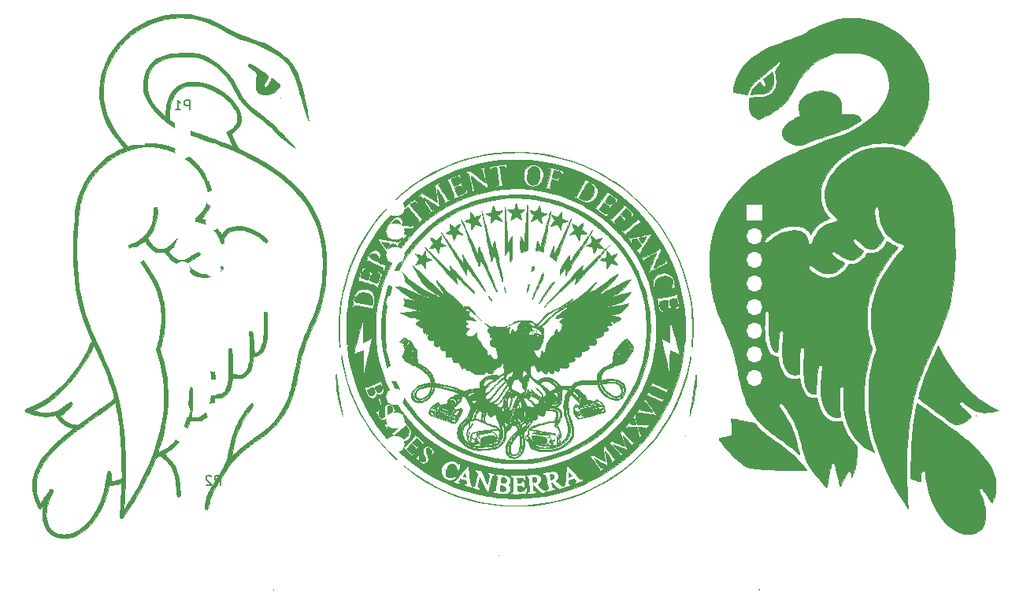
<source format=gbo>
G04 #@! TF.FileFunction,Legend,Bot*
%FSLAX46Y46*%
G04 Gerber Fmt 4.6, Leading zero omitted, Abs format (unit mm)*
G04 Created by KiCad (PCBNEW 4.0.4+e1-6308~48~ubuntu16.04.1-stable) date Mon Jan  2 11:44:22 2017*
%MOMM*%
%LPD*%
G01*
G04 APERTURE LIST*
%ADD10C,0.100000*%
%ADD11C,0.010000*%
%ADD12C,0.150000*%
%ADD13O,2.032000X1.727200*%
%ADD14R,2.032000X1.727200*%
%ADD15O,1.506220X3.014980*%
%ADD16R,1.700000X1.700000*%
%ADD17O,1.700000X1.700000*%
G04 APERTURE END LIST*
D10*
D11*
G36*
X122512666Y-91037833D02*
X122491500Y-91059000D01*
X122470333Y-91037833D01*
X122491500Y-91016666D01*
X122512666Y-91037833D01*
X122512666Y-91037833D01*
G37*
X122512666Y-91037833D02*
X122491500Y-91059000D01*
X122470333Y-91037833D01*
X122491500Y-91016666D01*
X122512666Y-91037833D01*
G36*
X174752000Y-91037833D02*
X174730833Y-91059000D01*
X174709666Y-91037833D01*
X174730833Y-91016666D01*
X174752000Y-91037833D01*
X174752000Y-91037833D01*
G37*
X174752000Y-91037833D02*
X174730833Y-91059000D01*
X174709666Y-91037833D01*
X174730833Y-91016666D01*
X174752000Y-91037833D01*
G36*
X146769666Y-87354833D02*
X146748500Y-87376000D01*
X146727333Y-87354833D01*
X146748500Y-87333666D01*
X146769666Y-87354833D01*
X146769666Y-87354833D01*
G37*
X146769666Y-87354833D02*
X146748500Y-87376000D01*
X146727333Y-87354833D01*
X146748500Y-87333666D01*
X146769666Y-87354833D01*
G36*
X112831143Y-29195687D02*
X113135037Y-29202570D01*
X113385988Y-29215515D01*
X113599800Y-29235364D01*
X113792278Y-29262961D01*
X113811348Y-29266247D01*
X114507051Y-29410164D01*
X115162497Y-29594197D01*
X115797561Y-29825824D01*
X116432124Y-30112524D01*
X117086063Y-30461779D01*
X117265144Y-30565776D01*
X117657722Y-30790285D01*
X118032683Y-30988566D01*
X118407800Y-31168417D01*
X118800846Y-31337638D01*
X119229596Y-31504028D01*
X119711824Y-31675387D01*
X120061276Y-31792770D01*
X120569541Y-31965120D01*
X121009546Y-32125383D01*
X121395643Y-32280005D01*
X121742186Y-32435433D01*
X122063526Y-32598114D01*
X122374018Y-32774494D01*
X122688013Y-32971020D01*
X122695744Y-32976059D01*
X123036026Y-33204165D01*
X123356971Y-33431016D01*
X123644256Y-33645959D01*
X123883556Y-33838346D01*
X124030056Y-33968136D01*
X124328297Y-34291046D01*
X124606116Y-34678303D01*
X124865030Y-35133193D01*
X125106556Y-35659000D01*
X125332210Y-36259010D01*
X125543509Y-36936508D01*
X125732485Y-37655543D01*
X125784064Y-37879412D01*
X125844607Y-38160694D01*
X125911154Y-38483864D01*
X125980748Y-38833395D01*
X126050430Y-39193759D01*
X126117241Y-39549430D01*
X126178223Y-39884881D01*
X126230417Y-40184586D01*
X126270865Y-40433017D01*
X126296609Y-40614648D01*
X126297115Y-40618833D01*
X126291606Y-40632185D01*
X126264487Y-40573727D01*
X126218716Y-40452671D01*
X126157248Y-40278230D01*
X126083043Y-40059616D01*
X125999058Y-39806043D01*
X125908250Y-39526724D01*
X125813576Y-39230872D01*
X125717995Y-38927699D01*
X125624464Y-38626419D01*
X125535940Y-38336244D01*
X125455380Y-38066387D01*
X125385743Y-37826062D01*
X125329986Y-37624480D01*
X125305060Y-37528500D01*
X125144460Y-36942218D01*
X124965039Y-36384792D01*
X124771671Y-35868810D01*
X124569232Y-35406861D01*
X124362596Y-35011532D01*
X124273678Y-34865176D01*
X124111788Y-34635712D01*
X123922045Y-34414111D01*
X123695170Y-34192147D01*
X123421884Y-33961595D01*
X123092909Y-33714228D01*
X122698966Y-33441820D01*
X122576166Y-33360209D01*
X122252135Y-33154336D01*
X121936115Y-32971613D01*
X121612891Y-32805102D01*
X121267250Y-32647867D01*
X120883980Y-32492971D01*
X120447867Y-32333475D01*
X119964474Y-32169300D01*
X119489480Y-32009557D01*
X119078438Y-31863842D01*
X118713552Y-31724140D01*
X118377028Y-31582438D01*
X118051070Y-31430722D01*
X117717883Y-31260978D01*
X117359671Y-31065192D01*
X116958639Y-30835350D01*
X116812378Y-30749787D01*
X116097500Y-30375638D01*
X115340038Y-30064962D01*
X114556494Y-29823178D01*
X113763371Y-29655705D01*
X113290097Y-29593178D01*
X112486192Y-29553575D01*
X111682122Y-29595899D01*
X110884666Y-29717695D01*
X110100606Y-29916510D01*
X109336723Y-30189888D01*
X108599798Y-30535376D01*
X107896612Y-30950518D01*
X107233946Y-31432862D01*
X106618580Y-31979951D01*
X106573979Y-32024068D01*
X106002844Y-32648899D01*
X105508436Y-33308030D01*
X105091370Y-34000177D01*
X104752257Y-34724056D01*
X104491712Y-35478383D01*
X104310348Y-36261873D01*
X104218448Y-36954920D01*
X104196055Y-37676978D01*
X104254567Y-38408756D01*
X104391697Y-39144245D01*
X104605156Y-39877437D01*
X104892657Y-40602321D01*
X105251911Y-41312891D01*
X105680632Y-42003137D01*
X106176531Y-42667050D01*
X106563595Y-43114197D01*
X106833692Y-43408228D01*
X107381263Y-43274560D01*
X108156743Y-43125356D01*
X108924588Y-43057450D01*
X109680598Y-43070713D01*
X110420574Y-43165017D01*
X111140316Y-43340235D01*
X111308744Y-43394035D01*
X111983206Y-43658034D01*
X112625370Y-43985361D01*
X113228969Y-44369978D01*
X113787734Y-44805847D01*
X114295399Y-45286929D01*
X114745696Y-45807187D01*
X115132358Y-46360582D01*
X115449117Y-46941075D01*
X115689705Y-47542629D01*
X115722532Y-47646399D01*
X115768102Y-47804014D01*
X115800037Y-47941413D01*
X115820768Y-48080055D01*
X115832725Y-48241400D01*
X115838339Y-48446906D01*
X115839967Y-48683333D01*
X115839443Y-48941917D01*
X115834906Y-49135934D01*
X115824099Y-49285465D01*
X115804760Y-49410591D01*
X115774632Y-49531393D01*
X115731453Y-49667953D01*
X115728036Y-49678166D01*
X115564130Y-50076991D01*
X115342285Y-50458757D01*
X115051112Y-50842864D01*
X115028998Y-50868981D01*
X114900473Y-51027246D01*
X114830972Y-51130785D01*
X114821491Y-51178028D01*
X114831278Y-51181000D01*
X114933135Y-51201082D01*
X115087094Y-51255216D01*
X115272454Y-51334227D01*
X115468517Y-51428942D01*
X115654580Y-51530189D01*
X115748361Y-51587391D01*
X116092983Y-51849212D01*
X116414964Y-52171316D01*
X116690533Y-52529326D01*
X116736626Y-52600908D01*
X116825493Y-52741686D01*
X116896092Y-52850137D01*
X116937711Y-52909955D01*
X116944076Y-52916666D01*
X116970549Y-52884177D01*
X117027186Y-52800689D01*
X117074749Y-52726778D01*
X117286421Y-52468246D01*
X117554514Y-52265313D01*
X117871648Y-52117920D01*
X118230444Y-52026008D01*
X118623523Y-51989516D01*
X119043505Y-52008387D01*
X119483011Y-52082559D01*
X119934660Y-52211973D01*
X120391074Y-52396570D01*
X120844872Y-52636291D01*
X121041124Y-52758764D01*
X121254234Y-52906356D01*
X121458430Y-53062223D01*
X121638871Y-53213755D01*
X121780719Y-53348340D01*
X121869134Y-53453367D01*
X121880332Y-53471980D01*
X121898845Y-53580285D01*
X121850105Y-53671547D01*
X121750973Y-53719065D01*
X121723085Y-53721000D01*
X121616551Y-53686395D01*
X121468421Y-53581752D01*
X121368708Y-53494073D01*
X120975962Y-53176688D01*
X120527122Y-52893744D01*
X120048566Y-52660545D01*
X119722398Y-52539086D01*
X119297994Y-52429682D01*
X118885266Y-52377452D01*
X118495303Y-52381531D01*
X118139193Y-52441055D01*
X117828025Y-52555159D01*
X117594107Y-52705004D01*
X117442753Y-52872360D01*
X117314419Y-53094118D01*
X117224188Y-53340389D01*
X117193054Y-53499943D01*
X117148931Y-53691245D01*
X117077737Y-53805986D01*
X116989727Y-53843598D01*
X116895158Y-53803515D01*
X116804287Y-53685169D01*
X116738386Y-53525089D01*
X116553855Y-53064044D01*
X116307558Y-52650553D01*
X116005918Y-52290570D01*
X115655363Y-51990046D01*
X115262315Y-51754935D01*
X114833200Y-51591189D01*
X114590223Y-51534804D01*
X114383256Y-51494901D01*
X114245371Y-51460242D01*
X114161870Y-51423860D01*
X114118054Y-51378791D01*
X114099223Y-51318069D01*
X114096863Y-51301005D01*
X114103520Y-51235396D01*
X114148236Y-51164960D01*
X114243296Y-51074372D01*
X114344217Y-50992456D01*
X114713555Y-50649551D01*
X115017316Y-50254621D01*
X115251688Y-49813550D01*
X115408472Y-49349774D01*
X115476353Y-48917693D01*
X115472424Y-48455445D01*
X115398924Y-47973915D01*
X115258092Y-47483987D01*
X115052167Y-46996546D01*
X114848009Y-46625414D01*
X114449792Y-46051843D01*
X113982464Y-45518161D01*
X113454676Y-45030776D01*
X112875083Y-44596093D01*
X112252338Y-44220521D01*
X111595095Y-43910467D01*
X110912006Y-43672337D01*
X110827666Y-43648613D01*
X110161401Y-43508439D01*
X109468761Y-43442879D01*
X108760730Y-43450566D01*
X108048292Y-43530135D01*
X107342430Y-43680219D01*
X106654128Y-43899454D01*
X105994369Y-44186474D01*
X105833333Y-44269644D01*
X105255029Y-44609190D01*
X104720765Y-44989816D01*
X104209992Y-45427204D01*
X103842542Y-45788875D01*
X103285413Y-46423700D01*
X102803276Y-47095090D01*
X102397346Y-47800909D01*
X102068839Y-48539019D01*
X101818967Y-49307287D01*
X101799345Y-49381833D01*
X101725100Y-49708737D01*
X101658247Y-50087084D01*
X101598328Y-50521646D01*
X101544884Y-51017191D01*
X101497457Y-51578490D01*
X101455589Y-52210313D01*
X101418820Y-52917430D01*
X101388408Y-53657500D01*
X101366050Y-54977646D01*
X101398415Y-56236904D01*
X101486015Y-57439419D01*
X101629361Y-58589336D01*
X101828965Y-59690802D01*
X102085339Y-60747963D01*
X102383233Y-61718805D01*
X102502682Y-62061374D01*
X102627364Y-62399626D01*
X102762316Y-62745657D01*
X102912572Y-63111560D01*
X103083170Y-63509431D01*
X103279143Y-63951363D01*
X103505529Y-64449453D01*
X103656505Y-64776949D01*
X103949985Y-65414312D01*
X104209011Y-65984953D01*
X104437137Y-66497803D01*
X104637921Y-66961794D01*
X104814918Y-67385857D01*
X104971686Y-67778924D01*
X105111780Y-68149928D01*
X105238757Y-68507799D01*
X105356172Y-68861469D01*
X105467583Y-69219870D01*
X105576546Y-69591934D01*
X105583732Y-69617166D01*
X105803529Y-70445758D01*
X105993231Y-71283384D01*
X106154658Y-72142175D01*
X106289636Y-73034259D01*
X106399985Y-73971765D01*
X106487531Y-74966821D01*
X106554095Y-76031556D01*
X106557273Y-76094166D01*
X106573533Y-76517664D01*
X106583981Y-77010607D01*
X106588878Y-77557991D01*
X106588485Y-78144811D01*
X106583063Y-78756064D01*
X106572873Y-79376747D01*
X106558176Y-79991854D01*
X106539234Y-80586382D01*
X106516306Y-81145328D01*
X106489655Y-81653687D01*
X106459541Y-82096456D01*
X106451026Y-82200750D01*
X106445390Y-82324453D01*
X106451117Y-82404803D01*
X106460808Y-82422239D01*
X106483840Y-82406340D01*
X106525840Y-82355417D01*
X106590762Y-82263452D01*
X106682562Y-82124423D01*
X106805192Y-81932313D01*
X106962608Y-81681100D01*
X107158763Y-81364765D01*
X107211109Y-81280000D01*
X107939523Y-80038633D01*
X108585018Y-78809497D01*
X109147541Y-77592794D01*
X109627042Y-76388725D01*
X110023469Y-75197491D01*
X110336769Y-74019295D01*
X110566891Y-72854336D01*
X110713783Y-71702818D01*
X110777394Y-70564941D01*
X110757671Y-69440907D01*
X110654563Y-68330917D01*
X110613476Y-68040592D01*
X110518080Y-67504410D01*
X110390309Y-66926704D01*
X110238109Y-66340402D01*
X110069421Y-65778431D01*
X110062907Y-65758350D01*
X109888628Y-65222659D01*
X110041357Y-64710579D01*
X110216920Y-64052335D01*
X110354845Y-63388358D01*
X110447732Y-62754358D01*
X110449014Y-62742820D01*
X110471028Y-62456139D01*
X110481523Y-62118274D01*
X110481120Y-61752370D01*
X110470440Y-61381569D01*
X110450101Y-61029015D01*
X110420726Y-60717853D01*
X110388956Y-60502331D01*
X110240013Y-59838862D01*
X110038481Y-59178370D01*
X109781294Y-58514957D01*
X109465388Y-57842729D01*
X109087697Y-57155787D01*
X108645155Y-56448235D01*
X108134699Y-55714178D01*
X107553261Y-54947716D01*
X107403566Y-54759229D01*
X107251356Y-54565200D01*
X107119728Y-54389895D01*
X107017307Y-54245416D01*
X106952717Y-54143865D01*
X106934000Y-54100246D01*
X106955158Y-54023796D01*
X107026972Y-53961598D01*
X107161948Y-53905644D01*
X107299382Y-53866246D01*
X107663916Y-53745040D01*
X107994195Y-53574838D01*
X108309956Y-53343817D01*
X108563833Y-53108814D01*
X108933766Y-52680968D01*
X109226633Y-52218126D01*
X109442194Y-51720874D01*
X109580209Y-51189802D01*
X109640438Y-50625494D01*
X109643333Y-50466141D01*
X109649303Y-50233156D01*
X109670109Y-50072676D01*
X109710093Y-49973193D01*
X109773600Y-49923198D01*
X109852840Y-49911000D01*
X109930196Y-49925979D01*
X109983505Y-49978532D01*
X110016306Y-50080081D01*
X110032137Y-50242048D01*
X110034538Y-50475854D01*
X110034276Y-50496586D01*
X109985229Y-51085250D01*
X109857059Y-51661929D01*
X109653741Y-52214709D01*
X109379245Y-52731671D01*
X109202153Y-52992649D01*
X109005712Y-53259131D01*
X109162161Y-53556853D01*
X109355074Y-53863340D01*
X109579446Y-54115347D01*
X109822491Y-54298903D01*
X109860792Y-54320212D01*
X110085726Y-54398505D01*
X110351513Y-54426602D01*
X110631163Y-54404962D01*
X110897686Y-54334043D01*
X110975195Y-54301296D01*
X111349490Y-54082446D01*
X111685664Y-53799428D01*
X111875215Y-53586431D01*
X112014437Y-53430353D01*
X112129945Y-53350302D01*
X112228338Y-53343251D01*
X112301866Y-53390799D01*
X112348036Y-53477746D01*
X112330569Y-53589742D01*
X112246850Y-53734877D01*
X112151583Y-53855636D01*
X111892267Y-54129590D01*
X111620823Y-54359697D01*
X111413649Y-54496929D01*
X111315353Y-54562332D01*
X111258186Y-54618339D01*
X111252326Y-54633461D01*
X111280376Y-54717787D01*
X111356441Y-54842504D01*
X111467114Y-54989732D01*
X111598991Y-55141588D01*
X111733862Y-55275821D01*
X111999731Y-55472298D01*
X112281039Y-55587866D01*
X112586260Y-55625997D01*
X112588724Y-55626000D01*
X112854710Y-55592802D01*
X113159123Y-55496767D01*
X113490183Y-55343234D01*
X113836110Y-55137539D01*
X114131286Y-54927023D01*
X114279885Y-54819802D01*
X114385028Y-54763540D01*
X114463793Y-54750004D01*
X114489751Y-54754195D01*
X114585366Y-54814627D01*
X114627281Y-54915151D01*
X114606706Y-55013294D01*
X114541141Y-55087506D01*
X114417553Y-55191312D01*
X114252110Y-55313516D01*
X114060982Y-55442923D01*
X113860339Y-55568338D01*
X113666352Y-55678566D01*
X113585871Y-55720065D01*
X113427633Y-55798579D01*
X113300452Y-55861837D01*
X113221640Y-55901219D01*
X113204850Y-55909760D01*
X113214565Y-55947604D01*
X113270657Y-56032235D01*
X113361194Y-56149052D01*
X113474244Y-56283454D01*
X113597875Y-56420838D01*
X113720158Y-56546604D01*
X113744322Y-56569956D01*
X114066482Y-56823848D01*
X114414024Y-56999732D01*
X114780018Y-57097860D01*
X115157530Y-57118482D01*
X115539630Y-57061848D01*
X115919385Y-56928209D01*
X116289863Y-56717814D01*
X116605713Y-56466629D01*
X116781414Y-56328381D01*
X116921890Y-56267052D01*
X117027256Y-56282622D01*
X117097627Y-56375074D01*
X117101594Y-56385370D01*
X117113878Y-56443520D01*
X117096768Y-56501424D01*
X117039715Y-56575972D01*
X116932170Y-56684055D01*
X116890082Y-56724037D01*
X116514122Y-57029771D01*
X116116815Y-57261115D01*
X115705281Y-57417140D01*
X115286642Y-57496922D01*
X114868021Y-57499534D01*
X114456538Y-57424049D01*
X114059315Y-57269541D01*
X113809710Y-57124685D01*
X113617076Y-56975659D01*
X113405442Y-56777532D01*
X113198127Y-56554537D01*
X113018448Y-56330905D01*
X112948167Y-56229374D01*
X112810842Y-56017444D01*
X112485666Y-55998620D01*
X112131220Y-55940598D01*
X111805751Y-55807843D01*
X111505674Y-55598045D01*
X111227402Y-55308893D01*
X111057177Y-55078275D01*
X110873894Y-54805718D01*
X110417363Y-54803109D01*
X110204720Y-54799737D01*
X110052180Y-54789679D01*
X109935214Y-54768713D01*
X109829296Y-54732621D01*
X109723059Y-54683678D01*
X109470576Y-54523061D01*
X109221786Y-54297256D01*
X108995005Y-54024470D01*
X108872858Y-53838674D01*
X108703438Y-53553497D01*
X108430057Y-53748578D01*
X108247820Y-53866187D01*
X108032727Y-53987078D01*
X107831306Y-54085103D01*
X107831087Y-54085198D01*
X107683791Y-54152303D01*
X107573184Y-54208577D01*
X107516830Y-54244844D01*
X107513214Y-54251261D01*
X107540597Y-54291633D01*
X107610805Y-54386335D01*
X107714503Y-54523004D01*
X107842356Y-54689278D01*
X107905680Y-54770975D01*
X108482188Y-55539626D01*
X108988352Y-56272242D01*
X109427384Y-56974722D01*
X109802494Y-57652961D01*
X110116893Y-58312858D01*
X110373793Y-58960308D01*
X110576403Y-59601209D01*
X110615529Y-59747795D01*
X110714118Y-60163785D01*
X110785651Y-60551743D01*
X110832589Y-60935699D01*
X110857395Y-61339682D01*
X110862528Y-61787722D01*
X110856782Y-62103000D01*
X110832560Y-62630303D01*
X110787183Y-63117332D01*
X110716483Y-63588577D01*
X110616294Y-64068528D01*
X110482447Y-64581673D01*
X110370562Y-64960500D01*
X110292679Y-65214500D01*
X110415155Y-65574333D01*
X110569073Y-66071334D01*
X110715178Y-66628563D01*
X110848429Y-67221626D01*
X110963787Y-67826129D01*
X111056214Y-68417678D01*
X111120669Y-68971881D01*
X111123530Y-69003333D01*
X111173221Y-69956318D01*
X111157248Y-70948086D01*
X111077251Y-71966053D01*
X110934872Y-72997636D01*
X110731753Y-74030254D01*
X110469535Y-75051325D01*
X110237532Y-75794694D01*
X110174505Y-75987119D01*
X110124981Y-76148715D01*
X110093553Y-76263690D01*
X110084815Y-76316254D01*
X110085452Y-76317563D01*
X110133242Y-76311105D01*
X110238258Y-76268830D01*
X110385216Y-76198634D01*
X110558833Y-76108413D01*
X110743825Y-76006063D01*
X110924909Y-75899478D01*
X111061500Y-75813317D01*
X111295079Y-75641488D01*
X111552178Y-75421588D01*
X111813190Y-75173056D01*
X112058506Y-74915336D01*
X112268521Y-74667869D01*
X112402004Y-74484142D01*
X112685699Y-74005308D01*
X112920933Y-73508548D01*
X113109494Y-72985434D01*
X113253173Y-72427536D01*
X113353759Y-71826427D01*
X113413041Y-71173680D01*
X113432809Y-70460864D01*
X113416080Y-69707732D01*
X113411253Y-69513366D01*
X113417838Y-69388569D01*
X113437324Y-69318829D01*
X113458413Y-69295631D01*
X113586460Y-69260339D01*
X113702754Y-69295941D01*
X113740637Y-69362337D01*
X113771534Y-69501257D01*
X113795341Y-69700839D01*
X113811958Y-69949222D01*
X113821282Y-70234544D01*
X113823213Y-70544942D01*
X113817649Y-70868554D01*
X113804487Y-71193519D01*
X113783626Y-71507974D01*
X113754965Y-71800058D01*
X113726032Y-72011664D01*
X113695249Y-72225087D01*
X113682872Y-72368428D01*
X113688373Y-72454130D01*
X113705765Y-72490032D01*
X113772518Y-72513968D01*
X113908376Y-72530495D01*
X114097971Y-72537921D01*
X114143366Y-72538166D01*
X114337244Y-72535513D01*
X114474289Y-72523783D01*
X114582265Y-72497317D01*
X114688936Y-72450457D01*
X114759545Y-72412593D01*
X115034191Y-72212896D01*
X115273510Y-71940072D01*
X115476205Y-71598522D01*
X115640976Y-71192648D01*
X115766526Y-70726850D01*
X115851556Y-70205530D01*
X115894769Y-69633088D01*
X115894865Y-69013925D01*
X115874496Y-68632948D01*
X115852585Y-68358181D01*
X115826583Y-68076972D01*
X115799158Y-67815664D01*
X115772982Y-67600600D01*
X115762258Y-67525516D01*
X115732688Y-67297614D01*
X115727791Y-67139917D01*
X115750607Y-67040776D01*
X115804177Y-66988541D01*
X115891539Y-66971560D01*
X115906873Y-66971333D01*
X115998036Y-66986928D01*
X116051082Y-67049978D01*
X116073167Y-67108916D01*
X116111413Y-67267066D01*
X116149449Y-67495578D01*
X116185801Y-67780155D01*
X116218997Y-68106502D01*
X116247564Y-68460323D01*
X116270027Y-68827323D01*
X116283609Y-69150868D01*
X116310833Y-69996903D01*
X116480166Y-70025714D01*
X116734123Y-70037240D01*
X116956585Y-69978483D01*
X117149315Y-69847408D01*
X117314076Y-69641980D01*
X117452630Y-69360165D01*
X117566742Y-68999925D01*
X117634264Y-68693452D01*
X117655904Y-68564756D01*
X117673004Y-68425383D01*
X117686037Y-68263996D01*
X117695477Y-68069259D01*
X117701796Y-67829833D01*
X117705468Y-67534383D01*
X117706967Y-67171571D01*
X117707043Y-66950166D01*
X117705899Y-66611100D01*
X117703030Y-66291938D01*
X117698682Y-66004502D01*
X117693097Y-65760616D01*
X117686519Y-65572105D01*
X117679193Y-65450790D01*
X117675502Y-65420015D01*
X117663708Y-65287532D01*
X117690859Y-65194282D01*
X117724235Y-65146371D01*
X117791759Y-65080370D01*
X117859205Y-65076737D01*
X117912243Y-65097657D01*
X117954904Y-65121417D01*
X117989632Y-65155624D01*
X118017483Y-65208883D01*
X118039516Y-65289802D01*
X118056789Y-65406986D01*
X118070358Y-65569043D01*
X118081283Y-65784579D01*
X118090620Y-66062199D01*
X118099427Y-66410512D01*
X118105112Y-66666965D01*
X118131166Y-67876106D01*
X118342833Y-67930903D01*
X118671804Y-67983513D01*
X118962885Y-67960525D01*
X119217473Y-67861282D01*
X119436968Y-67685125D01*
X119622768Y-67431399D01*
X119693679Y-67296124D01*
X119779413Y-67104780D01*
X119847522Y-66922360D01*
X119899921Y-66735680D01*
X119938530Y-66531558D01*
X119965266Y-66296809D01*
X119982046Y-66018252D01*
X119990789Y-65682703D01*
X119993412Y-65276979D01*
X119993413Y-65235666D01*
X119990865Y-64864837D01*
X119983856Y-64522276D01*
X119972902Y-64221789D01*
X119958515Y-63977183D01*
X119941211Y-63802265D01*
X119939668Y-63791371D01*
X119918340Y-63617697D01*
X119907689Y-63470799D01*
X119909189Y-63374686D01*
X119913007Y-63357089D01*
X119979361Y-63286110D01*
X120083206Y-63256857D01*
X120184400Y-63277271D01*
X120212058Y-63297915D01*
X120241596Y-63366847D01*
X120272960Y-63510667D01*
X120305009Y-63719646D01*
X120336605Y-63984058D01*
X120366608Y-64294175D01*
X120393879Y-64640269D01*
X120417278Y-65012613D01*
X120421002Y-65081888D01*
X120447306Y-65584277D01*
X120617273Y-65561480D01*
X120807929Y-65493443D01*
X120979259Y-65343309D01*
X121131010Y-65111472D01*
X121262928Y-64798326D01*
X121374761Y-64404263D01*
X121381615Y-64374603D01*
X121406666Y-64257511D01*
X121426624Y-64142365D01*
X121442102Y-64017675D01*
X121453712Y-63871949D01*
X121462067Y-63693699D01*
X121467781Y-63471433D01*
X121471466Y-63193663D01*
X121473735Y-62848897D01*
X121474584Y-62631745D01*
X121476669Y-62299736D01*
X121480458Y-61993938D01*
X121485676Y-61724892D01*
X121492044Y-61503140D01*
X121499286Y-61339224D01*
X121507125Y-61243684D01*
X121511552Y-61224162D01*
X121583838Y-61175728D01*
X121682593Y-61179589D01*
X121772210Y-61230465D01*
X121799864Y-61266916D01*
X121818540Y-61343188D01*
X121834838Y-61490929D01*
X121848570Y-61696967D01*
X121859551Y-61948132D01*
X121867591Y-62231254D01*
X121872503Y-62533162D01*
X121874100Y-62840687D01*
X121872193Y-63140657D01*
X121866596Y-63419902D01*
X121857121Y-63665253D01*
X121843581Y-63863538D01*
X121837666Y-63920936D01*
X121760307Y-64410729D01*
X121650334Y-64839333D01*
X121509795Y-65203438D01*
X121340739Y-65499731D01*
X121145214Y-65724904D01*
X120925267Y-65875644D01*
X120682947Y-65948642D01*
X120579146Y-65955333D01*
X120408024Y-65955333D01*
X120354762Y-66346916D01*
X120263686Y-66829782D01*
X120130946Y-67254485D01*
X119958974Y-67616611D01*
X119750206Y-67911744D01*
X119507075Y-68135470D01*
X119303645Y-68253745D01*
X119126763Y-68307423D01*
X118896150Y-68339740D01*
X118640413Y-68349057D01*
X118388159Y-68333738D01*
X118258166Y-68313606D01*
X118088833Y-68280046D01*
X117998563Y-68779273D01*
X117920660Y-69154628D01*
X117834066Y-69458879D01*
X117734125Y-69705490D01*
X117616177Y-69907928D01*
X117600470Y-69930060D01*
X117386477Y-70160030D01*
X117132536Y-70321924D01*
X116850605Y-70410709D01*
X116552640Y-70421354D01*
X116462863Y-70408732D01*
X116321720Y-70387081D01*
X116244209Y-70392085D01*
X116211561Y-70430953D01*
X116205000Y-70507794D01*
X116189500Y-70643693D01*
X116147375Y-70835825D01*
X116085186Y-71062531D01*
X116009495Y-71302151D01*
X115926863Y-71533027D01*
X115843850Y-71733500D01*
X115815663Y-71792994D01*
X115614672Y-72129464D01*
X115370720Y-72423147D01*
X115097935Y-72659057D01*
X114871500Y-72794643D01*
X114742610Y-72852632D01*
X114629503Y-72889012D01*
X114504907Y-72908762D01*
X114341551Y-72916856D01*
X114194166Y-72918242D01*
X114001163Y-72915666D01*
X113829853Y-72907986D01*
X113704738Y-72896557D01*
X113663506Y-72888891D01*
X113611676Y-72878757D01*
X113572872Y-72892434D01*
X113537675Y-72944008D01*
X113496667Y-73047567D01*
X113440429Y-73217198D01*
X113437083Y-73227558D01*
X113191657Y-73856178D01*
X112875590Y-74446701D01*
X112494332Y-74991875D01*
X112053334Y-75484450D01*
X111558047Y-75917175D01*
X111250785Y-76136078D01*
X111081182Y-76247800D01*
X110938832Y-76341716D01*
X110837779Y-76408550D01*
X110792064Y-76439026D01*
X110791100Y-76439700D01*
X110813019Y-76472574D01*
X110884267Y-76555430D01*
X110995172Y-76677523D01*
X111136066Y-76828109D01*
X111220147Y-76916379D01*
X111394519Y-77103818D01*
X111563404Y-77295056D01*
X111710243Y-77470700D01*
X111818475Y-77611354D01*
X111839826Y-77642154D01*
X111997185Y-77930741D01*
X112136770Y-78295745D01*
X112256964Y-78730474D01*
X112356147Y-79228234D01*
X112432702Y-79782332D01*
X112477992Y-80281545D01*
X112495312Y-80560445D01*
X112500648Y-80765940D01*
X112492064Y-80908694D01*
X112467625Y-80999370D01*
X112425396Y-81048632D01*
X112363442Y-81067142D01*
X112335194Y-81068333D01*
X112262753Y-81058696D01*
X112208553Y-81022173D01*
X112168725Y-80947342D01*
X112139399Y-80822783D01*
X112116705Y-80637075D01*
X112096774Y-80378798D01*
X112095615Y-80361255D01*
X112075216Y-80064890D01*
X112056074Y-79830494D01*
X112035312Y-79635469D01*
X112010051Y-79457215D01*
X111977416Y-79273137D01*
X111934529Y-79060636D01*
X111923117Y-79006331D01*
X111817100Y-78573604D01*
X111697256Y-78211738D01*
X111565509Y-77926135D01*
X111500619Y-77820653D01*
X111415830Y-77709555D01*
X111294053Y-77566877D01*
X111146768Y-77404311D01*
X110985456Y-77233551D01*
X110821596Y-77066292D01*
X110666670Y-76914226D01*
X110532158Y-76789047D01*
X110429540Y-76702449D01*
X110370296Y-76666126D01*
X110366740Y-76665701D01*
X110290098Y-76680141D01*
X110168883Y-76716957D01*
X110092187Y-76744469D01*
X109884875Y-76823203D01*
X109616388Y-77474684D01*
X109460421Y-77836957D01*
X109269941Y-78253244D01*
X109054189Y-78705073D01*
X108822402Y-79173971D01*
X108583820Y-79641466D01*
X108347683Y-80089086D01*
X108123229Y-80498359D01*
X107972036Y-80762346D01*
X107809784Y-81034992D01*
X107626745Y-81335412D01*
X107430937Y-81651065D01*
X107230381Y-81969410D01*
X107033099Y-82277906D01*
X106847111Y-82564011D01*
X106680437Y-82815184D01*
X106541099Y-83018884D01*
X106437116Y-83162571D01*
X106436363Y-83163555D01*
X106321159Y-83301412D01*
X106231516Y-83372092D01*
X106152537Y-83382792D01*
X106069462Y-83340811D01*
X106045232Y-83320248D01*
X106027374Y-83291874D01*
X106015821Y-83245472D01*
X106010504Y-83170827D01*
X106011358Y-83057722D01*
X106018316Y-82895941D01*
X106031310Y-82675267D01*
X106050273Y-82385484D01*
X106062044Y-82210413D01*
X106084555Y-81857930D01*
X106106602Y-81478613D01*
X106126848Y-81098031D01*
X106143955Y-80741752D01*
X106156584Y-80435345D01*
X106159712Y-80344209D01*
X106185065Y-79550099D01*
X105899973Y-79653582D01*
X105719322Y-79708188D01*
X105496199Y-79760100D01*
X105272528Y-79799835D01*
X105224560Y-79806363D01*
X104834237Y-79855662D01*
X104694357Y-80409081D01*
X104477543Y-81152730D01*
X104215501Y-81853154D01*
X103911646Y-82506021D01*
X103569395Y-83107003D01*
X103192163Y-83651772D01*
X102783368Y-84135997D01*
X102346424Y-84555350D01*
X101884749Y-84905501D01*
X101401758Y-85182122D01*
X100900867Y-85380883D01*
X100733693Y-85428276D01*
X100478189Y-85476176D01*
X100185160Y-85503395D01*
X99883427Y-85509489D01*
X99601811Y-85494010D01*
X99369133Y-85456512D01*
X99343265Y-85449800D01*
X98948175Y-85298743D01*
X98595502Y-85077515D01*
X98291103Y-84792311D01*
X98040830Y-84449326D01*
X97850539Y-84054753D01*
X97762846Y-83777666D01*
X97725013Y-83566415D01*
X97701557Y-83299735D01*
X97692892Y-83005704D01*
X97699430Y-82712399D01*
X97721585Y-82447898D01*
X97741399Y-82320582D01*
X97764717Y-82185815D01*
X97776373Y-82089109D01*
X97774916Y-82055138D01*
X97745463Y-82078199D01*
X97686711Y-82153487D01*
X97645714Y-82213061D01*
X97564657Y-82320668D01*
X97495126Y-82368130D01*
X97417269Y-82372671D01*
X97363009Y-82357709D01*
X97312095Y-82317795D01*
X97255018Y-82239919D01*
X97182269Y-82111073D01*
X97084338Y-81918247D01*
X97082727Y-81915000D01*
X96839995Y-81346214D01*
X96680827Y-80786891D01*
X96612303Y-80333521D01*
X96598546Y-79904166D01*
X97007663Y-79904166D01*
X97010624Y-80200903D01*
X97019711Y-80431010D01*
X97036386Y-80612398D01*
X97062112Y-80762974D01*
X97085455Y-80856666D01*
X97138569Y-81032354D01*
X97202172Y-81221602D01*
X97269724Y-81407450D01*
X97334689Y-81572938D01*
X97390529Y-81701108D01*
X97430706Y-81774999D01*
X97443827Y-81786355D01*
X97475054Y-81752343D01*
X97545730Y-81658324D01*
X97648393Y-81514774D01*
X97775580Y-81332169D01*
X97919829Y-81120985D01*
X97957313Y-81065500D01*
X98108176Y-80843703D01*
X98247203Y-80643057D01*
X98366035Y-80475326D01*
X98456318Y-80352274D01*
X98509694Y-80285667D01*
X98515080Y-80280267D01*
X98620871Y-80229960D01*
X98725197Y-80260212D01*
X98788890Y-80328096D01*
X98809717Y-80373171D01*
X98810780Y-80430406D01*
X98787698Y-80515208D01*
X98736091Y-80642987D01*
X98651578Y-80829150D01*
X98638339Y-80857599D01*
X98428277Y-81342191D01*
X98272517Y-81783440D01*
X98166587Y-82198950D01*
X98106018Y-82606327D01*
X98086340Y-83023173D01*
X98086333Y-83031663D01*
X98110016Y-83459544D01*
X98183806Y-83828620D01*
X98311819Y-84151170D01*
X98498167Y-84439473D01*
X98596847Y-84555524D01*
X98868053Y-84794778D01*
X99186189Y-84979372D01*
X99436447Y-85070972D01*
X99681772Y-85114050D01*
X99974118Y-85127181D01*
X100281520Y-85110905D01*
X100572012Y-85065763D01*
X100635629Y-85050702D01*
X101116664Y-84884766D01*
X101582017Y-84639207D01*
X102028238Y-84318179D01*
X102451876Y-83925838D01*
X102849480Y-83466339D01*
X103217600Y-82943837D01*
X103552785Y-82362487D01*
X103851584Y-81726445D01*
X104110547Y-81039864D01*
X104200302Y-80758300D01*
X104305338Y-80377598D01*
X104407712Y-79943816D01*
X104500735Y-79488445D01*
X104577720Y-79042975D01*
X104606480Y-78845833D01*
X104640122Y-78622799D01*
X104673269Y-78471297D01*
X104711496Y-78378409D01*
X104760375Y-78331218D01*
X104825480Y-78316806D01*
X104834805Y-78316666D01*
X104912850Y-78328156D01*
X104969273Y-78370626D01*
X105008490Y-78456080D01*
X105034916Y-78596520D01*
X105052968Y-78803948D01*
X105059831Y-78928319D01*
X105083915Y-79417333D01*
X105215207Y-79416830D01*
X105392342Y-79396534D01*
X105617009Y-79341478D01*
X105863135Y-79258748D01*
X105998323Y-79203968D01*
X106226814Y-79105204D01*
X106201397Y-77515019D01*
X106185395Y-76748045D01*
X106162479Y-76050605D01*
X106131598Y-75407769D01*
X106091703Y-74804607D01*
X106041744Y-74226190D01*
X105980671Y-73657587D01*
X105907435Y-73083869D01*
X105872321Y-72834500D01*
X105838711Y-72614088D01*
X105797826Y-72365110D01*
X105752227Y-72101188D01*
X105704476Y-71835947D01*
X105657134Y-71583010D01*
X105612763Y-71356001D01*
X105573924Y-71168543D01*
X105543180Y-71034261D01*
X105523092Y-70966778D01*
X105520266Y-70962155D01*
X105481200Y-70978693D01*
X105388677Y-71037866D01*
X105256222Y-71130518D01*
X105097359Y-71247495D01*
X105085051Y-71256771D01*
X104952323Y-71355604D01*
X104761822Y-71495542D01*
X104524683Y-71668498D01*
X104252043Y-71866387D01*
X103955039Y-72081123D01*
X103644809Y-72304619D01*
X103378000Y-72496180D01*
X102806625Y-72906795D01*
X102298619Y-73274441D01*
X101847604Y-73604142D01*
X101447200Y-73900924D01*
X101091028Y-74169813D01*
X100772708Y-74415833D01*
X100485862Y-74644012D01*
X100224110Y-74859373D01*
X99981073Y-75066942D01*
X99750371Y-75271746D01*
X99525627Y-75478809D01*
X99300459Y-75693157D01*
X99216671Y-75774433D01*
X98781973Y-76212159D01*
X98411172Y-76617927D01*
X98095479Y-77003200D01*
X97826105Y-77379437D01*
X97594262Y-77758099D01*
X97391158Y-78150646D01*
X97385975Y-78161577D01*
X97246742Y-78471626D01*
X97145223Y-78742448D01*
X97075990Y-78999048D01*
X97033615Y-79266429D01*
X97012670Y-79569594D01*
X97007663Y-79904166D01*
X96598546Y-79904166D01*
X96595280Y-79802268D01*
X96641645Y-79277394D01*
X96753145Y-78756119D01*
X96931529Y-78235662D01*
X97178545Y-77713246D01*
X97495940Y-77186089D01*
X97885463Y-76651413D01*
X98348861Y-76106438D01*
X98887883Y-75548385D01*
X99504275Y-74974473D01*
X100199788Y-74381925D01*
X100515161Y-74127429D01*
X101017823Y-73727743D01*
X100738940Y-73633669D01*
X100544006Y-73559746D01*
X100331251Y-73466887D01*
X100193945Y-73399474D01*
X100028779Y-73297926D01*
X99854527Y-73166107D01*
X99680885Y-73014626D01*
X99517548Y-72854095D01*
X99374212Y-72695125D01*
X99260572Y-72548329D01*
X99186325Y-72424317D01*
X99161165Y-72333700D01*
X99182569Y-72292581D01*
X99173692Y-72287789D01*
X99144666Y-72294723D01*
X98629160Y-72398002D01*
X98082103Y-72429124D01*
X97517088Y-72387562D01*
X97363543Y-72363865D01*
X97140128Y-72320103D01*
X96894991Y-72263053D01*
X96643177Y-72197239D01*
X96399729Y-72127188D01*
X96179693Y-72057425D01*
X95998113Y-71992475D01*
X95870034Y-71936864D01*
X95811835Y-71897108D01*
X95765572Y-71817431D01*
X95764496Y-71800952D01*
X96679311Y-71800952D01*
X96733492Y-71823684D01*
X96846729Y-71857263D01*
X96995312Y-71894709D01*
X97006833Y-71897389D01*
X97534543Y-72000419D01*
X98008409Y-72048879D01*
X98441749Y-72039755D01*
X98847881Y-71970031D01*
X99240122Y-71836692D01*
X99631789Y-71636722D01*
X100036201Y-71367106D01*
X100319178Y-71147415D01*
X100467731Y-71030827D01*
X100596381Y-70937800D01*
X100688727Y-70879743D01*
X100723730Y-70866000D01*
X100808599Y-70900962D01*
X100879057Y-70982570D01*
X100908866Y-71075904D01*
X100904351Y-71106382D01*
X100868007Y-71158968D01*
X100781414Y-71261527D01*
X100653820Y-71403800D01*
X100494478Y-71575527D01*
X100312638Y-71766447D01*
X100262296Y-71818500D01*
X99646189Y-72453500D01*
X99919570Y-72712957D01*
X100206024Y-72944590D01*
X100525519Y-73133845D01*
X100857512Y-73271324D01*
X101181463Y-73347625D01*
X101333236Y-73359881D01*
X101380432Y-73358331D01*
X101430833Y-73348705D01*
X101491356Y-73326596D01*
X101568920Y-73287600D01*
X101670440Y-73227310D01*
X101802836Y-73141322D01*
X101973024Y-73025230D01*
X102187923Y-72874628D01*
X102454449Y-72685111D01*
X102779519Y-72452274D01*
X102945331Y-72333206D01*
X103460882Y-71962052D01*
X103909583Y-71637308D01*
X104294063Y-71356997D01*
X104616947Y-71119140D01*
X104880864Y-70921758D01*
X105088441Y-70762874D01*
X105242304Y-70640509D01*
X105345082Y-70552685D01*
X105399400Y-70497423D01*
X105410000Y-70477259D01*
X105396634Y-70388833D01*
X105359026Y-70232479D01*
X105300908Y-70020180D01*
X105226013Y-69763917D01*
X105138074Y-69475673D01*
X105040824Y-69167432D01*
X104937995Y-68851176D01*
X104833322Y-68538887D01*
X104730536Y-68242549D01*
X104633370Y-67974144D01*
X104614550Y-67923833D01*
X104552126Y-67764501D01*
X104466000Y-67554014D01*
X104360691Y-67302656D01*
X104240720Y-67020709D01*
X104110608Y-66718455D01*
X103974876Y-66406179D01*
X103838043Y-66094161D01*
X103704631Y-65792687D01*
X103579159Y-65512037D01*
X103466149Y-65262495D01*
X103370121Y-65054344D01*
X103295596Y-64897866D01*
X103247094Y-64803345D01*
X103233063Y-64781396D01*
X103212216Y-64813578D01*
X103160587Y-64908725D01*
X103084954Y-65053922D01*
X102992097Y-65236256D01*
X102944123Y-65331729D01*
X102514525Y-66132436D01*
X102042016Y-66906849D01*
X101532237Y-67648994D01*
X100990826Y-68352901D01*
X100423427Y-69012596D01*
X99835677Y-69622107D01*
X99233219Y-70175463D01*
X98621693Y-70666691D01*
X98006738Y-71089819D01*
X97393996Y-71438875D01*
X97003775Y-71621421D01*
X96852044Y-71690248D01*
X96739695Y-71749245D01*
X96682226Y-71789837D01*
X96679311Y-71800952D01*
X95764496Y-71800952D01*
X95761186Y-71750289D01*
X95806758Y-71688855D01*
X95910371Y-71626301D01*
X96080105Y-71555802D01*
X96312060Y-71474544D01*
X96966655Y-71212903D01*
X97621510Y-70867387D01*
X98275453Y-70438774D01*
X98927309Y-69927844D01*
X99575903Y-69335375D01*
X99654970Y-69257333D01*
X100330238Y-68536513D01*
X100971044Y-67755466D01*
X101566561Y-66929775D01*
X102105962Y-66075022D01*
X102578419Y-65206787D01*
X102813873Y-64711259D01*
X103002335Y-64291931D01*
X102812058Y-63864215D01*
X102435640Y-62978137D01*
X102110403Y-62122646D01*
X101833128Y-61283633D01*
X101600594Y-60446987D01*
X101409583Y-59598598D01*
X101256874Y-58724357D01*
X101139247Y-57810155D01*
X101053483Y-56841880D01*
X101001673Y-55930744D01*
X100982754Y-55256035D01*
X100981504Y-54516039D01*
X100997234Y-53728120D01*
X101029257Y-52909644D01*
X101076883Y-52077976D01*
X101139424Y-51250480D01*
X101216189Y-50444522D01*
X101221168Y-50397833D01*
X101348510Y-49604829D01*
X101557489Y-48826753D01*
X101845642Y-48068727D01*
X102210510Y-47335872D01*
X102649631Y-46633311D01*
X103160544Y-45966166D01*
X103567052Y-45515214D01*
X104153441Y-44957396D01*
X104768486Y-44474209D01*
X105423492Y-44057417D01*
X105935651Y-43789254D01*
X106426546Y-43553204D01*
X106275578Y-43377185D01*
X105722104Y-42695931D01*
X105246311Y-42031018D01*
X104844681Y-41374815D01*
X104513690Y-40719694D01*
X104249820Y-40058024D01*
X104049549Y-39382177D01*
X103909356Y-38684521D01*
X103836905Y-38092446D01*
X103812247Y-37362057D01*
X103865621Y-36617806D01*
X103994127Y-35870701D01*
X104194868Y-35131750D01*
X104464943Y-34411961D01*
X104801452Y-33722342D01*
X105131540Y-33177136D01*
X105651180Y-32470880D01*
X106228827Y-31825014D01*
X106860671Y-31242072D01*
X107542901Y-30724591D01*
X108271707Y-30275108D01*
X109043278Y-29896156D01*
X109853804Y-29590274D01*
X110699474Y-29359995D01*
X110943971Y-29309035D01*
X111150862Y-29270324D01*
X111331066Y-29241422D01*
X111503420Y-29220898D01*
X111686759Y-29207322D01*
X111899923Y-29199263D01*
X112161747Y-29195290D01*
X112458500Y-29194021D01*
X112831143Y-29195687D01*
X112831143Y-29195687D01*
G37*
X112831143Y-29195687D02*
X113135037Y-29202570D01*
X113385988Y-29215515D01*
X113599800Y-29235364D01*
X113792278Y-29262961D01*
X113811348Y-29266247D01*
X114507051Y-29410164D01*
X115162497Y-29594197D01*
X115797561Y-29825824D01*
X116432124Y-30112524D01*
X117086063Y-30461779D01*
X117265144Y-30565776D01*
X117657722Y-30790285D01*
X118032683Y-30988566D01*
X118407800Y-31168417D01*
X118800846Y-31337638D01*
X119229596Y-31504028D01*
X119711824Y-31675387D01*
X120061276Y-31792770D01*
X120569541Y-31965120D01*
X121009546Y-32125383D01*
X121395643Y-32280005D01*
X121742186Y-32435433D01*
X122063526Y-32598114D01*
X122374018Y-32774494D01*
X122688013Y-32971020D01*
X122695744Y-32976059D01*
X123036026Y-33204165D01*
X123356971Y-33431016D01*
X123644256Y-33645959D01*
X123883556Y-33838346D01*
X124030056Y-33968136D01*
X124328297Y-34291046D01*
X124606116Y-34678303D01*
X124865030Y-35133193D01*
X125106556Y-35659000D01*
X125332210Y-36259010D01*
X125543509Y-36936508D01*
X125732485Y-37655543D01*
X125784064Y-37879412D01*
X125844607Y-38160694D01*
X125911154Y-38483864D01*
X125980748Y-38833395D01*
X126050430Y-39193759D01*
X126117241Y-39549430D01*
X126178223Y-39884881D01*
X126230417Y-40184586D01*
X126270865Y-40433017D01*
X126296609Y-40614648D01*
X126297115Y-40618833D01*
X126291606Y-40632185D01*
X126264487Y-40573727D01*
X126218716Y-40452671D01*
X126157248Y-40278230D01*
X126083043Y-40059616D01*
X125999058Y-39806043D01*
X125908250Y-39526724D01*
X125813576Y-39230872D01*
X125717995Y-38927699D01*
X125624464Y-38626419D01*
X125535940Y-38336244D01*
X125455380Y-38066387D01*
X125385743Y-37826062D01*
X125329986Y-37624480D01*
X125305060Y-37528500D01*
X125144460Y-36942218D01*
X124965039Y-36384792D01*
X124771671Y-35868810D01*
X124569232Y-35406861D01*
X124362596Y-35011532D01*
X124273678Y-34865176D01*
X124111788Y-34635712D01*
X123922045Y-34414111D01*
X123695170Y-34192147D01*
X123421884Y-33961595D01*
X123092909Y-33714228D01*
X122698966Y-33441820D01*
X122576166Y-33360209D01*
X122252135Y-33154336D01*
X121936115Y-32971613D01*
X121612891Y-32805102D01*
X121267250Y-32647867D01*
X120883980Y-32492971D01*
X120447867Y-32333475D01*
X119964474Y-32169300D01*
X119489480Y-32009557D01*
X119078438Y-31863842D01*
X118713552Y-31724140D01*
X118377028Y-31582438D01*
X118051070Y-31430722D01*
X117717883Y-31260978D01*
X117359671Y-31065192D01*
X116958639Y-30835350D01*
X116812378Y-30749787D01*
X116097500Y-30375638D01*
X115340038Y-30064962D01*
X114556494Y-29823178D01*
X113763371Y-29655705D01*
X113290097Y-29593178D01*
X112486192Y-29553575D01*
X111682122Y-29595899D01*
X110884666Y-29717695D01*
X110100606Y-29916510D01*
X109336723Y-30189888D01*
X108599798Y-30535376D01*
X107896612Y-30950518D01*
X107233946Y-31432862D01*
X106618580Y-31979951D01*
X106573979Y-32024068D01*
X106002844Y-32648899D01*
X105508436Y-33308030D01*
X105091370Y-34000177D01*
X104752257Y-34724056D01*
X104491712Y-35478383D01*
X104310348Y-36261873D01*
X104218448Y-36954920D01*
X104196055Y-37676978D01*
X104254567Y-38408756D01*
X104391697Y-39144245D01*
X104605156Y-39877437D01*
X104892657Y-40602321D01*
X105251911Y-41312891D01*
X105680632Y-42003137D01*
X106176531Y-42667050D01*
X106563595Y-43114197D01*
X106833692Y-43408228D01*
X107381263Y-43274560D01*
X108156743Y-43125356D01*
X108924588Y-43057450D01*
X109680598Y-43070713D01*
X110420574Y-43165017D01*
X111140316Y-43340235D01*
X111308744Y-43394035D01*
X111983206Y-43658034D01*
X112625370Y-43985361D01*
X113228969Y-44369978D01*
X113787734Y-44805847D01*
X114295399Y-45286929D01*
X114745696Y-45807187D01*
X115132358Y-46360582D01*
X115449117Y-46941075D01*
X115689705Y-47542629D01*
X115722532Y-47646399D01*
X115768102Y-47804014D01*
X115800037Y-47941413D01*
X115820768Y-48080055D01*
X115832725Y-48241400D01*
X115838339Y-48446906D01*
X115839967Y-48683333D01*
X115839443Y-48941917D01*
X115834906Y-49135934D01*
X115824099Y-49285465D01*
X115804760Y-49410591D01*
X115774632Y-49531393D01*
X115731453Y-49667953D01*
X115728036Y-49678166D01*
X115564130Y-50076991D01*
X115342285Y-50458757D01*
X115051112Y-50842864D01*
X115028998Y-50868981D01*
X114900473Y-51027246D01*
X114830972Y-51130785D01*
X114821491Y-51178028D01*
X114831278Y-51181000D01*
X114933135Y-51201082D01*
X115087094Y-51255216D01*
X115272454Y-51334227D01*
X115468517Y-51428942D01*
X115654580Y-51530189D01*
X115748361Y-51587391D01*
X116092983Y-51849212D01*
X116414964Y-52171316D01*
X116690533Y-52529326D01*
X116736626Y-52600908D01*
X116825493Y-52741686D01*
X116896092Y-52850137D01*
X116937711Y-52909955D01*
X116944076Y-52916666D01*
X116970549Y-52884177D01*
X117027186Y-52800689D01*
X117074749Y-52726778D01*
X117286421Y-52468246D01*
X117554514Y-52265313D01*
X117871648Y-52117920D01*
X118230444Y-52026008D01*
X118623523Y-51989516D01*
X119043505Y-52008387D01*
X119483011Y-52082559D01*
X119934660Y-52211973D01*
X120391074Y-52396570D01*
X120844872Y-52636291D01*
X121041124Y-52758764D01*
X121254234Y-52906356D01*
X121458430Y-53062223D01*
X121638871Y-53213755D01*
X121780719Y-53348340D01*
X121869134Y-53453367D01*
X121880332Y-53471980D01*
X121898845Y-53580285D01*
X121850105Y-53671547D01*
X121750973Y-53719065D01*
X121723085Y-53721000D01*
X121616551Y-53686395D01*
X121468421Y-53581752D01*
X121368708Y-53494073D01*
X120975962Y-53176688D01*
X120527122Y-52893744D01*
X120048566Y-52660545D01*
X119722398Y-52539086D01*
X119297994Y-52429682D01*
X118885266Y-52377452D01*
X118495303Y-52381531D01*
X118139193Y-52441055D01*
X117828025Y-52555159D01*
X117594107Y-52705004D01*
X117442753Y-52872360D01*
X117314419Y-53094118D01*
X117224188Y-53340389D01*
X117193054Y-53499943D01*
X117148931Y-53691245D01*
X117077737Y-53805986D01*
X116989727Y-53843598D01*
X116895158Y-53803515D01*
X116804287Y-53685169D01*
X116738386Y-53525089D01*
X116553855Y-53064044D01*
X116307558Y-52650553D01*
X116005918Y-52290570D01*
X115655363Y-51990046D01*
X115262315Y-51754935D01*
X114833200Y-51591189D01*
X114590223Y-51534804D01*
X114383256Y-51494901D01*
X114245371Y-51460242D01*
X114161870Y-51423860D01*
X114118054Y-51378791D01*
X114099223Y-51318069D01*
X114096863Y-51301005D01*
X114103520Y-51235396D01*
X114148236Y-51164960D01*
X114243296Y-51074372D01*
X114344217Y-50992456D01*
X114713555Y-50649551D01*
X115017316Y-50254621D01*
X115251688Y-49813550D01*
X115408472Y-49349774D01*
X115476353Y-48917693D01*
X115472424Y-48455445D01*
X115398924Y-47973915D01*
X115258092Y-47483987D01*
X115052167Y-46996546D01*
X114848009Y-46625414D01*
X114449792Y-46051843D01*
X113982464Y-45518161D01*
X113454676Y-45030776D01*
X112875083Y-44596093D01*
X112252338Y-44220521D01*
X111595095Y-43910467D01*
X110912006Y-43672337D01*
X110827666Y-43648613D01*
X110161401Y-43508439D01*
X109468761Y-43442879D01*
X108760730Y-43450566D01*
X108048292Y-43530135D01*
X107342430Y-43680219D01*
X106654128Y-43899454D01*
X105994369Y-44186474D01*
X105833333Y-44269644D01*
X105255029Y-44609190D01*
X104720765Y-44989816D01*
X104209992Y-45427204D01*
X103842542Y-45788875D01*
X103285413Y-46423700D01*
X102803276Y-47095090D01*
X102397346Y-47800909D01*
X102068839Y-48539019D01*
X101818967Y-49307287D01*
X101799345Y-49381833D01*
X101725100Y-49708737D01*
X101658247Y-50087084D01*
X101598328Y-50521646D01*
X101544884Y-51017191D01*
X101497457Y-51578490D01*
X101455589Y-52210313D01*
X101418820Y-52917430D01*
X101388408Y-53657500D01*
X101366050Y-54977646D01*
X101398415Y-56236904D01*
X101486015Y-57439419D01*
X101629361Y-58589336D01*
X101828965Y-59690802D01*
X102085339Y-60747963D01*
X102383233Y-61718805D01*
X102502682Y-62061374D01*
X102627364Y-62399626D01*
X102762316Y-62745657D01*
X102912572Y-63111560D01*
X103083170Y-63509431D01*
X103279143Y-63951363D01*
X103505529Y-64449453D01*
X103656505Y-64776949D01*
X103949985Y-65414312D01*
X104209011Y-65984953D01*
X104437137Y-66497803D01*
X104637921Y-66961794D01*
X104814918Y-67385857D01*
X104971686Y-67778924D01*
X105111780Y-68149928D01*
X105238757Y-68507799D01*
X105356172Y-68861469D01*
X105467583Y-69219870D01*
X105576546Y-69591934D01*
X105583732Y-69617166D01*
X105803529Y-70445758D01*
X105993231Y-71283384D01*
X106154658Y-72142175D01*
X106289636Y-73034259D01*
X106399985Y-73971765D01*
X106487531Y-74966821D01*
X106554095Y-76031556D01*
X106557273Y-76094166D01*
X106573533Y-76517664D01*
X106583981Y-77010607D01*
X106588878Y-77557991D01*
X106588485Y-78144811D01*
X106583063Y-78756064D01*
X106572873Y-79376747D01*
X106558176Y-79991854D01*
X106539234Y-80586382D01*
X106516306Y-81145328D01*
X106489655Y-81653687D01*
X106459541Y-82096456D01*
X106451026Y-82200750D01*
X106445390Y-82324453D01*
X106451117Y-82404803D01*
X106460808Y-82422239D01*
X106483840Y-82406340D01*
X106525840Y-82355417D01*
X106590762Y-82263452D01*
X106682562Y-82124423D01*
X106805192Y-81932313D01*
X106962608Y-81681100D01*
X107158763Y-81364765D01*
X107211109Y-81280000D01*
X107939523Y-80038633D01*
X108585018Y-78809497D01*
X109147541Y-77592794D01*
X109627042Y-76388725D01*
X110023469Y-75197491D01*
X110336769Y-74019295D01*
X110566891Y-72854336D01*
X110713783Y-71702818D01*
X110777394Y-70564941D01*
X110757671Y-69440907D01*
X110654563Y-68330917D01*
X110613476Y-68040592D01*
X110518080Y-67504410D01*
X110390309Y-66926704D01*
X110238109Y-66340402D01*
X110069421Y-65778431D01*
X110062907Y-65758350D01*
X109888628Y-65222659D01*
X110041357Y-64710579D01*
X110216920Y-64052335D01*
X110354845Y-63388358D01*
X110447732Y-62754358D01*
X110449014Y-62742820D01*
X110471028Y-62456139D01*
X110481523Y-62118274D01*
X110481120Y-61752370D01*
X110470440Y-61381569D01*
X110450101Y-61029015D01*
X110420726Y-60717853D01*
X110388956Y-60502331D01*
X110240013Y-59838862D01*
X110038481Y-59178370D01*
X109781294Y-58514957D01*
X109465388Y-57842729D01*
X109087697Y-57155787D01*
X108645155Y-56448235D01*
X108134699Y-55714178D01*
X107553261Y-54947716D01*
X107403566Y-54759229D01*
X107251356Y-54565200D01*
X107119728Y-54389895D01*
X107017307Y-54245416D01*
X106952717Y-54143865D01*
X106934000Y-54100246D01*
X106955158Y-54023796D01*
X107026972Y-53961598D01*
X107161948Y-53905644D01*
X107299382Y-53866246D01*
X107663916Y-53745040D01*
X107994195Y-53574838D01*
X108309956Y-53343817D01*
X108563833Y-53108814D01*
X108933766Y-52680968D01*
X109226633Y-52218126D01*
X109442194Y-51720874D01*
X109580209Y-51189802D01*
X109640438Y-50625494D01*
X109643333Y-50466141D01*
X109649303Y-50233156D01*
X109670109Y-50072676D01*
X109710093Y-49973193D01*
X109773600Y-49923198D01*
X109852840Y-49911000D01*
X109930196Y-49925979D01*
X109983505Y-49978532D01*
X110016306Y-50080081D01*
X110032137Y-50242048D01*
X110034538Y-50475854D01*
X110034276Y-50496586D01*
X109985229Y-51085250D01*
X109857059Y-51661929D01*
X109653741Y-52214709D01*
X109379245Y-52731671D01*
X109202153Y-52992649D01*
X109005712Y-53259131D01*
X109162161Y-53556853D01*
X109355074Y-53863340D01*
X109579446Y-54115347D01*
X109822491Y-54298903D01*
X109860792Y-54320212D01*
X110085726Y-54398505D01*
X110351513Y-54426602D01*
X110631163Y-54404962D01*
X110897686Y-54334043D01*
X110975195Y-54301296D01*
X111349490Y-54082446D01*
X111685664Y-53799428D01*
X111875215Y-53586431D01*
X112014437Y-53430353D01*
X112129945Y-53350302D01*
X112228338Y-53343251D01*
X112301866Y-53390799D01*
X112348036Y-53477746D01*
X112330569Y-53589742D01*
X112246850Y-53734877D01*
X112151583Y-53855636D01*
X111892267Y-54129590D01*
X111620823Y-54359697D01*
X111413649Y-54496929D01*
X111315353Y-54562332D01*
X111258186Y-54618339D01*
X111252326Y-54633461D01*
X111280376Y-54717787D01*
X111356441Y-54842504D01*
X111467114Y-54989732D01*
X111598991Y-55141588D01*
X111733862Y-55275821D01*
X111999731Y-55472298D01*
X112281039Y-55587866D01*
X112586260Y-55625997D01*
X112588724Y-55626000D01*
X112854710Y-55592802D01*
X113159123Y-55496767D01*
X113490183Y-55343234D01*
X113836110Y-55137539D01*
X114131286Y-54927023D01*
X114279885Y-54819802D01*
X114385028Y-54763540D01*
X114463793Y-54750004D01*
X114489751Y-54754195D01*
X114585366Y-54814627D01*
X114627281Y-54915151D01*
X114606706Y-55013294D01*
X114541141Y-55087506D01*
X114417553Y-55191312D01*
X114252110Y-55313516D01*
X114060982Y-55442923D01*
X113860339Y-55568338D01*
X113666352Y-55678566D01*
X113585871Y-55720065D01*
X113427633Y-55798579D01*
X113300452Y-55861837D01*
X113221640Y-55901219D01*
X113204850Y-55909760D01*
X113214565Y-55947604D01*
X113270657Y-56032235D01*
X113361194Y-56149052D01*
X113474244Y-56283454D01*
X113597875Y-56420838D01*
X113720158Y-56546604D01*
X113744322Y-56569956D01*
X114066482Y-56823848D01*
X114414024Y-56999732D01*
X114780018Y-57097860D01*
X115157530Y-57118482D01*
X115539630Y-57061848D01*
X115919385Y-56928209D01*
X116289863Y-56717814D01*
X116605713Y-56466629D01*
X116781414Y-56328381D01*
X116921890Y-56267052D01*
X117027256Y-56282622D01*
X117097627Y-56375074D01*
X117101594Y-56385370D01*
X117113878Y-56443520D01*
X117096768Y-56501424D01*
X117039715Y-56575972D01*
X116932170Y-56684055D01*
X116890082Y-56724037D01*
X116514122Y-57029771D01*
X116116815Y-57261115D01*
X115705281Y-57417140D01*
X115286642Y-57496922D01*
X114868021Y-57499534D01*
X114456538Y-57424049D01*
X114059315Y-57269541D01*
X113809710Y-57124685D01*
X113617076Y-56975659D01*
X113405442Y-56777532D01*
X113198127Y-56554537D01*
X113018448Y-56330905D01*
X112948167Y-56229374D01*
X112810842Y-56017444D01*
X112485666Y-55998620D01*
X112131220Y-55940598D01*
X111805751Y-55807843D01*
X111505674Y-55598045D01*
X111227402Y-55308893D01*
X111057177Y-55078275D01*
X110873894Y-54805718D01*
X110417363Y-54803109D01*
X110204720Y-54799737D01*
X110052180Y-54789679D01*
X109935214Y-54768713D01*
X109829296Y-54732621D01*
X109723059Y-54683678D01*
X109470576Y-54523061D01*
X109221786Y-54297256D01*
X108995005Y-54024470D01*
X108872858Y-53838674D01*
X108703438Y-53553497D01*
X108430057Y-53748578D01*
X108247820Y-53866187D01*
X108032727Y-53987078D01*
X107831306Y-54085103D01*
X107831087Y-54085198D01*
X107683791Y-54152303D01*
X107573184Y-54208577D01*
X107516830Y-54244844D01*
X107513214Y-54251261D01*
X107540597Y-54291633D01*
X107610805Y-54386335D01*
X107714503Y-54523004D01*
X107842356Y-54689278D01*
X107905680Y-54770975D01*
X108482188Y-55539626D01*
X108988352Y-56272242D01*
X109427384Y-56974722D01*
X109802494Y-57652961D01*
X110116893Y-58312858D01*
X110373793Y-58960308D01*
X110576403Y-59601209D01*
X110615529Y-59747795D01*
X110714118Y-60163785D01*
X110785651Y-60551743D01*
X110832589Y-60935699D01*
X110857395Y-61339682D01*
X110862528Y-61787722D01*
X110856782Y-62103000D01*
X110832560Y-62630303D01*
X110787183Y-63117332D01*
X110716483Y-63588577D01*
X110616294Y-64068528D01*
X110482447Y-64581673D01*
X110370562Y-64960500D01*
X110292679Y-65214500D01*
X110415155Y-65574333D01*
X110569073Y-66071334D01*
X110715178Y-66628563D01*
X110848429Y-67221626D01*
X110963787Y-67826129D01*
X111056214Y-68417678D01*
X111120669Y-68971881D01*
X111123530Y-69003333D01*
X111173221Y-69956318D01*
X111157248Y-70948086D01*
X111077251Y-71966053D01*
X110934872Y-72997636D01*
X110731753Y-74030254D01*
X110469535Y-75051325D01*
X110237532Y-75794694D01*
X110174505Y-75987119D01*
X110124981Y-76148715D01*
X110093553Y-76263690D01*
X110084815Y-76316254D01*
X110085452Y-76317563D01*
X110133242Y-76311105D01*
X110238258Y-76268830D01*
X110385216Y-76198634D01*
X110558833Y-76108413D01*
X110743825Y-76006063D01*
X110924909Y-75899478D01*
X111061500Y-75813317D01*
X111295079Y-75641488D01*
X111552178Y-75421588D01*
X111813190Y-75173056D01*
X112058506Y-74915336D01*
X112268521Y-74667869D01*
X112402004Y-74484142D01*
X112685699Y-74005308D01*
X112920933Y-73508548D01*
X113109494Y-72985434D01*
X113253173Y-72427536D01*
X113353759Y-71826427D01*
X113413041Y-71173680D01*
X113432809Y-70460864D01*
X113416080Y-69707732D01*
X113411253Y-69513366D01*
X113417838Y-69388569D01*
X113437324Y-69318829D01*
X113458413Y-69295631D01*
X113586460Y-69260339D01*
X113702754Y-69295941D01*
X113740637Y-69362337D01*
X113771534Y-69501257D01*
X113795341Y-69700839D01*
X113811958Y-69949222D01*
X113821282Y-70234544D01*
X113823213Y-70544942D01*
X113817649Y-70868554D01*
X113804487Y-71193519D01*
X113783626Y-71507974D01*
X113754965Y-71800058D01*
X113726032Y-72011664D01*
X113695249Y-72225087D01*
X113682872Y-72368428D01*
X113688373Y-72454130D01*
X113705765Y-72490032D01*
X113772518Y-72513968D01*
X113908376Y-72530495D01*
X114097971Y-72537921D01*
X114143366Y-72538166D01*
X114337244Y-72535513D01*
X114474289Y-72523783D01*
X114582265Y-72497317D01*
X114688936Y-72450457D01*
X114759545Y-72412593D01*
X115034191Y-72212896D01*
X115273510Y-71940072D01*
X115476205Y-71598522D01*
X115640976Y-71192648D01*
X115766526Y-70726850D01*
X115851556Y-70205530D01*
X115894769Y-69633088D01*
X115894865Y-69013925D01*
X115874496Y-68632948D01*
X115852585Y-68358181D01*
X115826583Y-68076972D01*
X115799158Y-67815664D01*
X115772982Y-67600600D01*
X115762258Y-67525516D01*
X115732688Y-67297614D01*
X115727791Y-67139917D01*
X115750607Y-67040776D01*
X115804177Y-66988541D01*
X115891539Y-66971560D01*
X115906873Y-66971333D01*
X115998036Y-66986928D01*
X116051082Y-67049978D01*
X116073167Y-67108916D01*
X116111413Y-67267066D01*
X116149449Y-67495578D01*
X116185801Y-67780155D01*
X116218997Y-68106502D01*
X116247564Y-68460323D01*
X116270027Y-68827323D01*
X116283609Y-69150868D01*
X116310833Y-69996903D01*
X116480166Y-70025714D01*
X116734123Y-70037240D01*
X116956585Y-69978483D01*
X117149315Y-69847408D01*
X117314076Y-69641980D01*
X117452630Y-69360165D01*
X117566742Y-68999925D01*
X117634264Y-68693452D01*
X117655904Y-68564756D01*
X117673004Y-68425383D01*
X117686037Y-68263996D01*
X117695477Y-68069259D01*
X117701796Y-67829833D01*
X117705468Y-67534383D01*
X117706967Y-67171571D01*
X117707043Y-66950166D01*
X117705899Y-66611100D01*
X117703030Y-66291938D01*
X117698682Y-66004502D01*
X117693097Y-65760616D01*
X117686519Y-65572105D01*
X117679193Y-65450790D01*
X117675502Y-65420015D01*
X117663708Y-65287532D01*
X117690859Y-65194282D01*
X117724235Y-65146371D01*
X117791759Y-65080370D01*
X117859205Y-65076737D01*
X117912243Y-65097657D01*
X117954904Y-65121417D01*
X117989632Y-65155624D01*
X118017483Y-65208883D01*
X118039516Y-65289802D01*
X118056789Y-65406986D01*
X118070358Y-65569043D01*
X118081283Y-65784579D01*
X118090620Y-66062199D01*
X118099427Y-66410512D01*
X118105112Y-66666965D01*
X118131166Y-67876106D01*
X118342833Y-67930903D01*
X118671804Y-67983513D01*
X118962885Y-67960525D01*
X119217473Y-67861282D01*
X119436968Y-67685125D01*
X119622768Y-67431399D01*
X119693679Y-67296124D01*
X119779413Y-67104780D01*
X119847522Y-66922360D01*
X119899921Y-66735680D01*
X119938530Y-66531558D01*
X119965266Y-66296809D01*
X119982046Y-66018252D01*
X119990789Y-65682703D01*
X119993412Y-65276979D01*
X119993413Y-65235666D01*
X119990865Y-64864837D01*
X119983856Y-64522276D01*
X119972902Y-64221789D01*
X119958515Y-63977183D01*
X119941211Y-63802265D01*
X119939668Y-63791371D01*
X119918340Y-63617697D01*
X119907689Y-63470799D01*
X119909189Y-63374686D01*
X119913007Y-63357089D01*
X119979361Y-63286110D01*
X120083206Y-63256857D01*
X120184400Y-63277271D01*
X120212058Y-63297915D01*
X120241596Y-63366847D01*
X120272960Y-63510667D01*
X120305009Y-63719646D01*
X120336605Y-63984058D01*
X120366608Y-64294175D01*
X120393879Y-64640269D01*
X120417278Y-65012613D01*
X120421002Y-65081888D01*
X120447306Y-65584277D01*
X120617273Y-65561480D01*
X120807929Y-65493443D01*
X120979259Y-65343309D01*
X121131010Y-65111472D01*
X121262928Y-64798326D01*
X121374761Y-64404263D01*
X121381615Y-64374603D01*
X121406666Y-64257511D01*
X121426624Y-64142365D01*
X121442102Y-64017675D01*
X121453712Y-63871949D01*
X121462067Y-63693699D01*
X121467781Y-63471433D01*
X121471466Y-63193663D01*
X121473735Y-62848897D01*
X121474584Y-62631745D01*
X121476669Y-62299736D01*
X121480458Y-61993938D01*
X121485676Y-61724892D01*
X121492044Y-61503140D01*
X121499286Y-61339224D01*
X121507125Y-61243684D01*
X121511552Y-61224162D01*
X121583838Y-61175728D01*
X121682593Y-61179589D01*
X121772210Y-61230465D01*
X121799864Y-61266916D01*
X121818540Y-61343188D01*
X121834838Y-61490929D01*
X121848570Y-61696967D01*
X121859551Y-61948132D01*
X121867591Y-62231254D01*
X121872503Y-62533162D01*
X121874100Y-62840687D01*
X121872193Y-63140657D01*
X121866596Y-63419902D01*
X121857121Y-63665253D01*
X121843581Y-63863538D01*
X121837666Y-63920936D01*
X121760307Y-64410729D01*
X121650334Y-64839333D01*
X121509795Y-65203438D01*
X121340739Y-65499731D01*
X121145214Y-65724904D01*
X120925267Y-65875644D01*
X120682947Y-65948642D01*
X120579146Y-65955333D01*
X120408024Y-65955333D01*
X120354762Y-66346916D01*
X120263686Y-66829782D01*
X120130946Y-67254485D01*
X119958974Y-67616611D01*
X119750206Y-67911744D01*
X119507075Y-68135470D01*
X119303645Y-68253745D01*
X119126763Y-68307423D01*
X118896150Y-68339740D01*
X118640413Y-68349057D01*
X118388159Y-68333738D01*
X118258166Y-68313606D01*
X118088833Y-68280046D01*
X117998563Y-68779273D01*
X117920660Y-69154628D01*
X117834066Y-69458879D01*
X117734125Y-69705490D01*
X117616177Y-69907928D01*
X117600470Y-69930060D01*
X117386477Y-70160030D01*
X117132536Y-70321924D01*
X116850605Y-70410709D01*
X116552640Y-70421354D01*
X116462863Y-70408732D01*
X116321720Y-70387081D01*
X116244209Y-70392085D01*
X116211561Y-70430953D01*
X116205000Y-70507794D01*
X116189500Y-70643693D01*
X116147375Y-70835825D01*
X116085186Y-71062531D01*
X116009495Y-71302151D01*
X115926863Y-71533027D01*
X115843850Y-71733500D01*
X115815663Y-71792994D01*
X115614672Y-72129464D01*
X115370720Y-72423147D01*
X115097935Y-72659057D01*
X114871500Y-72794643D01*
X114742610Y-72852632D01*
X114629503Y-72889012D01*
X114504907Y-72908762D01*
X114341551Y-72916856D01*
X114194166Y-72918242D01*
X114001163Y-72915666D01*
X113829853Y-72907986D01*
X113704738Y-72896557D01*
X113663506Y-72888891D01*
X113611676Y-72878757D01*
X113572872Y-72892434D01*
X113537675Y-72944008D01*
X113496667Y-73047567D01*
X113440429Y-73217198D01*
X113437083Y-73227558D01*
X113191657Y-73856178D01*
X112875590Y-74446701D01*
X112494332Y-74991875D01*
X112053334Y-75484450D01*
X111558047Y-75917175D01*
X111250785Y-76136078D01*
X111081182Y-76247800D01*
X110938832Y-76341716D01*
X110837779Y-76408550D01*
X110792064Y-76439026D01*
X110791100Y-76439700D01*
X110813019Y-76472574D01*
X110884267Y-76555430D01*
X110995172Y-76677523D01*
X111136066Y-76828109D01*
X111220147Y-76916379D01*
X111394519Y-77103818D01*
X111563404Y-77295056D01*
X111710243Y-77470700D01*
X111818475Y-77611354D01*
X111839826Y-77642154D01*
X111997185Y-77930741D01*
X112136770Y-78295745D01*
X112256964Y-78730474D01*
X112356147Y-79228234D01*
X112432702Y-79782332D01*
X112477992Y-80281545D01*
X112495312Y-80560445D01*
X112500648Y-80765940D01*
X112492064Y-80908694D01*
X112467625Y-80999370D01*
X112425396Y-81048632D01*
X112363442Y-81067142D01*
X112335194Y-81068333D01*
X112262753Y-81058696D01*
X112208553Y-81022173D01*
X112168725Y-80947342D01*
X112139399Y-80822783D01*
X112116705Y-80637075D01*
X112096774Y-80378798D01*
X112095615Y-80361255D01*
X112075216Y-80064890D01*
X112056074Y-79830494D01*
X112035312Y-79635469D01*
X112010051Y-79457215D01*
X111977416Y-79273137D01*
X111934529Y-79060636D01*
X111923117Y-79006331D01*
X111817100Y-78573604D01*
X111697256Y-78211738D01*
X111565509Y-77926135D01*
X111500619Y-77820653D01*
X111415830Y-77709555D01*
X111294053Y-77566877D01*
X111146768Y-77404311D01*
X110985456Y-77233551D01*
X110821596Y-77066292D01*
X110666670Y-76914226D01*
X110532158Y-76789047D01*
X110429540Y-76702449D01*
X110370296Y-76666126D01*
X110366740Y-76665701D01*
X110290098Y-76680141D01*
X110168883Y-76716957D01*
X110092187Y-76744469D01*
X109884875Y-76823203D01*
X109616388Y-77474684D01*
X109460421Y-77836957D01*
X109269941Y-78253244D01*
X109054189Y-78705073D01*
X108822402Y-79173971D01*
X108583820Y-79641466D01*
X108347683Y-80089086D01*
X108123229Y-80498359D01*
X107972036Y-80762346D01*
X107809784Y-81034992D01*
X107626745Y-81335412D01*
X107430937Y-81651065D01*
X107230381Y-81969410D01*
X107033099Y-82277906D01*
X106847111Y-82564011D01*
X106680437Y-82815184D01*
X106541099Y-83018884D01*
X106437116Y-83162571D01*
X106436363Y-83163555D01*
X106321159Y-83301412D01*
X106231516Y-83372092D01*
X106152537Y-83382792D01*
X106069462Y-83340811D01*
X106045232Y-83320248D01*
X106027374Y-83291874D01*
X106015821Y-83245472D01*
X106010504Y-83170827D01*
X106011358Y-83057722D01*
X106018316Y-82895941D01*
X106031310Y-82675267D01*
X106050273Y-82385484D01*
X106062044Y-82210413D01*
X106084555Y-81857930D01*
X106106602Y-81478613D01*
X106126848Y-81098031D01*
X106143955Y-80741752D01*
X106156584Y-80435345D01*
X106159712Y-80344209D01*
X106185065Y-79550099D01*
X105899973Y-79653582D01*
X105719322Y-79708188D01*
X105496199Y-79760100D01*
X105272528Y-79799835D01*
X105224560Y-79806363D01*
X104834237Y-79855662D01*
X104694357Y-80409081D01*
X104477543Y-81152730D01*
X104215501Y-81853154D01*
X103911646Y-82506021D01*
X103569395Y-83107003D01*
X103192163Y-83651772D01*
X102783368Y-84135997D01*
X102346424Y-84555350D01*
X101884749Y-84905501D01*
X101401758Y-85182122D01*
X100900867Y-85380883D01*
X100733693Y-85428276D01*
X100478189Y-85476176D01*
X100185160Y-85503395D01*
X99883427Y-85509489D01*
X99601811Y-85494010D01*
X99369133Y-85456512D01*
X99343265Y-85449800D01*
X98948175Y-85298743D01*
X98595502Y-85077515D01*
X98291103Y-84792311D01*
X98040830Y-84449326D01*
X97850539Y-84054753D01*
X97762846Y-83777666D01*
X97725013Y-83566415D01*
X97701557Y-83299735D01*
X97692892Y-83005704D01*
X97699430Y-82712399D01*
X97721585Y-82447898D01*
X97741399Y-82320582D01*
X97764717Y-82185815D01*
X97776373Y-82089109D01*
X97774916Y-82055138D01*
X97745463Y-82078199D01*
X97686711Y-82153487D01*
X97645714Y-82213061D01*
X97564657Y-82320668D01*
X97495126Y-82368130D01*
X97417269Y-82372671D01*
X97363009Y-82357709D01*
X97312095Y-82317795D01*
X97255018Y-82239919D01*
X97182269Y-82111073D01*
X97084338Y-81918247D01*
X97082727Y-81915000D01*
X96839995Y-81346214D01*
X96680827Y-80786891D01*
X96612303Y-80333521D01*
X96598546Y-79904166D01*
X97007663Y-79904166D01*
X97010624Y-80200903D01*
X97019711Y-80431010D01*
X97036386Y-80612398D01*
X97062112Y-80762974D01*
X97085455Y-80856666D01*
X97138569Y-81032354D01*
X97202172Y-81221602D01*
X97269724Y-81407450D01*
X97334689Y-81572938D01*
X97390529Y-81701108D01*
X97430706Y-81774999D01*
X97443827Y-81786355D01*
X97475054Y-81752343D01*
X97545730Y-81658324D01*
X97648393Y-81514774D01*
X97775580Y-81332169D01*
X97919829Y-81120985D01*
X97957313Y-81065500D01*
X98108176Y-80843703D01*
X98247203Y-80643057D01*
X98366035Y-80475326D01*
X98456318Y-80352274D01*
X98509694Y-80285667D01*
X98515080Y-80280267D01*
X98620871Y-80229960D01*
X98725197Y-80260212D01*
X98788890Y-80328096D01*
X98809717Y-80373171D01*
X98810780Y-80430406D01*
X98787698Y-80515208D01*
X98736091Y-80642987D01*
X98651578Y-80829150D01*
X98638339Y-80857599D01*
X98428277Y-81342191D01*
X98272517Y-81783440D01*
X98166587Y-82198950D01*
X98106018Y-82606327D01*
X98086340Y-83023173D01*
X98086333Y-83031663D01*
X98110016Y-83459544D01*
X98183806Y-83828620D01*
X98311819Y-84151170D01*
X98498167Y-84439473D01*
X98596847Y-84555524D01*
X98868053Y-84794778D01*
X99186189Y-84979372D01*
X99436447Y-85070972D01*
X99681772Y-85114050D01*
X99974118Y-85127181D01*
X100281520Y-85110905D01*
X100572012Y-85065763D01*
X100635629Y-85050702D01*
X101116664Y-84884766D01*
X101582017Y-84639207D01*
X102028238Y-84318179D01*
X102451876Y-83925838D01*
X102849480Y-83466339D01*
X103217600Y-82943837D01*
X103552785Y-82362487D01*
X103851584Y-81726445D01*
X104110547Y-81039864D01*
X104200302Y-80758300D01*
X104305338Y-80377598D01*
X104407712Y-79943816D01*
X104500735Y-79488445D01*
X104577720Y-79042975D01*
X104606480Y-78845833D01*
X104640122Y-78622799D01*
X104673269Y-78471297D01*
X104711496Y-78378409D01*
X104760375Y-78331218D01*
X104825480Y-78316806D01*
X104834805Y-78316666D01*
X104912850Y-78328156D01*
X104969273Y-78370626D01*
X105008490Y-78456080D01*
X105034916Y-78596520D01*
X105052968Y-78803948D01*
X105059831Y-78928319D01*
X105083915Y-79417333D01*
X105215207Y-79416830D01*
X105392342Y-79396534D01*
X105617009Y-79341478D01*
X105863135Y-79258748D01*
X105998323Y-79203968D01*
X106226814Y-79105204D01*
X106201397Y-77515019D01*
X106185395Y-76748045D01*
X106162479Y-76050605D01*
X106131598Y-75407769D01*
X106091703Y-74804607D01*
X106041744Y-74226190D01*
X105980671Y-73657587D01*
X105907435Y-73083869D01*
X105872321Y-72834500D01*
X105838711Y-72614088D01*
X105797826Y-72365110D01*
X105752227Y-72101188D01*
X105704476Y-71835947D01*
X105657134Y-71583010D01*
X105612763Y-71356001D01*
X105573924Y-71168543D01*
X105543180Y-71034261D01*
X105523092Y-70966778D01*
X105520266Y-70962155D01*
X105481200Y-70978693D01*
X105388677Y-71037866D01*
X105256222Y-71130518D01*
X105097359Y-71247495D01*
X105085051Y-71256771D01*
X104952323Y-71355604D01*
X104761822Y-71495542D01*
X104524683Y-71668498D01*
X104252043Y-71866387D01*
X103955039Y-72081123D01*
X103644809Y-72304619D01*
X103378000Y-72496180D01*
X102806625Y-72906795D01*
X102298619Y-73274441D01*
X101847604Y-73604142D01*
X101447200Y-73900924D01*
X101091028Y-74169813D01*
X100772708Y-74415833D01*
X100485862Y-74644012D01*
X100224110Y-74859373D01*
X99981073Y-75066942D01*
X99750371Y-75271746D01*
X99525627Y-75478809D01*
X99300459Y-75693157D01*
X99216671Y-75774433D01*
X98781973Y-76212159D01*
X98411172Y-76617927D01*
X98095479Y-77003200D01*
X97826105Y-77379437D01*
X97594262Y-77758099D01*
X97391158Y-78150646D01*
X97385975Y-78161577D01*
X97246742Y-78471626D01*
X97145223Y-78742448D01*
X97075990Y-78999048D01*
X97033615Y-79266429D01*
X97012670Y-79569594D01*
X97007663Y-79904166D01*
X96598546Y-79904166D01*
X96595280Y-79802268D01*
X96641645Y-79277394D01*
X96753145Y-78756119D01*
X96931529Y-78235662D01*
X97178545Y-77713246D01*
X97495940Y-77186089D01*
X97885463Y-76651413D01*
X98348861Y-76106438D01*
X98887883Y-75548385D01*
X99504275Y-74974473D01*
X100199788Y-74381925D01*
X100515161Y-74127429D01*
X101017823Y-73727743D01*
X100738940Y-73633669D01*
X100544006Y-73559746D01*
X100331251Y-73466887D01*
X100193945Y-73399474D01*
X100028779Y-73297926D01*
X99854527Y-73166107D01*
X99680885Y-73014626D01*
X99517548Y-72854095D01*
X99374212Y-72695125D01*
X99260572Y-72548329D01*
X99186325Y-72424317D01*
X99161165Y-72333700D01*
X99182569Y-72292581D01*
X99173692Y-72287789D01*
X99144666Y-72294723D01*
X98629160Y-72398002D01*
X98082103Y-72429124D01*
X97517088Y-72387562D01*
X97363543Y-72363865D01*
X97140128Y-72320103D01*
X96894991Y-72263053D01*
X96643177Y-72197239D01*
X96399729Y-72127188D01*
X96179693Y-72057425D01*
X95998113Y-71992475D01*
X95870034Y-71936864D01*
X95811835Y-71897108D01*
X95765572Y-71817431D01*
X95764496Y-71800952D01*
X96679311Y-71800952D01*
X96733492Y-71823684D01*
X96846729Y-71857263D01*
X96995312Y-71894709D01*
X97006833Y-71897389D01*
X97534543Y-72000419D01*
X98008409Y-72048879D01*
X98441749Y-72039755D01*
X98847881Y-71970031D01*
X99240122Y-71836692D01*
X99631789Y-71636722D01*
X100036201Y-71367106D01*
X100319178Y-71147415D01*
X100467731Y-71030827D01*
X100596381Y-70937800D01*
X100688727Y-70879743D01*
X100723730Y-70866000D01*
X100808599Y-70900962D01*
X100879057Y-70982570D01*
X100908866Y-71075904D01*
X100904351Y-71106382D01*
X100868007Y-71158968D01*
X100781414Y-71261527D01*
X100653820Y-71403800D01*
X100494478Y-71575527D01*
X100312638Y-71766447D01*
X100262296Y-71818500D01*
X99646189Y-72453500D01*
X99919570Y-72712957D01*
X100206024Y-72944590D01*
X100525519Y-73133845D01*
X100857512Y-73271324D01*
X101181463Y-73347625D01*
X101333236Y-73359881D01*
X101380432Y-73358331D01*
X101430833Y-73348705D01*
X101491356Y-73326596D01*
X101568920Y-73287600D01*
X101670440Y-73227310D01*
X101802836Y-73141322D01*
X101973024Y-73025230D01*
X102187923Y-72874628D01*
X102454449Y-72685111D01*
X102779519Y-72452274D01*
X102945331Y-72333206D01*
X103460882Y-71962052D01*
X103909583Y-71637308D01*
X104294063Y-71356997D01*
X104616947Y-71119140D01*
X104880864Y-70921758D01*
X105088441Y-70762874D01*
X105242304Y-70640509D01*
X105345082Y-70552685D01*
X105399400Y-70497423D01*
X105410000Y-70477259D01*
X105396634Y-70388833D01*
X105359026Y-70232479D01*
X105300908Y-70020180D01*
X105226013Y-69763917D01*
X105138074Y-69475673D01*
X105040824Y-69167432D01*
X104937995Y-68851176D01*
X104833322Y-68538887D01*
X104730536Y-68242549D01*
X104633370Y-67974144D01*
X104614550Y-67923833D01*
X104552126Y-67764501D01*
X104466000Y-67554014D01*
X104360691Y-67302656D01*
X104240720Y-67020709D01*
X104110608Y-66718455D01*
X103974876Y-66406179D01*
X103838043Y-66094161D01*
X103704631Y-65792687D01*
X103579159Y-65512037D01*
X103466149Y-65262495D01*
X103370121Y-65054344D01*
X103295596Y-64897866D01*
X103247094Y-64803345D01*
X103233063Y-64781396D01*
X103212216Y-64813578D01*
X103160587Y-64908725D01*
X103084954Y-65053922D01*
X102992097Y-65236256D01*
X102944123Y-65331729D01*
X102514525Y-66132436D01*
X102042016Y-66906849D01*
X101532237Y-67648994D01*
X100990826Y-68352901D01*
X100423427Y-69012596D01*
X99835677Y-69622107D01*
X99233219Y-70175463D01*
X98621693Y-70666691D01*
X98006738Y-71089819D01*
X97393996Y-71438875D01*
X97003775Y-71621421D01*
X96852044Y-71690248D01*
X96739695Y-71749245D01*
X96682226Y-71789837D01*
X96679311Y-71800952D01*
X95764496Y-71800952D01*
X95761186Y-71750289D01*
X95806758Y-71688855D01*
X95910371Y-71626301D01*
X96080105Y-71555802D01*
X96312060Y-71474544D01*
X96966655Y-71212903D01*
X97621510Y-70867387D01*
X98275453Y-70438774D01*
X98927309Y-69927844D01*
X99575903Y-69335375D01*
X99654970Y-69257333D01*
X100330238Y-68536513D01*
X100971044Y-67755466D01*
X101566561Y-66929775D01*
X102105962Y-66075022D01*
X102578419Y-65206787D01*
X102813873Y-64711259D01*
X103002335Y-64291931D01*
X102812058Y-63864215D01*
X102435640Y-62978137D01*
X102110403Y-62122646D01*
X101833128Y-61283633D01*
X101600594Y-60446987D01*
X101409583Y-59598598D01*
X101256874Y-58724357D01*
X101139247Y-57810155D01*
X101053483Y-56841880D01*
X101001673Y-55930744D01*
X100982754Y-55256035D01*
X100981504Y-54516039D01*
X100997234Y-53728120D01*
X101029257Y-52909644D01*
X101076883Y-52077976D01*
X101139424Y-51250480D01*
X101216189Y-50444522D01*
X101221168Y-50397833D01*
X101348510Y-49604829D01*
X101557489Y-48826753D01*
X101845642Y-48068727D01*
X102210510Y-47335872D01*
X102649631Y-46633311D01*
X103160544Y-45966166D01*
X103567052Y-45515214D01*
X104153441Y-44957396D01*
X104768486Y-44474209D01*
X105423492Y-44057417D01*
X105935651Y-43789254D01*
X106426546Y-43553204D01*
X106275578Y-43377185D01*
X105722104Y-42695931D01*
X105246311Y-42031018D01*
X104844681Y-41374815D01*
X104513690Y-40719694D01*
X104249820Y-40058024D01*
X104049549Y-39382177D01*
X103909356Y-38684521D01*
X103836905Y-38092446D01*
X103812247Y-37362057D01*
X103865621Y-36617806D01*
X103994127Y-35870701D01*
X104194868Y-35131750D01*
X104464943Y-34411961D01*
X104801452Y-33722342D01*
X105131540Y-33177136D01*
X105651180Y-32470880D01*
X106228827Y-31825014D01*
X106860671Y-31242072D01*
X107542901Y-30724591D01*
X108271707Y-30275108D01*
X109043278Y-29896156D01*
X109853804Y-29590274D01*
X110699474Y-29359995D01*
X110943971Y-29309035D01*
X111150862Y-29270324D01*
X111331066Y-29241422D01*
X111503420Y-29220898D01*
X111686759Y-29207322D01*
X111899923Y-29199263D01*
X112161747Y-29195290D01*
X112458500Y-29194021D01*
X112831143Y-29195687D01*
G36*
X191750981Y-71038768D02*
X191844472Y-71095058D01*
X191980323Y-71186965D01*
X192146251Y-71306369D01*
X192227336Y-71366816D01*
X192379954Y-71480441D01*
X192589595Y-71634543D01*
X192844333Y-71820458D01*
X193132243Y-72029522D01*
X193441399Y-72253073D01*
X193759876Y-72482447D01*
X194013666Y-72664539D01*
X194591128Y-73079681D01*
X195105193Y-73452951D01*
X195562672Y-73789796D01*
X195970378Y-74095661D01*
X196335125Y-74375994D01*
X196663724Y-74636239D01*
X196962988Y-74881844D01*
X197239730Y-75118254D01*
X197500762Y-75350915D01*
X197752897Y-75585273D01*
X198002948Y-75826775D01*
X198143186Y-75965749D01*
X198641567Y-76490642D01*
X199064217Y-76995481D01*
X199415650Y-77487222D01*
X199700377Y-77972826D01*
X199922909Y-78459250D01*
X200087759Y-78953452D01*
X200093043Y-78972833D01*
X200134339Y-79188012D01*
X200161826Y-79461191D01*
X200175491Y-79768593D01*
X200175323Y-80086439D01*
X200161308Y-80390953D01*
X200133435Y-80658355D01*
X200094021Y-80856666D01*
X200040318Y-81034925D01*
X199977531Y-81221526D01*
X199912379Y-81399041D01*
X199851577Y-81550044D01*
X199801845Y-81657106D01*
X199769900Y-81702800D01*
X199767665Y-81703333D01*
X199736844Y-81669879D01*
X199666211Y-81576351D01*
X199563102Y-81433001D01*
X199434852Y-81250079D01*
X199288796Y-81037837D01*
X199237054Y-80961804D01*
X199053954Y-80694931D01*
X198908948Y-80492513D01*
X198794772Y-80347511D01*
X198704159Y-80252888D01*
X198629845Y-80201606D01*
X198564566Y-80186627D01*
X198501056Y-80200915D01*
X198467897Y-80216726D01*
X198401373Y-80268005D01*
X198371448Y-80339805D01*
X198379590Y-80444475D01*
X198427269Y-80594364D01*
X198515953Y-80801821D01*
X198544932Y-80864619D01*
X198762995Y-81372412D01*
X198922567Y-81839554D01*
X199027791Y-82282362D01*
X199082808Y-82717153D01*
X199093666Y-83026154D01*
X199063665Y-83487827D01*
X198973043Y-83891193D01*
X198820874Y-84237987D01*
X198606230Y-84529945D01*
X198328184Y-84768802D01*
X198087757Y-84909099D01*
X197940470Y-84979725D01*
X197823576Y-85026102D01*
X197711089Y-85053734D01*
X197577023Y-85068124D01*
X197395390Y-85074777D01*
X197296772Y-85076619D01*
X197098181Y-85078053D01*
X196924629Y-85075821D01*
X196797511Y-85070403D01*
X196744166Y-85064227D01*
X196239024Y-84900505D01*
X195749703Y-84656520D01*
X195280582Y-84335898D01*
X194836037Y-83942266D01*
X194420446Y-83479250D01*
X194038187Y-82950477D01*
X193875702Y-82687784D01*
X193537689Y-82041197D01*
X193243876Y-81326293D01*
X192995831Y-80547903D01*
X192795120Y-79710859D01*
X192660689Y-78941841D01*
X192619996Y-78686668D01*
X192581297Y-78504416D01*
X192539518Y-78383635D01*
X192489586Y-78312874D01*
X192426425Y-78280684D01*
X192365158Y-78274981D01*
X192273213Y-78299261D01*
X192204333Y-78375045D01*
X192156166Y-78509822D01*
X192126356Y-78711079D01*
X192112551Y-78986306D01*
X192111190Y-79082841D01*
X192108666Y-79404515D01*
X191871934Y-79367392D01*
X191705724Y-79331339D01*
X191508027Y-79274308D01*
X191342768Y-79216496D01*
X191050333Y-79102722D01*
X191050357Y-77852444D01*
X191064582Y-76694194D01*
X191107854Y-75600945D01*
X191181134Y-74557825D01*
X191285387Y-73549962D01*
X191371181Y-72899981D01*
X191411027Y-72633469D01*
X191456136Y-72350615D01*
X191504099Y-72064652D01*
X191552508Y-71788813D01*
X191598956Y-71536332D01*
X191641034Y-71320442D01*
X191676336Y-71154377D01*
X191702451Y-71051371D01*
X191712135Y-71026215D01*
X191750981Y-71038768D01*
X191750981Y-71038768D01*
G37*
X191750981Y-71038768D02*
X191844472Y-71095058D01*
X191980323Y-71186965D01*
X192146251Y-71306369D01*
X192227336Y-71366816D01*
X192379954Y-71480441D01*
X192589595Y-71634543D01*
X192844333Y-71820458D01*
X193132243Y-72029522D01*
X193441399Y-72253073D01*
X193759876Y-72482447D01*
X194013666Y-72664539D01*
X194591128Y-73079681D01*
X195105193Y-73452951D01*
X195562672Y-73789796D01*
X195970378Y-74095661D01*
X196335125Y-74375994D01*
X196663724Y-74636239D01*
X196962988Y-74881844D01*
X197239730Y-75118254D01*
X197500762Y-75350915D01*
X197752897Y-75585273D01*
X198002948Y-75826775D01*
X198143186Y-75965749D01*
X198641567Y-76490642D01*
X199064217Y-76995481D01*
X199415650Y-77487222D01*
X199700377Y-77972826D01*
X199922909Y-78459250D01*
X200087759Y-78953452D01*
X200093043Y-78972833D01*
X200134339Y-79188012D01*
X200161826Y-79461191D01*
X200175491Y-79768593D01*
X200175323Y-80086439D01*
X200161308Y-80390953D01*
X200133435Y-80658355D01*
X200094021Y-80856666D01*
X200040318Y-81034925D01*
X199977531Y-81221526D01*
X199912379Y-81399041D01*
X199851577Y-81550044D01*
X199801845Y-81657106D01*
X199769900Y-81702800D01*
X199767665Y-81703333D01*
X199736844Y-81669879D01*
X199666211Y-81576351D01*
X199563102Y-81433001D01*
X199434852Y-81250079D01*
X199288796Y-81037837D01*
X199237054Y-80961804D01*
X199053954Y-80694931D01*
X198908948Y-80492513D01*
X198794772Y-80347511D01*
X198704159Y-80252888D01*
X198629845Y-80201606D01*
X198564566Y-80186627D01*
X198501056Y-80200915D01*
X198467897Y-80216726D01*
X198401373Y-80268005D01*
X198371448Y-80339805D01*
X198379590Y-80444475D01*
X198427269Y-80594364D01*
X198515953Y-80801821D01*
X198544932Y-80864619D01*
X198762995Y-81372412D01*
X198922567Y-81839554D01*
X199027791Y-82282362D01*
X199082808Y-82717153D01*
X199093666Y-83026154D01*
X199063665Y-83487827D01*
X198973043Y-83891193D01*
X198820874Y-84237987D01*
X198606230Y-84529945D01*
X198328184Y-84768802D01*
X198087757Y-84909099D01*
X197940470Y-84979725D01*
X197823576Y-85026102D01*
X197711089Y-85053734D01*
X197577023Y-85068124D01*
X197395390Y-85074777D01*
X197296772Y-85076619D01*
X197098181Y-85078053D01*
X196924629Y-85075821D01*
X196797511Y-85070403D01*
X196744166Y-85064227D01*
X196239024Y-84900505D01*
X195749703Y-84656520D01*
X195280582Y-84335898D01*
X194836037Y-83942266D01*
X194420446Y-83479250D01*
X194038187Y-82950477D01*
X193875702Y-82687784D01*
X193537689Y-82041197D01*
X193243876Y-81326293D01*
X192995831Y-80547903D01*
X192795120Y-79710859D01*
X192660689Y-78941841D01*
X192619996Y-78686668D01*
X192581297Y-78504416D01*
X192539518Y-78383635D01*
X192489586Y-78312874D01*
X192426425Y-78280684D01*
X192365158Y-78274981D01*
X192273213Y-78299261D01*
X192204333Y-78375045D01*
X192156166Y-78509822D01*
X192126356Y-78711079D01*
X192112551Y-78986306D01*
X192111190Y-79082841D01*
X192108666Y-79404515D01*
X191871934Y-79367392D01*
X191705724Y-79331339D01*
X191508027Y-79274308D01*
X191342768Y-79216496D01*
X191050333Y-79102722D01*
X191050357Y-77852444D01*
X191064582Y-76694194D01*
X191107854Y-75600945D01*
X191181134Y-74557825D01*
X191285387Y-73549962D01*
X191371181Y-72899981D01*
X191411027Y-72633469D01*
X191456136Y-72350615D01*
X191504099Y-72064652D01*
X191552508Y-71788813D01*
X191598956Y-71536332D01*
X191641034Y-71320442D01*
X191676336Y-71154377D01*
X191702451Y-71051371D01*
X191712135Y-71026215D01*
X191750981Y-71038768D01*
G36*
X113423708Y-33382329D02*
X113702485Y-33383375D01*
X113920735Y-33386265D01*
X114090526Y-33391895D01*
X114223928Y-33401162D01*
X114333010Y-33414962D01*
X114429841Y-33434192D01*
X114526491Y-33459748D01*
X114635029Y-33492528D01*
X114659600Y-33500146D01*
X115197078Y-33694767D01*
X115698619Y-33936804D01*
X116177673Y-34234743D01*
X116647688Y-34597068D01*
X117122114Y-35032263D01*
X117180968Y-35090777D01*
X117587972Y-35525077D01*
X117944346Y-35965660D01*
X118265772Y-36434555D01*
X118567931Y-36953788D01*
X118732029Y-37269689D01*
X118903281Y-37599634D01*
X119070967Y-37893840D01*
X119243433Y-38161456D01*
X119429027Y-38411627D01*
X119636097Y-38653502D01*
X119872988Y-38896228D01*
X120148050Y-39148952D01*
X120469628Y-39420822D01*
X120846071Y-39720985D01*
X121257323Y-40037042D01*
X121509184Y-40232115D01*
X121777399Y-40446481D01*
X122039550Y-40661786D01*
X122273223Y-40859677D01*
X122420766Y-40989655D01*
X122562295Y-41123372D01*
X122750818Y-41310185D01*
X122976863Y-41540101D01*
X123230960Y-41803126D01*
X123503638Y-42089268D01*
X123785427Y-42388532D01*
X124066856Y-42690926D01*
X124338454Y-42986455D01*
X124590752Y-43265127D01*
X124795068Y-43495054D01*
X124904500Y-43619609D01*
X124777500Y-43541626D01*
X124601922Y-43425045D01*
X124392956Y-43269812D01*
X124146851Y-43072708D01*
X123859855Y-42830510D01*
X123528218Y-42540000D01*
X123148188Y-42197957D01*
X122716014Y-41801159D01*
X122309932Y-41423166D01*
X122088662Y-41220569D01*
X121852460Y-41011820D01*
X121621847Y-40814565D01*
X121417344Y-40646449D01*
X121302283Y-40556735D01*
X120801602Y-40173238D01*
X120367432Y-39826859D01*
X119993317Y-39511776D01*
X119672800Y-39222165D01*
X119399422Y-38952202D01*
X119166728Y-38696064D01*
X118977168Y-38459833D01*
X118892345Y-38334428D01*
X118781458Y-38152385D01*
X118655727Y-37933081D01*
X118526375Y-37695892D01*
X118448742Y-37547308D01*
X118316026Y-37295345D01*
X118173508Y-37036273D01*
X118034585Y-36793720D01*
X117912654Y-36591314D01*
X117860657Y-36510141D01*
X117415937Y-35901090D01*
X116932569Y-35358724D01*
X116414374Y-34886103D01*
X115865172Y-34486285D01*
X115288786Y-34162326D01*
X114689035Y-33917287D01*
X114575166Y-33880646D01*
X114455981Y-33844657D01*
X114351950Y-33816871D01*
X114249846Y-33796215D01*
X114136438Y-33781614D01*
X113998498Y-33771992D01*
X113822796Y-33766275D01*
X113596103Y-33763388D01*
X113305190Y-33762257D01*
X113114666Y-33761995D01*
X112693386Y-33763759D01*
X112341227Y-33770995D01*
X112042739Y-33785132D01*
X111782473Y-33807597D01*
X111544979Y-33839820D01*
X111314808Y-33883229D01*
X111076511Y-33939252D01*
X111008974Y-33956673D01*
X110536207Y-34118646D01*
X110122687Y-34340799D01*
X109769233Y-34622041D01*
X109476663Y-34961278D01*
X109245797Y-35357418D01*
X109077452Y-35809368D01*
X108972448Y-36316035D01*
X108936066Y-36724166D01*
X108933213Y-37060808D01*
X108961392Y-37355911D01*
X109026713Y-37637330D01*
X109135285Y-37932919D01*
X109261081Y-38205833D01*
X109519149Y-38663112D01*
X109839678Y-39107472D01*
X110231059Y-39549928D01*
X110454004Y-39772027D01*
X110891333Y-40191786D01*
X110921060Y-40024310D01*
X110938841Y-39881715D01*
X110950726Y-39706817D01*
X110953227Y-39618093D01*
X110962664Y-39457722D01*
X110985318Y-39255061D01*
X111016552Y-39050582D01*
X111021103Y-39025426D01*
X111155813Y-38477333D01*
X111345309Y-37993187D01*
X111589318Y-37573314D01*
X111887571Y-37218040D01*
X112239797Y-36927692D01*
X112645726Y-36702595D01*
X113075942Y-36550812D01*
X113293583Y-36510053D01*
X113569431Y-36485273D01*
X113878547Y-36476475D01*
X114195993Y-36483660D01*
X114496828Y-36506831D01*
X114756115Y-36545990D01*
X114778275Y-36550671D01*
X115471520Y-36744437D01*
X116142456Y-37016706D01*
X116781578Y-37362289D01*
X117379382Y-37775997D01*
X117926364Y-38252642D01*
X117964780Y-38290490D01*
X118306507Y-38653587D01*
X118575506Y-38994597D01*
X118777301Y-39323752D01*
X118917420Y-39651286D01*
X119001388Y-39987431D01*
X119031674Y-40266166D01*
X119016509Y-40648603D01*
X118926638Y-40995590D01*
X118760108Y-41311040D01*
X118514966Y-41598867D01*
X118260269Y-41812364D01*
X118110812Y-41931705D01*
X118022350Y-42023789D01*
X118000898Y-42079333D01*
X118023249Y-42136508D01*
X118074999Y-42257456D01*
X118150339Y-42428954D01*
X118243457Y-42637775D01*
X118348543Y-42870697D01*
X118350503Y-42875017D01*
X118682729Y-43607200D01*
X119825114Y-44171465D01*
X120824618Y-44688851D01*
X121744593Y-45215294D01*
X122590021Y-45754670D01*
X123365882Y-46310860D01*
X124077155Y-46887739D01*
X124728821Y-47489186D01*
X125325861Y-48119080D01*
X125873255Y-48781297D01*
X126054455Y-49022000D01*
X126578796Y-49798982D01*
X127028706Y-50602590D01*
X127405033Y-51435938D01*
X127708623Y-52302146D01*
X127940325Y-53204330D01*
X128100985Y-54145608D01*
X128191451Y-55129097D01*
X128212570Y-56157914D01*
X128188369Y-56873687D01*
X128141075Y-57588742D01*
X128078101Y-58245002D01*
X127995732Y-58857400D01*
X127890250Y-59440867D01*
X127757939Y-60010334D01*
X127595084Y-60580732D01*
X127397969Y-61166992D01*
X127162876Y-61784046D01*
X126886091Y-62446826D01*
X126691385Y-62888444D01*
X126488598Y-63343910D01*
X126312324Y-63748949D01*
X126158898Y-64115377D01*
X126024657Y-64455011D01*
X125905938Y-64779668D01*
X125799076Y-65101161D01*
X125700407Y-65431309D01*
X125606269Y-65781927D01*
X125512998Y-66164832D01*
X125416929Y-66591838D01*
X125314399Y-67074763D01*
X125201745Y-67625423D01*
X125162933Y-67818000D01*
X125090275Y-68173607D01*
X125016347Y-68524859D01*
X124944361Y-68857255D01*
X124877525Y-69156299D01*
X124819049Y-69407490D01*
X124772142Y-69596332D01*
X124756268Y-69654967D01*
X124472150Y-70516875D01*
X124120216Y-71329388D01*
X123701090Y-72091420D01*
X123215393Y-72801885D01*
X122663746Y-73459697D01*
X122449166Y-73683373D01*
X122212468Y-73910253D01*
X121946028Y-74143059D01*
X121640539Y-74389085D01*
X121286689Y-74655622D01*
X120875170Y-74949962D01*
X120509783Y-75202433D01*
X120063301Y-75515651D01*
X119667676Y-75813368D01*
X119299561Y-76114983D01*
X118935608Y-76439900D01*
X118552469Y-76807521D01*
X118421898Y-76937448D01*
X118177525Y-77185193D01*
X117987017Y-77385435D01*
X117841935Y-77547998D01*
X117733838Y-77682709D01*
X117654287Y-77799390D01*
X117603743Y-77889879D01*
X117532487Y-78025087D01*
X117439973Y-78189550D01*
X117321707Y-78390730D01*
X117173198Y-78636087D01*
X116989953Y-78933082D01*
X116767479Y-79289177D01*
X116619201Y-79524935D01*
X116324741Y-80009118D01*
X116083891Y-80444447D01*
X115891390Y-80842917D01*
X115741977Y-81216524D01*
X115630392Y-81577264D01*
X115551373Y-81937132D01*
X115544890Y-81974534D01*
X115495068Y-82213005D01*
X115438451Y-82370315D01*
X115372053Y-82449885D01*
X115292888Y-82455135D01*
X115197970Y-82389486D01*
X115189712Y-82381378D01*
X115146082Y-82316176D01*
X115126128Y-82222939D01*
X115130563Y-82089533D01*
X115160102Y-81903823D01*
X115215457Y-81653674D01*
X115237931Y-81561310D01*
X115293921Y-81346617D01*
X115354062Y-81145107D01*
X115422705Y-80948196D01*
X115504205Y-80747304D01*
X115602916Y-80533849D01*
X115723190Y-80299250D01*
X115869381Y-80034924D01*
X116045843Y-79732290D01*
X116256930Y-79382767D01*
X116506995Y-78977772D01*
X116728121Y-78623881D01*
X116946528Y-78262640D01*
X117140739Y-77915768D01*
X117303451Y-77597371D01*
X117427359Y-77321555D01*
X117489988Y-77152500D01*
X117520666Y-77043243D01*
X117564276Y-76868632D01*
X117616674Y-76646239D01*
X117673712Y-76393634D01*
X117727763Y-76144774D01*
X117839146Y-75634175D01*
X117941884Y-75193929D01*
X118040218Y-74810711D01*
X118138388Y-74471195D01*
X118240635Y-74162054D01*
X118351201Y-73869961D01*
X118474324Y-73581591D01*
X118614247Y-73283616D01*
X118681652Y-73147182D01*
X118811237Y-72901524D01*
X118962895Y-72635980D01*
X119129485Y-72361021D01*
X119303863Y-72087117D01*
X119478887Y-71824739D01*
X119647412Y-71584356D01*
X119802297Y-71376438D01*
X119936399Y-71211457D01*
X120042574Y-71099881D01*
X120110235Y-71053145D01*
X120201885Y-71061873D01*
X120293333Y-71121230D01*
X120349121Y-71204865D01*
X120353666Y-71234061D01*
X120329213Y-71288895D01*
X120262601Y-71395112D01*
X120163952Y-71537498D01*
X120043388Y-71700839D01*
X120041176Y-71703750D01*
X119656679Y-72235904D01*
X119324974Y-72755567D01*
X119039218Y-73278141D01*
X118792571Y-73819029D01*
X118578190Y-74393634D01*
X118389234Y-75017359D01*
X118218859Y-75705606D01*
X118175127Y-75904632D01*
X118123628Y-76144365D01*
X118076824Y-76361689D01*
X118038250Y-76540232D01*
X118011441Y-76663627D01*
X118001663Y-76708000D01*
X118004055Y-76740823D01*
X118039477Y-76730538D01*
X118114730Y-76672131D01*
X118236611Y-76560592D01*
X118350845Y-76450621D01*
X118621847Y-76192447D01*
X118885455Y-75954535D01*
X119154997Y-75726314D01*
X119443802Y-75497217D01*
X119765198Y-75256674D01*
X120132516Y-74994117D01*
X120559083Y-74698976D01*
X120565333Y-74694704D01*
X121038379Y-74362761D01*
X121447003Y-74055828D01*
X121803372Y-73762822D01*
X122119652Y-73472659D01*
X122408010Y-73174257D01*
X122680613Y-72856534D01*
X122916512Y-72552983D01*
X123361249Y-71906050D01*
X123732625Y-71251076D01*
X124041149Y-70568440D01*
X124182596Y-70189237D01*
X124250873Y-69987093D01*
X124314302Y-69784769D01*
X124375441Y-69571712D01*
X124436850Y-69337369D01*
X124501086Y-69071188D01*
X124570710Y-68762614D01*
X124648280Y-68401095D01*
X124736355Y-67976079D01*
X124823926Y-67544419D01*
X124940327Y-66974630D01*
X125046753Y-66475170D01*
X125147295Y-66032879D01*
X125246044Y-65634597D01*
X125347094Y-65267162D01*
X125454535Y-64917415D01*
X125572460Y-64572195D01*
X125704960Y-64218341D01*
X125856128Y-63842693D01*
X126030056Y-63432090D01*
X126230835Y-62973373D01*
X126278879Y-62865000D01*
X126529178Y-62293465D01*
X126743640Y-61785051D01*
X126926249Y-61328163D01*
X127080991Y-60911205D01*
X127211851Y-60522580D01*
X127322814Y-60150695D01*
X127417865Y-59783953D01*
X127500990Y-59410758D01*
X127548113Y-59171967D01*
X127655241Y-58510079D01*
X127736567Y-57806020D01*
X127791548Y-57078500D01*
X127819636Y-56346230D01*
X127820288Y-55627919D01*
X127792957Y-54942277D01*
X127737097Y-54308014D01*
X127698413Y-54016759D01*
X127517553Y-53080008D01*
X127261275Y-52177201D01*
X126929234Y-51307927D01*
X126521084Y-50471780D01*
X126036477Y-49668351D01*
X125475069Y-48897232D01*
X124836512Y-48158015D01*
X124120461Y-47450292D01*
X123326569Y-46773655D01*
X122454490Y-46127696D01*
X121503878Y-45512007D01*
X120474387Y-44926179D01*
X119615189Y-44489113D01*
X119215363Y-44298243D01*
X118821456Y-44116595D01*
X118424064Y-43940423D01*
X118013781Y-43765982D01*
X117581202Y-43589525D01*
X117116922Y-43407307D01*
X116611534Y-43215583D01*
X116055635Y-43010607D01*
X115439818Y-42788633D01*
X114754678Y-42545916D01*
X114593921Y-42489437D01*
X114153741Y-42334295D01*
X113783452Y-42201901D01*
X113472688Y-42088040D01*
X113211083Y-41988497D01*
X112988270Y-41899057D01*
X112793883Y-41815505D01*
X112617555Y-41733626D01*
X112448919Y-41649204D01*
X112277609Y-41558025D01*
X112204500Y-41517880D01*
X111551065Y-41125668D01*
X110947724Y-40700992D01*
X110745326Y-40534166D01*
X111357833Y-40534166D01*
X111717666Y-40777949D01*
X112163292Y-41051787D01*
X112690369Y-41325133D01*
X113295686Y-41596505D01*
X113976033Y-41864423D01*
X114405833Y-42018370D01*
X115107899Y-42263093D01*
X115741391Y-42487159D01*
X116303927Y-42689701D01*
X116793121Y-42869849D01*
X117206592Y-43026735D01*
X117541954Y-43159490D01*
X117585652Y-43177382D01*
X117809117Y-43268837D01*
X117965870Y-43331360D01*
X118067201Y-43368943D01*
X118124401Y-43385578D01*
X118148761Y-43385258D01*
X118152333Y-43377763D01*
X118135635Y-43333123D01*
X118090338Y-43227591D01*
X118023637Y-43077001D01*
X117942728Y-42897189D01*
X117854805Y-42703990D01*
X117767066Y-42513240D01*
X117686703Y-42340774D01*
X117620915Y-42202428D01*
X117587027Y-42133657D01*
X117526658Y-42009216D01*
X117486190Y-41915378D01*
X117475502Y-41879657D01*
X117510065Y-41843991D01*
X117600069Y-41782731D01*
X117722383Y-41711200D01*
X118016504Y-41518968D01*
X118271609Y-41291769D01*
X118468060Y-41047938D01*
X118513756Y-40972246D01*
X118573636Y-40856438D01*
X118610768Y-40754886D01*
X118630489Y-40640834D01*
X118638137Y-40487525D01*
X118639166Y-40343666D01*
X118636443Y-40144388D01*
X118624237Y-39999303D01*
X118596494Y-39878006D01*
X118547160Y-39750094D01*
X118500965Y-39649676D01*
X118321806Y-39318830D01*
X118102726Y-39006199D01*
X117829376Y-38692865D01*
X117608179Y-38472598D01*
X117083472Y-38029999D01*
X116504240Y-37645270D01*
X115883573Y-37325327D01*
X115234562Y-37077085D01*
X114692319Y-36932291D01*
X114416455Y-36888835D01*
X114103894Y-36865367D01*
X113782363Y-36861933D01*
X113479586Y-36878580D01*
X113223291Y-36915353D01*
X113161779Y-36929746D01*
X112749709Y-37079185D01*
X112385813Y-37297584D01*
X112074084Y-37581682D01*
X111818513Y-37928215D01*
X111721483Y-38106518D01*
X111594486Y-38384529D01*
X111500295Y-38643271D01*
X111434475Y-38904157D01*
X111392589Y-39188600D01*
X111370201Y-39518015D01*
X111363290Y-39835666D01*
X111357833Y-40534166D01*
X110745326Y-40534166D01*
X110399466Y-40249093D01*
X109911281Y-39775210D01*
X109488156Y-39284583D01*
X109135081Y-38782451D01*
X108857045Y-38274055D01*
X108672951Y-37808835D01*
X108577480Y-37421874D01*
X108528847Y-37016090D01*
X108530750Y-36627649D01*
X108541404Y-36522453D01*
X108646552Y-35938555D01*
X108806342Y-35418840D01*
X109021754Y-34961999D01*
X109293773Y-34566726D01*
X109623381Y-34231709D01*
X110011559Y-33955642D01*
X110459290Y-33737216D01*
X110696381Y-33652223D01*
X110940491Y-33577175D01*
X111165478Y-33517134D01*
X111385413Y-33470502D01*
X111614364Y-33435678D01*
X111866403Y-33411065D01*
X112155598Y-33395064D01*
X112496020Y-33386075D01*
X112901739Y-33382500D01*
X113072333Y-33382230D01*
X113423708Y-33382329D01*
X113423708Y-33382329D01*
G37*
X113423708Y-33382329D02*
X113702485Y-33383375D01*
X113920735Y-33386265D01*
X114090526Y-33391895D01*
X114223928Y-33401162D01*
X114333010Y-33414962D01*
X114429841Y-33434192D01*
X114526491Y-33459748D01*
X114635029Y-33492528D01*
X114659600Y-33500146D01*
X115197078Y-33694767D01*
X115698619Y-33936804D01*
X116177673Y-34234743D01*
X116647688Y-34597068D01*
X117122114Y-35032263D01*
X117180968Y-35090777D01*
X117587972Y-35525077D01*
X117944346Y-35965660D01*
X118265772Y-36434555D01*
X118567931Y-36953788D01*
X118732029Y-37269689D01*
X118903281Y-37599634D01*
X119070967Y-37893840D01*
X119243433Y-38161456D01*
X119429027Y-38411627D01*
X119636097Y-38653502D01*
X119872988Y-38896228D01*
X120148050Y-39148952D01*
X120469628Y-39420822D01*
X120846071Y-39720985D01*
X121257323Y-40037042D01*
X121509184Y-40232115D01*
X121777399Y-40446481D01*
X122039550Y-40661786D01*
X122273223Y-40859677D01*
X122420766Y-40989655D01*
X122562295Y-41123372D01*
X122750818Y-41310185D01*
X122976863Y-41540101D01*
X123230960Y-41803126D01*
X123503638Y-42089268D01*
X123785427Y-42388532D01*
X124066856Y-42690926D01*
X124338454Y-42986455D01*
X124590752Y-43265127D01*
X124795068Y-43495054D01*
X124904500Y-43619609D01*
X124777500Y-43541626D01*
X124601922Y-43425045D01*
X124392956Y-43269812D01*
X124146851Y-43072708D01*
X123859855Y-42830510D01*
X123528218Y-42540000D01*
X123148188Y-42197957D01*
X122716014Y-41801159D01*
X122309932Y-41423166D01*
X122088662Y-41220569D01*
X121852460Y-41011820D01*
X121621847Y-40814565D01*
X121417344Y-40646449D01*
X121302283Y-40556735D01*
X120801602Y-40173238D01*
X120367432Y-39826859D01*
X119993317Y-39511776D01*
X119672800Y-39222165D01*
X119399422Y-38952202D01*
X119166728Y-38696064D01*
X118977168Y-38459833D01*
X118892345Y-38334428D01*
X118781458Y-38152385D01*
X118655727Y-37933081D01*
X118526375Y-37695892D01*
X118448742Y-37547308D01*
X118316026Y-37295345D01*
X118173508Y-37036273D01*
X118034585Y-36793720D01*
X117912654Y-36591314D01*
X117860657Y-36510141D01*
X117415937Y-35901090D01*
X116932569Y-35358724D01*
X116414374Y-34886103D01*
X115865172Y-34486285D01*
X115288786Y-34162326D01*
X114689035Y-33917287D01*
X114575166Y-33880646D01*
X114455981Y-33844657D01*
X114351950Y-33816871D01*
X114249846Y-33796215D01*
X114136438Y-33781614D01*
X113998498Y-33771992D01*
X113822796Y-33766275D01*
X113596103Y-33763388D01*
X113305190Y-33762257D01*
X113114666Y-33761995D01*
X112693386Y-33763759D01*
X112341227Y-33770995D01*
X112042739Y-33785132D01*
X111782473Y-33807597D01*
X111544979Y-33839820D01*
X111314808Y-33883229D01*
X111076511Y-33939252D01*
X111008974Y-33956673D01*
X110536207Y-34118646D01*
X110122687Y-34340799D01*
X109769233Y-34622041D01*
X109476663Y-34961278D01*
X109245797Y-35357418D01*
X109077452Y-35809368D01*
X108972448Y-36316035D01*
X108936066Y-36724166D01*
X108933213Y-37060808D01*
X108961392Y-37355911D01*
X109026713Y-37637330D01*
X109135285Y-37932919D01*
X109261081Y-38205833D01*
X109519149Y-38663112D01*
X109839678Y-39107472D01*
X110231059Y-39549928D01*
X110454004Y-39772027D01*
X110891333Y-40191786D01*
X110921060Y-40024310D01*
X110938841Y-39881715D01*
X110950726Y-39706817D01*
X110953227Y-39618093D01*
X110962664Y-39457722D01*
X110985318Y-39255061D01*
X111016552Y-39050582D01*
X111021103Y-39025426D01*
X111155813Y-38477333D01*
X111345309Y-37993187D01*
X111589318Y-37573314D01*
X111887571Y-37218040D01*
X112239797Y-36927692D01*
X112645726Y-36702595D01*
X113075942Y-36550812D01*
X113293583Y-36510053D01*
X113569431Y-36485273D01*
X113878547Y-36476475D01*
X114195993Y-36483660D01*
X114496828Y-36506831D01*
X114756115Y-36545990D01*
X114778275Y-36550671D01*
X115471520Y-36744437D01*
X116142456Y-37016706D01*
X116781578Y-37362289D01*
X117379382Y-37775997D01*
X117926364Y-38252642D01*
X117964780Y-38290490D01*
X118306507Y-38653587D01*
X118575506Y-38994597D01*
X118777301Y-39323752D01*
X118917420Y-39651286D01*
X119001388Y-39987431D01*
X119031674Y-40266166D01*
X119016509Y-40648603D01*
X118926638Y-40995590D01*
X118760108Y-41311040D01*
X118514966Y-41598867D01*
X118260269Y-41812364D01*
X118110812Y-41931705D01*
X118022350Y-42023789D01*
X118000898Y-42079333D01*
X118023249Y-42136508D01*
X118074999Y-42257456D01*
X118150339Y-42428954D01*
X118243457Y-42637775D01*
X118348543Y-42870697D01*
X118350503Y-42875017D01*
X118682729Y-43607200D01*
X119825114Y-44171465D01*
X120824618Y-44688851D01*
X121744593Y-45215294D01*
X122590021Y-45754670D01*
X123365882Y-46310860D01*
X124077155Y-46887739D01*
X124728821Y-47489186D01*
X125325861Y-48119080D01*
X125873255Y-48781297D01*
X126054455Y-49022000D01*
X126578796Y-49798982D01*
X127028706Y-50602590D01*
X127405033Y-51435938D01*
X127708623Y-52302146D01*
X127940325Y-53204330D01*
X128100985Y-54145608D01*
X128191451Y-55129097D01*
X128212570Y-56157914D01*
X128188369Y-56873687D01*
X128141075Y-57588742D01*
X128078101Y-58245002D01*
X127995732Y-58857400D01*
X127890250Y-59440867D01*
X127757939Y-60010334D01*
X127595084Y-60580732D01*
X127397969Y-61166992D01*
X127162876Y-61784046D01*
X126886091Y-62446826D01*
X126691385Y-62888444D01*
X126488598Y-63343910D01*
X126312324Y-63748949D01*
X126158898Y-64115377D01*
X126024657Y-64455011D01*
X125905938Y-64779668D01*
X125799076Y-65101161D01*
X125700407Y-65431309D01*
X125606269Y-65781927D01*
X125512998Y-66164832D01*
X125416929Y-66591838D01*
X125314399Y-67074763D01*
X125201745Y-67625423D01*
X125162933Y-67818000D01*
X125090275Y-68173607D01*
X125016347Y-68524859D01*
X124944361Y-68857255D01*
X124877525Y-69156299D01*
X124819049Y-69407490D01*
X124772142Y-69596332D01*
X124756268Y-69654967D01*
X124472150Y-70516875D01*
X124120216Y-71329388D01*
X123701090Y-72091420D01*
X123215393Y-72801885D01*
X122663746Y-73459697D01*
X122449166Y-73683373D01*
X122212468Y-73910253D01*
X121946028Y-74143059D01*
X121640539Y-74389085D01*
X121286689Y-74655622D01*
X120875170Y-74949962D01*
X120509783Y-75202433D01*
X120063301Y-75515651D01*
X119667676Y-75813368D01*
X119299561Y-76114983D01*
X118935608Y-76439900D01*
X118552469Y-76807521D01*
X118421898Y-76937448D01*
X118177525Y-77185193D01*
X117987017Y-77385435D01*
X117841935Y-77547998D01*
X117733838Y-77682709D01*
X117654287Y-77799390D01*
X117603743Y-77889879D01*
X117532487Y-78025087D01*
X117439973Y-78189550D01*
X117321707Y-78390730D01*
X117173198Y-78636087D01*
X116989953Y-78933082D01*
X116767479Y-79289177D01*
X116619201Y-79524935D01*
X116324741Y-80009118D01*
X116083891Y-80444447D01*
X115891390Y-80842917D01*
X115741977Y-81216524D01*
X115630392Y-81577264D01*
X115551373Y-81937132D01*
X115544890Y-81974534D01*
X115495068Y-82213005D01*
X115438451Y-82370315D01*
X115372053Y-82449885D01*
X115292888Y-82455135D01*
X115197970Y-82389486D01*
X115189712Y-82381378D01*
X115146082Y-82316176D01*
X115126128Y-82222939D01*
X115130563Y-82089533D01*
X115160102Y-81903823D01*
X115215457Y-81653674D01*
X115237931Y-81561310D01*
X115293921Y-81346617D01*
X115354062Y-81145107D01*
X115422705Y-80948196D01*
X115504205Y-80747304D01*
X115602916Y-80533849D01*
X115723190Y-80299250D01*
X115869381Y-80034924D01*
X116045843Y-79732290D01*
X116256930Y-79382767D01*
X116506995Y-78977772D01*
X116728121Y-78623881D01*
X116946528Y-78262640D01*
X117140739Y-77915768D01*
X117303451Y-77597371D01*
X117427359Y-77321555D01*
X117489988Y-77152500D01*
X117520666Y-77043243D01*
X117564276Y-76868632D01*
X117616674Y-76646239D01*
X117673712Y-76393634D01*
X117727763Y-76144774D01*
X117839146Y-75634175D01*
X117941884Y-75193929D01*
X118040218Y-74810711D01*
X118138388Y-74471195D01*
X118240635Y-74162054D01*
X118351201Y-73869961D01*
X118474324Y-73581591D01*
X118614247Y-73283616D01*
X118681652Y-73147182D01*
X118811237Y-72901524D01*
X118962895Y-72635980D01*
X119129485Y-72361021D01*
X119303863Y-72087117D01*
X119478887Y-71824739D01*
X119647412Y-71584356D01*
X119802297Y-71376438D01*
X119936399Y-71211457D01*
X120042574Y-71099881D01*
X120110235Y-71053145D01*
X120201885Y-71061873D01*
X120293333Y-71121230D01*
X120349121Y-71204865D01*
X120353666Y-71234061D01*
X120329213Y-71288895D01*
X120262601Y-71395112D01*
X120163952Y-71537498D01*
X120043388Y-71700839D01*
X120041176Y-71703750D01*
X119656679Y-72235904D01*
X119324974Y-72755567D01*
X119039218Y-73278141D01*
X118792571Y-73819029D01*
X118578190Y-74393634D01*
X118389234Y-75017359D01*
X118218859Y-75705606D01*
X118175127Y-75904632D01*
X118123628Y-76144365D01*
X118076824Y-76361689D01*
X118038250Y-76540232D01*
X118011441Y-76663627D01*
X118001663Y-76708000D01*
X118004055Y-76740823D01*
X118039477Y-76730538D01*
X118114730Y-76672131D01*
X118236611Y-76560592D01*
X118350845Y-76450621D01*
X118621847Y-76192447D01*
X118885455Y-75954535D01*
X119154997Y-75726314D01*
X119443802Y-75497217D01*
X119765198Y-75256674D01*
X120132516Y-74994117D01*
X120559083Y-74698976D01*
X120565333Y-74694704D01*
X121038379Y-74362761D01*
X121447003Y-74055828D01*
X121803372Y-73762822D01*
X122119652Y-73472659D01*
X122408010Y-73174257D01*
X122680613Y-72856534D01*
X122916512Y-72552983D01*
X123361249Y-71906050D01*
X123732625Y-71251076D01*
X124041149Y-70568440D01*
X124182596Y-70189237D01*
X124250873Y-69987093D01*
X124314302Y-69784769D01*
X124375441Y-69571712D01*
X124436850Y-69337369D01*
X124501086Y-69071188D01*
X124570710Y-68762614D01*
X124648280Y-68401095D01*
X124736355Y-67976079D01*
X124823926Y-67544419D01*
X124940327Y-66974630D01*
X125046753Y-66475170D01*
X125147295Y-66032879D01*
X125246044Y-65634597D01*
X125347094Y-65267162D01*
X125454535Y-64917415D01*
X125572460Y-64572195D01*
X125704960Y-64218341D01*
X125856128Y-63842693D01*
X126030056Y-63432090D01*
X126230835Y-62973373D01*
X126278879Y-62865000D01*
X126529178Y-62293465D01*
X126743640Y-61785051D01*
X126926249Y-61328163D01*
X127080991Y-60911205D01*
X127211851Y-60522580D01*
X127322814Y-60150695D01*
X127417865Y-59783953D01*
X127500990Y-59410758D01*
X127548113Y-59171967D01*
X127655241Y-58510079D01*
X127736567Y-57806020D01*
X127791548Y-57078500D01*
X127819636Y-56346230D01*
X127820288Y-55627919D01*
X127792957Y-54942277D01*
X127737097Y-54308014D01*
X127698413Y-54016759D01*
X127517553Y-53080008D01*
X127261275Y-52177201D01*
X126929234Y-51307927D01*
X126521084Y-50471780D01*
X126036477Y-49668351D01*
X125475069Y-48897232D01*
X124836512Y-48158015D01*
X124120461Y-47450292D01*
X123326569Y-46773655D01*
X122454490Y-46127696D01*
X121503878Y-45512007D01*
X120474387Y-44926179D01*
X119615189Y-44489113D01*
X119215363Y-44298243D01*
X118821456Y-44116595D01*
X118424064Y-43940423D01*
X118013781Y-43765982D01*
X117581202Y-43589525D01*
X117116922Y-43407307D01*
X116611534Y-43215583D01*
X116055635Y-43010607D01*
X115439818Y-42788633D01*
X114754678Y-42545916D01*
X114593921Y-42489437D01*
X114153741Y-42334295D01*
X113783452Y-42201901D01*
X113472688Y-42088040D01*
X113211083Y-41988497D01*
X112988270Y-41899057D01*
X112793883Y-41815505D01*
X112617555Y-41733626D01*
X112448919Y-41649204D01*
X112277609Y-41558025D01*
X112204500Y-41517880D01*
X111551065Y-41125668D01*
X110947724Y-40700992D01*
X110745326Y-40534166D01*
X111357833Y-40534166D01*
X111717666Y-40777949D01*
X112163292Y-41051787D01*
X112690369Y-41325133D01*
X113295686Y-41596505D01*
X113976033Y-41864423D01*
X114405833Y-42018370D01*
X115107899Y-42263093D01*
X115741391Y-42487159D01*
X116303927Y-42689701D01*
X116793121Y-42869849D01*
X117206592Y-43026735D01*
X117541954Y-43159490D01*
X117585652Y-43177382D01*
X117809117Y-43268837D01*
X117965870Y-43331360D01*
X118067201Y-43368943D01*
X118124401Y-43385578D01*
X118148761Y-43385258D01*
X118152333Y-43377763D01*
X118135635Y-43333123D01*
X118090338Y-43227591D01*
X118023637Y-43077001D01*
X117942728Y-42897189D01*
X117854805Y-42703990D01*
X117767066Y-42513240D01*
X117686703Y-42340774D01*
X117620915Y-42202428D01*
X117587027Y-42133657D01*
X117526658Y-42009216D01*
X117486190Y-41915378D01*
X117475502Y-41879657D01*
X117510065Y-41843991D01*
X117600069Y-41782731D01*
X117722383Y-41711200D01*
X118016504Y-41518968D01*
X118271609Y-41291769D01*
X118468060Y-41047938D01*
X118513756Y-40972246D01*
X118573636Y-40856438D01*
X118610768Y-40754886D01*
X118630489Y-40640834D01*
X118638137Y-40487525D01*
X118639166Y-40343666D01*
X118636443Y-40144388D01*
X118624237Y-39999303D01*
X118596494Y-39878006D01*
X118547160Y-39750094D01*
X118500965Y-39649676D01*
X118321806Y-39318830D01*
X118102726Y-39006199D01*
X117829376Y-38692865D01*
X117608179Y-38472598D01*
X117083472Y-38029999D01*
X116504240Y-37645270D01*
X115883573Y-37325327D01*
X115234562Y-37077085D01*
X114692319Y-36932291D01*
X114416455Y-36888835D01*
X114103894Y-36865367D01*
X113782363Y-36861933D01*
X113479586Y-36878580D01*
X113223291Y-36915353D01*
X113161779Y-36929746D01*
X112749709Y-37079185D01*
X112385813Y-37297584D01*
X112074084Y-37581682D01*
X111818513Y-37928215D01*
X111721483Y-38106518D01*
X111594486Y-38384529D01*
X111500295Y-38643271D01*
X111434475Y-38904157D01*
X111392589Y-39188600D01*
X111370201Y-39518015D01*
X111363290Y-39835666D01*
X111357833Y-40534166D01*
X110745326Y-40534166D01*
X110399466Y-40249093D01*
X109911281Y-39775210D01*
X109488156Y-39284583D01*
X109135081Y-38782451D01*
X108857045Y-38274055D01*
X108672951Y-37808835D01*
X108577480Y-37421874D01*
X108528847Y-37016090D01*
X108530750Y-36627649D01*
X108541404Y-36522453D01*
X108646552Y-35938555D01*
X108806342Y-35418840D01*
X109021754Y-34961999D01*
X109293773Y-34566726D01*
X109623381Y-34231709D01*
X110011559Y-33955642D01*
X110459290Y-33737216D01*
X110696381Y-33652223D01*
X110940491Y-33577175D01*
X111165478Y-33517134D01*
X111385413Y-33470502D01*
X111614364Y-33435678D01*
X111866403Y-33411065D01*
X112155598Y-33395064D01*
X112496020Y-33386075D01*
X112901739Y-33382500D01*
X113072333Y-33382230D01*
X113423708Y-33382329D01*
G36*
X185536363Y-29632905D02*
X186339796Y-29757007D01*
X187132114Y-29960885D01*
X187906327Y-30242118D01*
X188655446Y-30598283D01*
X189372480Y-31026959D01*
X189843833Y-31362964D01*
X190037441Y-31521844D01*
X190267010Y-31727546D01*
X190514115Y-31962002D01*
X190760331Y-32207145D01*
X190987233Y-32444907D01*
X191176395Y-32657220D01*
X191231482Y-32723666D01*
X191695475Y-33358545D01*
X192092268Y-34028266D01*
X192419427Y-34725276D01*
X192674517Y-35442019D01*
X192855102Y-36170940D01*
X192958747Y-36904483D01*
X192983018Y-37635094D01*
X192957552Y-38078833D01*
X192862937Y-38779371D01*
X192709806Y-39446963D01*
X192491991Y-40103264D01*
X192203327Y-40769926D01*
X192173990Y-40830500D01*
X191959716Y-41247275D01*
X191737826Y-41630616D01*
X191495235Y-41999882D01*
X191218857Y-42374429D01*
X190895609Y-42773616D01*
X190725868Y-42972820D01*
X190374770Y-43379474D01*
X190045801Y-43284392D01*
X189707111Y-43194239D01*
X189386544Y-43127241D01*
X189062088Y-43080696D01*
X188711733Y-43051898D01*
X188313466Y-43038146D01*
X188023500Y-43035990D01*
X187618794Y-43040951D01*
X187274692Y-43057801D01*
X186967543Y-43090070D01*
X186673700Y-43141289D01*
X186369511Y-43214985D01*
X186031329Y-43314690D01*
X185921042Y-43349771D01*
X185624779Y-43458832D01*
X185284368Y-43606437D01*
X184923561Y-43780553D01*
X184566109Y-43969147D01*
X184235763Y-44160185D01*
X183956274Y-44341633D01*
X183938333Y-44354301D01*
X183650686Y-44576557D01*
X183342620Y-44845432D01*
X183031296Y-45143543D01*
X182733873Y-45453508D01*
X182467511Y-45757944D01*
X182249370Y-46039468D01*
X182190790Y-46124532D01*
X181878073Y-46639511D01*
X181639220Y-47133299D01*
X181470054Y-47617545D01*
X181366398Y-48103894D01*
X181326365Y-48535166D01*
X181339290Y-49072861D01*
X181425264Y-49570128D01*
X181586234Y-50032504D01*
X181824144Y-50465523D01*
X182140939Y-50874722D01*
X182153278Y-50888457D01*
X182263878Y-51014671D01*
X182321953Y-51093463D01*
X182334448Y-51137679D01*
X182308309Y-51160160D01*
X182301445Y-51162464D01*
X181994853Y-51273488D01*
X181685308Y-51414414D01*
X181504166Y-51513019D01*
X181311240Y-51648287D01*
X181094321Y-51833928D01*
X180873895Y-52049167D01*
X180670446Y-52273225D01*
X180504457Y-52485328D01*
X180427328Y-52605231D01*
X180281824Y-52860589D01*
X180148177Y-52666655D01*
X179994014Y-52491712D01*
X179783705Y-52319288D01*
X179544194Y-52168176D01*
X179302424Y-52057167D01*
X179248201Y-52038934D01*
X179105476Y-52003532D01*
X178938849Y-51981203D01*
X178728118Y-51970152D01*
X178456166Y-51968560D01*
X178202129Y-51973338D01*
X178005205Y-51985340D01*
X177837922Y-52008049D01*
X177672809Y-52044954D01*
X177524833Y-52086737D01*
X176995582Y-52279521D01*
X176477652Y-52534345D01*
X175993980Y-52838310D01*
X175567507Y-53178517D01*
X175542476Y-53201427D01*
X175395946Y-53345113D01*
X175311289Y-53453727D01*
X175281610Y-53541588D01*
X175300013Y-53623014D01*
X175321467Y-53660338D01*
X175419483Y-53748842D01*
X175541114Y-53759437D01*
X175678812Y-53692939D01*
X175770278Y-53611965D01*
X175941344Y-53454552D01*
X176163416Y-53279180D01*
X176411113Y-53104402D01*
X176659050Y-52948770D01*
X176741666Y-52901993D01*
X177194116Y-52686789D01*
X177650303Y-52531577D01*
X178098651Y-52438319D01*
X178527587Y-52408980D01*
X178925535Y-52445524D01*
X179132939Y-52496238D01*
X179411250Y-52621289D01*
X179647610Y-52804876D01*
X179831614Y-53033756D01*
X179952861Y-53294688D01*
X180000948Y-53574428D01*
X180001333Y-53601683D01*
X180029582Y-53714112D01*
X180098763Y-53817642D01*
X180185526Y-53882105D01*
X180224747Y-53890333D01*
X180336295Y-53850791D01*
X180433556Y-53743331D01*
X180501790Y-53584700D01*
X180505209Y-53571672D01*
X180626537Y-53224172D01*
X180810688Y-52870249D01*
X181041764Y-52534643D01*
X181303864Y-52242092D01*
X181434829Y-52125203D01*
X181744067Y-51912317D01*
X182103244Y-51731837D01*
X182479457Y-51598697D01*
X182712072Y-51545557D01*
X182947056Y-51492370D01*
X183099438Y-51427125D01*
X183170755Y-51347189D01*
X183162546Y-51249931D01*
X183076347Y-51132719D01*
X182996416Y-51058934D01*
X182623563Y-50716032D01*
X182327588Y-50379532D01*
X182102534Y-50038324D01*
X181942444Y-49681301D01*
X181841360Y-49297355D01*
X181793323Y-48875378D01*
X181790406Y-48810333D01*
X181800572Y-48336852D01*
X181870401Y-47886515D01*
X182004423Y-47442989D01*
X182207168Y-46989941D01*
X182382847Y-46674388D01*
X182772639Y-46101310D01*
X183231550Y-45569459D01*
X183752028Y-45084144D01*
X184326523Y-44650674D01*
X184947482Y-44274359D01*
X185607354Y-43960507D01*
X186298588Y-43714429D01*
X186766929Y-43592033D01*
X187019083Y-43549813D01*
X187333773Y-43519192D01*
X187689639Y-43500354D01*
X188065324Y-43493484D01*
X188439470Y-43498767D01*
X188790717Y-43516386D01*
X189097708Y-43546526D01*
X189251166Y-43570583D01*
X190017472Y-43756833D01*
X190754588Y-44020380D01*
X191458219Y-44357599D01*
X192124070Y-44764862D01*
X192747847Y-45238544D01*
X193325255Y-45775017D01*
X193852000Y-46370656D01*
X194323787Y-47021834D01*
X194736321Y-47724926D01*
X195085309Y-48476303D01*
X195098019Y-48507644D01*
X195209159Y-48805350D01*
X195308028Y-49120017D01*
X195395548Y-49458537D01*
X195472641Y-49827807D01*
X195540229Y-50234722D01*
X195599235Y-50686177D01*
X195650581Y-51189066D01*
X195695189Y-51750284D01*
X195733981Y-52376727D01*
X195767879Y-53075290D01*
X195792406Y-53699383D01*
X195813044Y-55055942D01*
X195775249Y-56352372D01*
X195678872Y-57589955D01*
X195523765Y-58769974D01*
X195309778Y-59893711D01*
X195036762Y-60962450D01*
X194894644Y-61425666D01*
X194800037Y-61713030D01*
X194706120Y-61986346D01*
X194608972Y-62255071D01*
X194504674Y-62528660D01*
X194389306Y-62816568D01*
X194258949Y-63128249D01*
X194109683Y-63473159D01*
X193937588Y-63860754D01*
X193738745Y-64300487D01*
X193509234Y-64801815D01*
X193367846Y-65108666D01*
X193113076Y-65663749D01*
X192891452Y-66154043D01*
X192698415Y-66590569D01*
X192529405Y-66984343D01*
X192379860Y-67346385D01*
X192245221Y-67687714D01*
X192120927Y-68019348D01*
X192002418Y-68352305D01*
X191896115Y-68664666D01*
X191615483Y-69563006D01*
X191372628Y-70468089D01*
X191165549Y-71391470D01*
X190992246Y-72344699D01*
X190850716Y-73339330D01*
X190738959Y-74386915D01*
X190654974Y-75499006D01*
X190627488Y-75988333D01*
X190603439Y-76601451D01*
X190589551Y-77282798D01*
X190585618Y-78016575D01*
X190591432Y-78786982D01*
X190606788Y-79578219D01*
X190631477Y-80374485D01*
X190665293Y-81159981D01*
X190704445Y-81862083D01*
X190715696Y-82051311D01*
X190723739Y-82204922D01*
X190727766Y-82306072D01*
X190727286Y-82338333D01*
X190703036Y-82305112D01*
X190642575Y-82215037D01*
X190555452Y-82082491D01*
X190467291Y-81946750D01*
X189695633Y-80695909D01*
X189006809Y-79459194D01*
X188400369Y-78235479D01*
X187875864Y-77023642D01*
X187432847Y-75822558D01*
X187070867Y-74631105D01*
X186789476Y-73448160D01*
X186588225Y-72272597D01*
X186581156Y-72220666D01*
X186546695Y-71898912D01*
X186519639Y-71512408D01*
X186500227Y-71080770D01*
X186488701Y-70623611D01*
X186485298Y-70160546D01*
X186490261Y-69711188D01*
X186503827Y-69295152D01*
X186526238Y-68932052D01*
X186539218Y-68791666D01*
X186641926Y-68033055D01*
X186791427Y-67243953D01*
X186980117Y-66458752D01*
X187200390Y-65711841D01*
X187258965Y-65536693D01*
X187366296Y-65223886D01*
X187201944Y-64667210D01*
X187027687Y-64023064D01*
X186900574Y-63423302D01*
X186817002Y-62844538D01*
X186773371Y-62263383D01*
X186764666Y-61827833D01*
X186792896Y-61150950D01*
X186877889Y-60480502D01*
X187021779Y-59811604D01*
X187226702Y-59139372D01*
X187494791Y-58458919D01*
X187828182Y-57765362D01*
X188229009Y-57053814D01*
X188699407Y-56319391D01*
X189241511Y-55557208D01*
X189845838Y-54776836D01*
X190000720Y-54580230D01*
X190135131Y-54402437D01*
X190240570Y-54255292D01*
X190308536Y-54150629D01*
X190330666Y-54101806D01*
X190289613Y-53999679D01*
X190169607Y-53913772D01*
X189975380Y-53847444D01*
X189970833Y-53846355D01*
X189628438Y-53732595D01*
X189278596Y-53558414D01*
X188950405Y-53339764D01*
X188769392Y-53187782D01*
X188397735Y-52787214D01*
X188095047Y-52338612D01*
X187862458Y-51844601D01*
X187701096Y-51307802D01*
X187612090Y-50730840D01*
X187596024Y-50461333D01*
X187586882Y-50242094D01*
X187574382Y-50092513D01*
X187556080Y-49997589D01*
X187529535Y-49942316D01*
X187508144Y-49921583D01*
X187387484Y-49870842D01*
X187282065Y-49898406D01*
X187199861Y-49998225D01*
X187148846Y-50164252D01*
X187143944Y-50197868D01*
X187135639Y-50376211D01*
X187144691Y-50611026D01*
X187168462Y-50876512D01*
X187204313Y-51146869D01*
X187249603Y-51396297D01*
X187279441Y-51522282D01*
X187382587Y-51849369D01*
X187518327Y-52188025D01*
X187676087Y-52517069D01*
X187845297Y-52815316D01*
X188015383Y-53061584D01*
X188094494Y-53155395D01*
X188137208Y-53206457D01*
X188151963Y-53253562D01*
X188135792Y-53319655D01*
X188085726Y-53427686D01*
X188050127Y-53498514D01*
X187894247Y-53755300D01*
X187703568Y-53988173D01*
X187496126Y-54178167D01*
X187289958Y-54306316D01*
X187276120Y-54312446D01*
X186988715Y-54391280D01*
X186686037Y-54389297D01*
X186372009Y-54308141D01*
X186050552Y-54149457D01*
X185725589Y-53914890D01*
X185401041Y-53606085D01*
X185285514Y-53477583D01*
X185151755Y-53350194D01*
X185036340Y-53302035D01*
X184933057Y-53331309D01*
X184893857Y-53364190D01*
X184836061Y-53457123D01*
X184838980Y-53568108D01*
X184905498Y-53707007D01*
X185038498Y-53883680D01*
X185049583Y-53896789D01*
X185221526Y-54078280D01*
X185431782Y-54269690D01*
X185651241Y-54446244D01*
X185850791Y-54583167D01*
X185868488Y-54593701D01*
X185907731Y-54623108D01*
X185915447Y-54661192D01*
X185886276Y-54726152D01*
X185814858Y-54836188D01*
X185783617Y-54881838D01*
X185553817Y-55170458D01*
X185312880Y-55378826D01*
X185052852Y-55511300D01*
X184765780Y-55572235D01*
X184521451Y-55573157D01*
X184358491Y-55554692D01*
X184210386Y-55518985D01*
X184048405Y-55456939D01*
X183843817Y-55359458D01*
X183839197Y-55357136D01*
X183626516Y-55241632D01*
X183398486Y-55104170D01*
X183194745Y-54969014D01*
X183138761Y-54928429D01*
X182996226Y-54825589D01*
X182876235Y-54745816D01*
X182796625Y-54700658D01*
X182777764Y-54694666D01*
X182670616Y-54730259D01*
X182584741Y-54816557D01*
X182548617Y-54922838D01*
X182549499Y-54940916D01*
X182593588Y-55029043D01*
X182701320Y-55145890D01*
X182860709Y-55282120D01*
X183059768Y-55428394D01*
X183286509Y-55575376D01*
X183528945Y-55713729D01*
X183567916Y-55734195D01*
X183724860Y-55817880D01*
X183848838Y-55888330D01*
X183923683Y-55936111D01*
X183938333Y-55950404D01*
X183915192Y-55994728D01*
X183855136Y-56085277D01*
X183788032Y-56179241D01*
X183515324Y-56490135D01*
X183198742Y-56746391D01*
X182852715Y-56938565D01*
X182491671Y-57057218D01*
X182426942Y-57069909D01*
X182086316Y-57088828D01*
X181726739Y-57033850D01*
X181361214Y-56909484D01*
X181002743Y-56720238D01*
X180664331Y-56470621D01*
X180641583Y-56450876D01*
X180460567Y-56308121D01*
X180319193Y-56235128D01*
X180211072Y-56230599D01*
X180129815Y-56293237D01*
X180101228Y-56341132D01*
X180074492Y-56434207D01*
X180094504Y-56528381D01*
X180168357Y-56634922D01*
X180303143Y-56765098D01*
X180438617Y-56877171D01*
X180839240Y-57157965D01*
X181238650Y-57358384D01*
X181646321Y-57482046D01*
X182071727Y-57532564D01*
X182160333Y-57534210D01*
X182584089Y-57493900D01*
X182992709Y-57372914D01*
X183380221Y-57174742D01*
X183740650Y-56902879D01*
X184068024Y-56560815D01*
X184255820Y-56309057D01*
X184425140Y-56059110D01*
X184721486Y-56038373D01*
X184920014Y-56012353D01*
X185128157Y-55966401D01*
X185262713Y-55924061D01*
X185484808Y-55807889D01*
X185719006Y-55631282D01*
X185945227Y-55412115D01*
X186143389Y-55168262D01*
X186191597Y-55097245D01*
X186355996Y-54843658D01*
X186787581Y-54843245D01*
X186997417Y-54840342D01*
X187149186Y-54829122D01*
X187269402Y-54805104D01*
X187384576Y-54763810D01*
X187461003Y-54729481D01*
X187805936Y-54523591D01*
X188099202Y-54252531D01*
X188343504Y-53913607D01*
X188421282Y-53771927D01*
X188512585Y-53592957D01*
X188736334Y-53761889D01*
X188858376Y-53844282D01*
X189017071Y-53938086D01*
X189192538Y-54033139D01*
X189364889Y-54119283D01*
X189514242Y-54186357D01*
X189620713Y-54224200D01*
X189650500Y-54229000D01*
X189642253Y-54259819D01*
X189588637Y-54344424D01*
X189497850Y-54471035D01*
X189378092Y-54627872D01*
X189333748Y-54684083D01*
X188756822Y-55439559D01*
X188249096Y-56168920D01*
X187803566Y-56882951D01*
X187413226Y-57592433D01*
X187305758Y-57806166D01*
X186992023Y-58491936D01*
X186742517Y-59148032D01*
X186551604Y-59792605D01*
X186413648Y-60443808D01*
X186348422Y-60889720D01*
X186326118Y-61159910D01*
X186315355Y-61491622D01*
X186315415Y-61862603D01*
X186325580Y-62250600D01*
X186345131Y-62633360D01*
X186373351Y-62988631D01*
X186409522Y-63294160D01*
X186430051Y-63419619D01*
X186469199Y-63614341D01*
X186521951Y-63852409D01*
X186583597Y-64114917D01*
X186649427Y-64382958D01*
X186714733Y-64637625D01*
X186774803Y-64860013D01*
X186824929Y-65031214D01*
X186850623Y-65107921D01*
X186863257Y-65186191D01*
X186848903Y-65297476D01*
X186804435Y-65459139D01*
X186766770Y-65573587D01*
X186605881Y-66090307D01*
X186453506Y-66665528D01*
X186315631Y-67273120D01*
X186198243Y-67886956D01*
X186116762Y-68410666D01*
X186086983Y-68684033D01*
X186062141Y-69022666D01*
X186042649Y-69407286D01*
X186028916Y-69818615D01*
X186021353Y-70237371D01*
X186020371Y-70644277D01*
X186026381Y-71020054D01*
X186039793Y-71345421D01*
X186050926Y-71501153D01*
X186182570Y-72611068D01*
X186383811Y-73734211D01*
X186649242Y-74844535D01*
X186957516Y-75868487D01*
X187094197Y-76277807D01*
X186945108Y-76215514D01*
X186449297Y-75965517D01*
X185972412Y-75641674D01*
X185525401Y-75254430D01*
X185119212Y-74814227D01*
X184764793Y-74331511D01*
X184511607Y-73893990D01*
X184266685Y-73345006D01*
X184076391Y-72761896D01*
X183939346Y-72137144D01*
X183854167Y-71463235D01*
X183819475Y-70732655D01*
X183825255Y-70158584D01*
X183833535Y-69871957D01*
X183837335Y-69658069D01*
X183836095Y-69505083D01*
X183829253Y-69401162D01*
X183816249Y-69334470D01*
X183796519Y-69293169D01*
X183783488Y-69277869D01*
X183677177Y-69222439D01*
X183561099Y-69237267D01*
X183461486Y-69315981D01*
X183432496Y-69363166D01*
X183407962Y-69459077D01*
X183388928Y-69625679D01*
X183375327Y-69849181D01*
X183367092Y-70115791D01*
X183364157Y-70411718D01*
X183366456Y-70723168D01*
X183373921Y-71036352D01*
X183386486Y-71337477D01*
X183404083Y-71612750D01*
X183426648Y-71848381D01*
X183445152Y-71981091D01*
X183473633Y-72168834D01*
X183492155Y-72324672D01*
X183498889Y-72430454D01*
X183494198Y-72467246D01*
X183423057Y-72494200D01*
X183291609Y-72508984D01*
X183123274Y-72512029D01*
X182941467Y-72503764D01*
X182769607Y-72484619D01*
X182631111Y-72455023D01*
X182619035Y-72451186D01*
X182373019Y-72327112D01*
X182141637Y-72127731D01*
X181931299Y-71862001D01*
X181748412Y-71538883D01*
X181599385Y-71167335D01*
X181529768Y-70928368D01*
X181443102Y-70488806D01*
X181387180Y-69984497D01*
X181362281Y-69429690D01*
X181368681Y-68838633D01*
X181406658Y-68225574D01*
X181466506Y-67678535D01*
X181498585Y-67415496D01*
X181515023Y-67226125D01*
X181516282Y-67100966D01*
X181502822Y-67030566D01*
X181498494Y-67022368D01*
X181420709Y-66962802D01*
X181308160Y-66937724D01*
X181200524Y-66951475D01*
X181151090Y-66984358D01*
X181115359Y-67066186D01*
X181078162Y-67220023D01*
X181040865Y-67433259D01*
X181004834Y-67693285D01*
X180971436Y-67987491D01*
X180942038Y-68303266D01*
X180918006Y-68628000D01*
X180900706Y-68949085D01*
X180891506Y-69253909D01*
X180890368Y-69390109D01*
X180890333Y-69967386D01*
X180702128Y-69995609D01*
X180447993Y-69999493D01*
X180230405Y-69927815D01*
X180044500Y-69778862D01*
X180025310Y-69757142D01*
X179890788Y-69561561D01*
X179778293Y-69312649D01*
X179687304Y-69006475D01*
X179617301Y-68639106D01*
X179567762Y-68206609D01*
X179538166Y-67705053D01*
X179527995Y-67130505D01*
X179536726Y-66479031D01*
X179547180Y-66145982D01*
X179558322Y-65834875D01*
X179565745Y-65597410D01*
X179568863Y-65422621D01*
X179567086Y-65299543D01*
X179559826Y-65217208D01*
X179546494Y-65164651D01*
X179526503Y-65130905D01*
X179499264Y-65105004D01*
X179490960Y-65098232D01*
X179403490Y-65037809D01*
X179336006Y-65035270D01*
X179250514Y-65091183D01*
X179237011Y-65102034D01*
X179192208Y-65147532D01*
X179160916Y-65210066D01*
X179138664Y-65307569D01*
X179120980Y-65457972D01*
X179107700Y-65620617D01*
X179097275Y-65803516D01*
X179087955Y-66049186D01*
X179080318Y-66335731D01*
X179074945Y-66641257D01*
X179072413Y-66943870D01*
X179072379Y-66955724D01*
X179070000Y-67850282D01*
X178881920Y-67897641D01*
X178557277Y-67946339D01*
X178268014Y-67919666D01*
X178013675Y-67817187D01*
X177793803Y-67638466D01*
X177607942Y-67383069D01*
X177455637Y-67050560D01*
X177336429Y-66640505D01*
X177283313Y-66373057D01*
X177262058Y-66190175D01*
X177247324Y-65940705D01*
X177238964Y-65642463D01*
X177236833Y-65313266D01*
X177240786Y-64970929D01*
X177250676Y-64633268D01*
X177266358Y-64318099D01*
X177287686Y-64043239D01*
X177303513Y-63902166D01*
X177331788Y-63651748D01*
X177339341Y-63471646D01*
X177324015Y-63349566D01*
X177283651Y-63273218D01*
X177216091Y-63230310D01*
X177183812Y-63220459D01*
X177091421Y-63209696D01*
X177019575Y-63235811D01*
X176963992Y-63308038D01*
X176920393Y-63435611D01*
X176884496Y-63627763D01*
X176852019Y-63893727D01*
X176846404Y-63948200D01*
X176820640Y-64222129D01*
X176795508Y-64522594D01*
X176774022Y-64811669D01*
X176760086Y-65034583D01*
X176733314Y-65532000D01*
X176603233Y-65532000D01*
X176475134Y-65494003D01*
X176336889Y-65390199D01*
X176202714Y-65235868D01*
X176086823Y-65046290D01*
X176029436Y-64915199D01*
X175910140Y-64514600D01*
X175822077Y-64043348D01*
X175766019Y-63509790D01*
X175742742Y-62922272D01*
X175753022Y-62289140D01*
X175764507Y-62061425D01*
X175780183Y-61784208D01*
X175789574Y-61578972D01*
X175792326Y-61433240D01*
X175788085Y-61334534D01*
X175776497Y-61270377D01*
X175757207Y-61228291D01*
X175740260Y-61206736D01*
X175629895Y-61138721D01*
X175506913Y-61146118D01*
X175406533Y-61215804D01*
X175382405Y-61248992D01*
X175363388Y-61295849D01*
X175348635Y-61366705D01*
X175337301Y-61471887D01*
X175328539Y-61621724D01*
X175321505Y-61826545D01*
X175315352Y-62096678D01*
X175310035Y-62394238D01*
X175305444Y-62883309D01*
X175309978Y-63300995D01*
X175324583Y-63660181D01*
X175350203Y-63973755D01*
X175387784Y-64254600D01*
X175438270Y-64515604D01*
X175477477Y-64676983D01*
X175606392Y-65070516D01*
X175769084Y-65399690D01*
X175962153Y-65660720D01*
X176182199Y-65849825D01*
X176425822Y-65963222D01*
X176664537Y-65997430D01*
X176729072Y-66003790D01*
X176766593Y-66035979D01*
X176788751Y-66114170D01*
X176805247Y-66241083D01*
X176886379Y-66732241D01*
X177012017Y-67170074D01*
X177179425Y-67549396D01*
X177385865Y-67865016D01*
X177628599Y-68111748D01*
X177876089Y-68270745D01*
X178031659Y-68338113D01*
X178175277Y-68374461D01*
X178346701Y-68388222D01*
X178435000Y-68389294D01*
X178619997Y-68384604D01*
X178797618Y-68372123D01*
X178927133Y-68354921D01*
X179101766Y-68320343D01*
X179153100Y-68671420D01*
X179245590Y-69137357D01*
X179376436Y-69538041D01*
X179543945Y-69870379D01*
X179746428Y-70131280D01*
X179982194Y-70317653D01*
X180081606Y-70368938D01*
X180244435Y-70417477D01*
X180450101Y-70446080D01*
X180661756Y-70452333D01*
X180842553Y-70433824D01*
X180889323Y-70421820D01*
X180953656Y-70416488D01*
X180974308Y-70471317D01*
X180975000Y-70497885D01*
X180990504Y-70637306D01*
X181032713Y-70832990D01*
X181095168Y-71063296D01*
X181171411Y-71306585D01*
X181254986Y-71541218D01*
X181339435Y-71745554D01*
X181361152Y-71791906D01*
X181544436Y-72105699D01*
X181771843Y-72391855D01*
X182026870Y-72632956D01*
X182293012Y-72811581D01*
X182357741Y-72843696D01*
X182493266Y-72900168D01*
X182618561Y-72934710D01*
X182763101Y-72952573D01*
X182956360Y-72959011D01*
X183007000Y-72959409D01*
X183196506Y-72957070D01*
X183365225Y-72949049D01*
X183487296Y-72936822D01*
X183521153Y-72930055D01*
X183576203Y-72918683D01*
X183616362Y-72931141D01*
X183651843Y-72981775D01*
X183692862Y-73084932D01*
X183747214Y-73247555D01*
X183979256Y-73840574D01*
X184276350Y-74408568D01*
X184627910Y-74933479D01*
X184981720Y-75353698D01*
X185258840Y-75647460D01*
X185231084Y-76294146D01*
X185212275Y-76694135D01*
X185192118Y-77024494D01*
X185168390Y-77300259D01*
X185138865Y-77536463D01*
X185101320Y-77748140D01*
X185053530Y-77950322D01*
X184993272Y-78158045D01*
X184924021Y-78369583D01*
X184851845Y-78575627D01*
X184786652Y-78749619D01*
X184734087Y-78877392D01*
X184699789Y-78944779D01*
X184692204Y-78951666D01*
X184670636Y-78914131D01*
X184658785Y-78820545D01*
X184658000Y-78785089D01*
X184636840Y-78590387D01*
X184578751Y-78444118D01*
X184491813Y-78356314D01*
X184384109Y-78337010D01*
X184316162Y-78360697D01*
X184266649Y-78415680D01*
X184187002Y-78540144D01*
X184081667Y-78726282D01*
X183955086Y-78966291D01*
X183832544Y-79209995D01*
X183682726Y-79508260D01*
X183565678Y-79729255D01*
X183481496Y-79872808D01*
X183430281Y-79938750D01*
X183413527Y-79937059D01*
X183398753Y-79877230D01*
X183368689Y-79746034D01*
X183325870Y-79554873D01*
X183272832Y-79315147D01*
X183212108Y-79038259D01*
X183146235Y-78735611D01*
X183139387Y-78704025D01*
X183072927Y-78401918D01*
X183010515Y-78126832D01*
X182954773Y-77889662D01*
X182908328Y-77701303D01*
X182873802Y-77572651D01*
X182853820Y-77514601D01*
X182852492Y-77512867D01*
X182735616Y-77453913D01*
X182609826Y-77465005D01*
X182550143Y-77500769D01*
X182521165Y-77536371D01*
X182492099Y-77598381D01*
X182460720Y-77695840D01*
X182424805Y-77837791D01*
X182382129Y-78033274D01*
X182330470Y-78291332D01*
X182267602Y-78621006D01*
X182245333Y-78740000D01*
X182187578Y-79047349D01*
X182133503Y-79330831D01*
X182085395Y-79578776D01*
X182045547Y-79779515D01*
X182016246Y-79921380D01*
X181999783Y-79992701D01*
X181999007Y-79995271D01*
X181991117Y-80020684D01*
X181981544Y-80037418D01*
X181964687Y-80039743D01*
X181934945Y-80021927D01*
X181886717Y-79978239D01*
X181814401Y-79902948D01*
X181712395Y-79790324D01*
X181575100Y-79634635D01*
X181396913Y-79430150D01*
X181172233Y-79171138D01*
X181005262Y-78978504D01*
X180548588Y-78410332D01*
X180170362Y-77848361D01*
X179865574Y-77284526D01*
X179674461Y-76835232D01*
X179635035Y-76717440D01*
X179579221Y-76532437D01*
X179511233Y-76295134D01*
X179435283Y-76020441D01*
X179355584Y-75723271D01*
X179297720Y-75501732D01*
X179174840Y-75033413D01*
X179065206Y-74634663D01*
X178964361Y-74292254D01*
X178867852Y-73992958D01*
X178771223Y-73723548D01*
X178670018Y-73470796D01*
X178559781Y-73221476D01*
X178456365Y-73003833D01*
X178317743Y-72733776D01*
X178160621Y-72451609D01*
X177992060Y-72167844D01*
X177819124Y-71892995D01*
X177648876Y-71637575D01*
X177488378Y-71412098D01*
X177344693Y-71227076D01*
X177224884Y-71093024D01*
X177136013Y-71020454D01*
X177118932Y-71012981D01*
X177002815Y-71015505D01*
X176900113Y-71081804D01*
X176843620Y-71183884D01*
X176841802Y-71251226D01*
X176873654Y-71336315D01*
X176947119Y-71455065D01*
X177049009Y-71595412D01*
X177466627Y-72185675D01*
X177817398Y-72759529D01*
X178111859Y-73334925D01*
X178238065Y-73621162D01*
X178322437Y-73828202D01*
X178398669Y-74029536D01*
X178470962Y-74238811D01*
X178543517Y-74469673D01*
X178620535Y-74735768D01*
X178706217Y-75050741D01*
X178804763Y-75428238D01*
X178856046Y-75628500D01*
X178922622Y-75888762D01*
X178983479Y-76125007D01*
X179035039Y-76323474D01*
X179073724Y-76470403D01*
X179095955Y-76552035D01*
X179098272Y-76559833D01*
X179080300Y-76565024D01*
X179012355Y-76518874D01*
X178904763Y-76429475D01*
X178767854Y-76304920D01*
X178743478Y-76281851D01*
X178470352Y-76029445D01*
X178193727Y-75790243D01*
X177898061Y-75551926D01*
X177567814Y-75302178D01*
X177187446Y-75028681D01*
X176974500Y-74879796D01*
X176484085Y-74534557D01*
X176058118Y-74222586D01*
X175687517Y-73935171D01*
X175363204Y-73663600D01*
X175076097Y-73399163D01*
X174817118Y-73133147D01*
X174577186Y-72856840D01*
X174347221Y-72561532D01*
X174118143Y-72238511D01*
X173936239Y-71964793D01*
X173720351Y-71615804D01*
X173526604Y-71264455D01*
X173351521Y-70900762D01*
X173191627Y-70514743D01*
X173043446Y-70096415D01*
X172903502Y-69635794D01*
X172768320Y-69122899D01*
X172634423Y-68547746D01*
X172498335Y-67900352D01*
X172467728Y-67747092D01*
X172349885Y-67159482D01*
X172242454Y-66643421D01*
X172141803Y-66186961D01*
X172044301Y-65778156D01*
X171946316Y-65405061D01*
X171844217Y-65055729D01*
X171734373Y-64718214D01*
X171613152Y-64380570D01*
X171476923Y-64030850D01*
X171322055Y-63657108D01*
X171144917Y-63247399D01*
X171001272Y-62922809D01*
X170731656Y-62308211D01*
X170499390Y-61756214D01*
X170300896Y-61255301D01*
X170132596Y-60793957D01*
X169990911Y-60360665D01*
X169872263Y-59943911D01*
X169773074Y-59532178D01*
X169689764Y-59113949D01*
X169618756Y-58677710D01*
X169569180Y-58314166D01*
X169460600Y-57207048D01*
X169420520Y-56142099D01*
X169448799Y-55120799D01*
X169545297Y-54144630D01*
X169709875Y-53215071D01*
X169942393Y-52333601D01*
X170203579Y-51597666D01*
X170536570Y-50848826D01*
X170919919Y-50141426D01*
X171361334Y-49464033D01*
X171868522Y-48805216D01*
X172449194Y-48153542D01*
X172698459Y-47897631D01*
X173266099Y-47355301D01*
X173854059Y-46849057D01*
X174473204Y-46371348D01*
X175134398Y-45914622D01*
X175848503Y-45471327D01*
X176626385Y-45033911D01*
X177376666Y-44645671D01*
X177796251Y-44439419D01*
X178208502Y-44244129D01*
X178623161Y-44055850D01*
X179049974Y-43870633D01*
X179498682Y-43684530D01*
X179979032Y-43493591D01*
X180500765Y-43293866D01*
X181073626Y-43081407D01*
X181707358Y-42852264D01*
X182411706Y-42602488D01*
X182456666Y-42586674D01*
X182877028Y-42438781D01*
X183227075Y-42315135D01*
X183516389Y-42211965D01*
X183754550Y-42125499D01*
X183951141Y-42051965D01*
X184115742Y-41987591D01*
X184257935Y-41928607D01*
X184387302Y-41871240D01*
X184513422Y-41811719D01*
X184645879Y-41746273D01*
X184794253Y-41671129D01*
X184834125Y-41650809D01*
X185461544Y-41300727D01*
X186050794Y-40911821D01*
X186596203Y-40490170D01*
X187092100Y-40041853D01*
X187532812Y-39572949D01*
X187912670Y-39089535D01*
X188226000Y-38597692D01*
X188467132Y-38103498D01*
X188630394Y-37613032D01*
X188640706Y-37570833D01*
X188706529Y-37132606D01*
X188709063Y-36659283D01*
X188650844Y-36169023D01*
X188534405Y-35679984D01*
X188362280Y-35210323D01*
X188289517Y-35054220D01*
X188104797Y-34748728D01*
X187861919Y-34447003D01*
X187583819Y-34173715D01*
X187293428Y-33953534D01*
X187230224Y-33914703D01*
X186869030Y-33738313D01*
X186435428Y-33588498D01*
X185938162Y-33467694D01*
X185385975Y-33378331D01*
X185241751Y-33361340D01*
X184972572Y-33339033D01*
X184657187Y-33324455D01*
X184315281Y-33317451D01*
X183966539Y-33317864D01*
X183630645Y-33325541D01*
X183327285Y-33340326D01*
X183076143Y-33362062D01*
X182952766Y-33379401D01*
X182404205Y-33515296D01*
X181852707Y-33729510D01*
X181307087Y-34016514D01*
X180776156Y-34370781D01*
X180268729Y-34786781D01*
X179793619Y-35258986D01*
X179594909Y-35485722D01*
X179296581Y-35862687D01*
X179018604Y-36261354D01*
X178749163Y-36700151D01*
X178476443Y-37197503D01*
X178391137Y-37363012D01*
X178134017Y-37836662D01*
X177875186Y-38242635D01*
X177600570Y-38597013D01*
X177296090Y-38915879D01*
X176947670Y-39215315D01*
X176541233Y-39511402D01*
X176466500Y-39561797D01*
X176254840Y-39695944D01*
X176002618Y-39844443D01*
X175728029Y-39997654D01*
X175449265Y-40145939D01*
X175184519Y-40279660D01*
X174951985Y-40389178D01*
X174769857Y-40464854D01*
X174745494Y-40473565D01*
X174653355Y-40500198D01*
X174579575Y-40498555D01*
X174494074Y-40461844D01*
X174378318Y-40390696D01*
X174122991Y-40201202D01*
X173940408Y-40001952D01*
X173818822Y-39777712D01*
X173762336Y-39591703D01*
X173694334Y-39259383D01*
X173646161Y-38952731D01*
X173618653Y-38683158D01*
X173612643Y-38462077D01*
X173628965Y-38300898D01*
X173661916Y-38218363D01*
X173697344Y-38192794D01*
X173766354Y-38171583D01*
X173879771Y-38153284D01*
X174048415Y-38136453D01*
X174283110Y-38119648D01*
X174498000Y-38106813D01*
X174886089Y-38079706D01*
X175202183Y-38045050D01*
X175458821Y-38000007D01*
X175668544Y-37941736D01*
X175843892Y-37867398D01*
X175997404Y-37774156D01*
X176011330Y-37764195D01*
X176220066Y-37567840D01*
X176397116Y-37311772D01*
X176510836Y-37062833D01*
X176557232Y-36868575D01*
X176583249Y-36618221D01*
X176588856Y-36337859D01*
X176574019Y-36053577D01*
X176538707Y-35791465D01*
X176512545Y-35673743D01*
X176436925Y-35385319D01*
X176742494Y-34881301D01*
X176866040Y-34669838D01*
X176957329Y-34497515D01*
X177011286Y-34374646D01*
X177022837Y-34311547D01*
X177022824Y-34311515D01*
X176984323Y-34244758D01*
X176931029Y-34224103D01*
X176854562Y-34253962D01*
X176746545Y-34338747D01*
X176598597Y-34482867D01*
X176498637Y-34587464D01*
X176356419Y-34729120D01*
X176162370Y-34908870D01*
X175931812Y-35113247D01*
X175680072Y-35328783D01*
X175422472Y-35542011D01*
X175303374Y-35637888D01*
X174902284Y-35962725D01*
X174565785Y-36247778D01*
X174287801Y-36499896D01*
X174062257Y-36725925D01*
X173883075Y-36932715D01*
X173744179Y-37127112D01*
X173639493Y-37315965D01*
X173562942Y-37506122D01*
X173522529Y-37644916D01*
X173486288Y-37761133D01*
X173450156Y-37833757D01*
X173434105Y-37846000D01*
X173377226Y-37835361D01*
X173262561Y-37807321D01*
X173113748Y-37767695D01*
X173097038Y-37763080D01*
X172916532Y-37720766D01*
X172690220Y-37678633D01*
X172456695Y-37643575D01*
X172367592Y-37632821D01*
X172187549Y-37612267D01*
X172042645Y-37594319D01*
X171951011Y-37581307D01*
X171928249Y-37576360D01*
X171932405Y-37533856D01*
X171951036Y-37427079D01*
X171980775Y-37274522D01*
X172001778Y-37172396D01*
X172171637Y-36497520D01*
X172385653Y-35891279D01*
X172646967Y-35348240D01*
X172958720Y-34862972D01*
X173324050Y-34430040D01*
X173746100Y-34044013D01*
X173863000Y-33952561D01*
X174270382Y-33651763D01*
X174651614Y-33389550D01*
X175021231Y-33158596D01*
X175393768Y-32951571D01*
X175783761Y-32761147D01*
X176205747Y-32579997D01*
X176674260Y-32400792D01*
X177203837Y-32216204D01*
X177503666Y-32117126D01*
X178121919Y-31904115D01*
X178680288Y-31685236D01*
X179203403Y-31449502D01*
X179715892Y-31185924D01*
X180164232Y-30930193D01*
X180928445Y-30512726D01*
X181681285Y-30175769D01*
X182429914Y-29917220D01*
X183181498Y-29734977D01*
X183943201Y-29626939D01*
X184722187Y-29591002D01*
X184728804Y-29590999D01*
X185536363Y-29632905D01*
X185536363Y-29632905D01*
G37*
X185536363Y-29632905D02*
X186339796Y-29757007D01*
X187132114Y-29960885D01*
X187906327Y-30242118D01*
X188655446Y-30598283D01*
X189372480Y-31026959D01*
X189843833Y-31362964D01*
X190037441Y-31521844D01*
X190267010Y-31727546D01*
X190514115Y-31962002D01*
X190760331Y-32207145D01*
X190987233Y-32444907D01*
X191176395Y-32657220D01*
X191231482Y-32723666D01*
X191695475Y-33358545D01*
X192092268Y-34028266D01*
X192419427Y-34725276D01*
X192674517Y-35442019D01*
X192855102Y-36170940D01*
X192958747Y-36904483D01*
X192983018Y-37635094D01*
X192957552Y-38078833D01*
X192862937Y-38779371D01*
X192709806Y-39446963D01*
X192491991Y-40103264D01*
X192203327Y-40769926D01*
X192173990Y-40830500D01*
X191959716Y-41247275D01*
X191737826Y-41630616D01*
X191495235Y-41999882D01*
X191218857Y-42374429D01*
X190895609Y-42773616D01*
X190725868Y-42972820D01*
X190374770Y-43379474D01*
X190045801Y-43284392D01*
X189707111Y-43194239D01*
X189386544Y-43127241D01*
X189062088Y-43080696D01*
X188711733Y-43051898D01*
X188313466Y-43038146D01*
X188023500Y-43035990D01*
X187618794Y-43040951D01*
X187274692Y-43057801D01*
X186967543Y-43090070D01*
X186673700Y-43141289D01*
X186369511Y-43214985D01*
X186031329Y-43314690D01*
X185921042Y-43349771D01*
X185624779Y-43458832D01*
X185284368Y-43606437D01*
X184923561Y-43780553D01*
X184566109Y-43969147D01*
X184235763Y-44160185D01*
X183956274Y-44341633D01*
X183938333Y-44354301D01*
X183650686Y-44576557D01*
X183342620Y-44845432D01*
X183031296Y-45143543D01*
X182733873Y-45453508D01*
X182467511Y-45757944D01*
X182249370Y-46039468D01*
X182190790Y-46124532D01*
X181878073Y-46639511D01*
X181639220Y-47133299D01*
X181470054Y-47617545D01*
X181366398Y-48103894D01*
X181326365Y-48535166D01*
X181339290Y-49072861D01*
X181425264Y-49570128D01*
X181586234Y-50032504D01*
X181824144Y-50465523D01*
X182140939Y-50874722D01*
X182153278Y-50888457D01*
X182263878Y-51014671D01*
X182321953Y-51093463D01*
X182334448Y-51137679D01*
X182308309Y-51160160D01*
X182301445Y-51162464D01*
X181994853Y-51273488D01*
X181685308Y-51414414D01*
X181504166Y-51513019D01*
X181311240Y-51648287D01*
X181094321Y-51833928D01*
X180873895Y-52049167D01*
X180670446Y-52273225D01*
X180504457Y-52485328D01*
X180427328Y-52605231D01*
X180281824Y-52860589D01*
X180148177Y-52666655D01*
X179994014Y-52491712D01*
X179783705Y-52319288D01*
X179544194Y-52168176D01*
X179302424Y-52057167D01*
X179248201Y-52038934D01*
X179105476Y-52003532D01*
X178938849Y-51981203D01*
X178728118Y-51970152D01*
X178456166Y-51968560D01*
X178202129Y-51973338D01*
X178005205Y-51985340D01*
X177837922Y-52008049D01*
X177672809Y-52044954D01*
X177524833Y-52086737D01*
X176995582Y-52279521D01*
X176477652Y-52534345D01*
X175993980Y-52838310D01*
X175567507Y-53178517D01*
X175542476Y-53201427D01*
X175395946Y-53345113D01*
X175311289Y-53453727D01*
X175281610Y-53541588D01*
X175300013Y-53623014D01*
X175321467Y-53660338D01*
X175419483Y-53748842D01*
X175541114Y-53759437D01*
X175678812Y-53692939D01*
X175770278Y-53611965D01*
X175941344Y-53454552D01*
X176163416Y-53279180D01*
X176411113Y-53104402D01*
X176659050Y-52948770D01*
X176741666Y-52901993D01*
X177194116Y-52686789D01*
X177650303Y-52531577D01*
X178098651Y-52438319D01*
X178527587Y-52408980D01*
X178925535Y-52445524D01*
X179132939Y-52496238D01*
X179411250Y-52621289D01*
X179647610Y-52804876D01*
X179831614Y-53033756D01*
X179952861Y-53294688D01*
X180000948Y-53574428D01*
X180001333Y-53601683D01*
X180029582Y-53714112D01*
X180098763Y-53817642D01*
X180185526Y-53882105D01*
X180224747Y-53890333D01*
X180336295Y-53850791D01*
X180433556Y-53743331D01*
X180501790Y-53584700D01*
X180505209Y-53571672D01*
X180626537Y-53224172D01*
X180810688Y-52870249D01*
X181041764Y-52534643D01*
X181303864Y-52242092D01*
X181434829Y-52125203D01*
X181744067Y-51912317D01*
X182103244Y-51731837D01*
X182479457Y-51598697D01*
X182712072Y-51545557D01*
X182947056Y-51492370D01*
X183099438Y-51427125D01*
X183170755Y-51347189D01*
X183162546Y-51249931D01*
X183076347Y-51132719D01*
X182996416Y-51058934D01*
X182623563Y-50716032D01*
X182327588Y-50379532D01*
X182102534Y-50038324D01*
X181942444Y-49681301D01*
X181841360Y-49297355D01*
X181793323Y-48875378D01*
X181790406Y-48810333D01*
X181800572Y-48336852D01*
X181870401Y-47886515D01*
X182004423Y-47442989D01*
X182207168Y-46989941D01*
X182382847Y-46674388D01*
X182772639Y-46101310D01*
X183231550Y-45569459D01*
X183752028Y-45084144D01*
X184326523Y-44650674D01*
X184947482Y-44274359D01*
X185607354Y-43960507D01*
X186298588Y-43714429D01*
X186766929Y-43592033D01*
X187019083Y-43549813D01*
X187333773Y-43519192D01*
X187689639Y-43500354D01*
X188065324Y-43493484D01*
X188439470Y-43498767D01*
X188790717Y-43516386D01*
X189097708Y-43546526D01*
X189251166Y-43570583D01*
X190017472Y-43756833D01*
X190754588Y-44020380D01*
X191458219Y-44357599D01*
X192124070Y-44764862D01*
X192747847Y-45238544D01*
X193325255Y-45775017D01*
X193852000Y-46370656D01*
X194323787Y-47021834D01*
X194736321Y-47724926D01*
X195085309Y-48476303D01*
X195098019Y-48507644D01*
X195209159Y-48805350D01*
X195308028Y-49120017D01*
X195395548Y-49458537D01*
X195472641Y-49827807D01*
X195540229Y-50234722D01*
X195599235Y-50686177D01*
X195650581Y-51189066D01*
X195695189Y-51750284D01*
X195733981Y-52376727D01*
X195767879Y-53075290D01*
X195792406Y-53699383D01*
X195813044Y-55055942D01*
X195775249Y-56352372D01*
X195678872Y-57589955D01*
X195523765Y-58769974D01*
X195309778Y-59893711D01*
X195036762Y-60962450D01*
X194894644Y-61425666D01*
X194800037Y-61713030D01*
X194706120Y-61986346D01*
X194608972Y-62255071D01*
X194504674Y-62528660D01*
X194389306Y-62816568D01*
X194258949Y-63128249D01*
X194109683Y-63473159D01*
X193937588Y-63860754D01*
X193738745Y-64300487D01*
X193509234Y-64801815D01*
X193367846Y-65108666D01*
X193113076Y-65663749D01*
X192891452Y-66154043D01*
X192698415Y-66590569D01*
X192529405Y-66984343D01*
X192379860Y-67346385D01*
X192245221Y-67687714D01*
X192120927Y-68019348D01*
X192002418Y-68352305D01*
X191896115Y-68664666D01*
X191615483Y-69563006D01*
X191372628Y-70468089D01*
X191165549Y-71391470D01*
X190992246Y-72344699D01*
X190850716Y-73339330D01*
X190738959Y-74386915D01*
X190654974Y-75499006D01*
X190627488Y-75988333D01*
X190603439Y-76601451D01*
X190589551Y-77282798D01*
X190585618Y-78016575D01*
X190591432Y-78786982D01*
X190606788Y-79578219D01*
X190631477Y-80374485D01*
X190665293Y-81159981D01*
X190704445Y-81862083D01*
X190715696Y-82051311D01*
X190723739Y-82204922D01*
X190727766Y-82306072D01*
X190727286Y-82338333D01*
X190703036Y-82305112D01*
X190642575Y-82215037D01*
X190555452Y-82082491D01*
X190467291Y-81946750D01*
X189695633Y-80695909D01*
X189006809Y-79459194D01*
X188400369Y-78235479D01*
X187875864Y-77023642D01*
X187432847Y-75822558D01*
X187070867Y-74631105D01*
X186789476Y-73448160D01*
X186588225Y-72272597D01*
X186581156Y-72220666D01*
X186546695Y-71898912D01*
X186519639Y-71512408D01*
X186500227Y-71080770D01*
X186488701Y-70623611D01*
X186485298Y-70160546D01*
X186490261Y-69711188D01*
X186503827Y-69295152D01*
X186526238Y-68932052D01*
X186539218Y-68791666D01*
X186641926Y-68033055D01*
X186791427Y-67243953D01*
X186980117Y-66458752D01*
X187200390Y-65711841D01*
X187258965Y-65536693D01*
X187366296Y-65223886D01*
X187201944Y-64667210D01*
X187027687Y-64023064D01*
X186900574Y-63423302D01*
X186817002Y-62844538D01*
X186773371Y-62263383D01*
X186764666Y-61827833D01*
X186792896Y-61150950D01*
X186877889Y-60480502D01*
X187021779Y-59811604D01*
X187226702Y-59139372D01*
X187494791Y-58458919D01*
X187828182Y-57765362D01*
X188229009Y-57053814D01*
X188699407Y-56319391D01*
X189241511Y-55557208D01*
X189845838Y-54776836D01*
X190000720Y-54580230D01*
X190135131Y-54402437D01*
X190240570Y-54255292D01*
X190308536Y-54150629D01*
X190330666Y-54101806D01*
X190289613Y-53999679D01*
X190169607Y-53913772D01*
X189975380Y-53847444D01*
X189970833Y-53846355D01*
X189628438Y-53732595D01*
X189278596Y-53558414D01*
X188950405Y-53339764D01*
X188769392Y-53187782D01*
X188397735Y-52787214D01*
X188095047Y-52338612D01*
X187862458Y-51844601D01*
X187701096Y-51307802D01*
X187612090Y-50730840D01*
X187596024Y-50461333D01*
X187586882Y-50242094D01*
X187574382Y-50092513D01*
X187556080Y-49997589D01*
X187529535Y-49942316D01*
X187508144Y-49921583D01*
X187387484Y-49870842D01*
X187282065Y-49898406D01*
X187199861Y-49998225D01*
X187148846Y-50164252D01*
X187143944Y-50197868D01*
X187135639Y-50376211D01*
X187144691Y-50611026D01*
X187168462Y-50876512D01*
X187204313Y-51146869D01*
X187249603Y-51396297D01*
X187279441Y-51522282D01*
X187382587Y-51849369D01*
X187518327Y-52188025D01*
X187676087Y-52517069D01*
X187845297Y-52815316D01*
X188015383Y-53061584D01*
X188094494Y-53155395D01*
X188137208Y-53206457D01*
X188151963Y-53253562D01*
X188135792Y-53319655D01*
X188085726Y-53427686D01*
X188050127Y-53498514D01*
X187894247Y-53755300D01*
X187703568Y-53988173D01*
X187496126Y-54178167D01*
X187289958Y-54306316D01*
X187276120Y-54312446D01*
X186988715Y-54391280D01*
X186686037Y-54389297D01*
X186372009Y-54308141D01*
X186050552Y-54149457D01*
X185725589Y-53914890D01*
X185401041Y-53606085D01*
X185285514Y-53477583D01*
X185151755Y-53350194D01*
X185036340Y-53302035D01*
X184933057Y-53331309D01*
X184893857Y-53364190D01*
X184836061Y-53457123D01*
X184838980Y-53568108D01*
X184905498Y-53707007D01*
X185038498Y-53883680D01*
X185049583Y-53896789D01*
X185221526Y-54078280D01*
X185431782Y-54269690D01*
X185651241Y-54446244D01*
X185850791Y-54583167D01*
X185868488Y-54593701D01*
X185907731Y-54623108D01*
X185915447Y-54661192D01*
X185886276Y-54726152D01*
X185814858Y-54836188D01*
X185783617Y-54881838D01*
X185553817Y-55170458D01*
X185312880Y-55378826D01*
X185052852Y-55511300D01*
X184765780Y-55572235D01*
X184521451Y-55573157D01*
X184358491Y-55554692D01*
X184210386Y-55518985D01*
X184048405Y-55456939D01*
X183843817Y-55359458D01*
X183839197Y-55357136D01*
X183626516Y-55241632D01*
X183398486Y-55104170D01*
X183194745Y-54969014D01*
X183138761Y-54928429D01*
X182996226Y-54825589D01*
X182876235Y-54745816D01*
X182796625Y-54700658D01*
X182777764Y-54694666D01*
X182670616Y-54730259D01*
X182584741Y-54816557D01*
X182548617Y-54922838D01*
X182549499Y-54940916D01*
X182593588Y-55029043D01*
X182701320Y-55145890D01*
X182860709Y-55282120D01*
X183059768Y-55428394D01*
X183286509Y-55575376D01*
X183528945Y-55713729D01*
X183567916Y-55734195D01*
X183724860Y-55817880D01*
X183848838Y-55888330D01*
X183923683Y-55936111D01*
X183938333Y-55950404D01*
X183915192Y-55994728D01*
X183855136Y-56085277D01*
X183788032Y-56179241D01*
X183515324Y-56490135D01*
X183198742Y-56746391D01*
X182852715Y-56938565D01*
X182491671Y-57057218D01*
X182426942Y-57069909D01*
X182086316Y-57088828D01*
X181726739Y-57033850D01*
X181361214Y-56909484D01*
X181002743Y-56720238D01*
X180664331Y-56470621D01*
X180641583Y-56450876D01*
X180460567Y-56308121D01*
X180319193Y-56235128D01*
X180211072Y-56230599D01*
X180129815Y-56293237D01*
X180101228Y-56341132D01*
X180074492Y-56434207D01*
X180094504Y-56528381D01*
X180168357Y-56634922D01*
X180303143Y-56765098D01*
X180438617Y-56877171D01*
X180839240Y-57157965D01*
X181238650Y-57358384D01*
X181646321Y-57482046D01*
X182071727Y-57532564D01*
X182160333Y-57534210D01*
X182584089Y-57493900D01*
X182992709Y-57372914D01*
X183380221Y-57174742D01*
X183740650Y-56902879D01*
X184068024Y-56560815D01*
X184255820Y-56309057D01*
X184425140Y-56059110D01*
X184721486Y-56038373D01*
X184920014Y-56012353D01*
X185128157Y-55966401D01*
X185262713Y-55924061D01*
X185484808Y-55807889D01*
X185719006Y-55631282D01*
X185945227Y-55412115D01*
X186143389Y-55168262D01*
X186191597Y-55097245D01*
X186355996Y-54843658D01*
X186787581Y-54843245D01*
X186997417Y-54840342D01*
X187149186Y-54829122D01*
X187269402Y-54805104D01*
X187384576Y-54763810D01*
X187461003Y-54729481D01*
X187805936Y-54523591D01*
X188099202Y-54252531D01*
X188343504Y-53913607D01*
X188421282Y-53771927D01*
X188512585Y-53592957D01*
X188736334Y-53761889D01*
X188858376Y-53844282D01*
X189017071Y-53938086D01*
X189192538Y-54033139D01*
X189364889Y-54119283D01*
X189514242Y-54186357D01*
X189620713Y-54224200D01*
X189650500Y-54229000D01*
X189642253Y-54259819D01*
X189588637Y-54344424D01*
X189497850Y-54471035D01*
X189378092Y-54627872D01*
X189333748Y-54684083D01*
X188756822Y-55439559D01*
X188249096Y-56168920D01*
X187803566Y-56882951D01*
X187413226Y-57592433D01*
X187305758Y-57806166D01*
X186992023Y-58491936D01*
X186742517Y-59148032D01*
X186551604Y-59792605D01*
X186413648Y-60443808D01*
X186348422Y-60889720D01*
X186326118Y-61159910D01*
X186315355Y-61491622D01*
X186315415Y-61862603D01*
X186325580Y-62250600D01*
X186345131Y-62633360D01*
X186373351Y-62988631D01*
X186409522Y-63294160D01*
X186430051Y-63419619D01*
X186469199Y-63614341D01*
X186521951Y-63852409D01*
X186583597Y-64114917D01*
X186649427Y-64382958D01*
X186714733Y-64637625D01*
X186774803Y-64860013D01*
X186824929Y-65031214D01*
X186850623Y-65107921D01*
X186863257Y-65186191D01*
X186848903Y-65297476D01*
X186804435Y-65459139D01*
X186766770Y-65573587D01*
X186605881Y-66090307D01*
X186453506Y-66665528D01*
X186315631Y-67273120D01*
X186198243Y-67886956D01*
X186116762Y-68410666D01*
X186086983Y-68684033D01*
X186062141Y-69022666D01*
X186042649Y-69407286D01*
X186028916Y-69818615D01*
X186021353Y-70237371D01*
X186020371Y-70644277D01*
X186026381Y-71020054D01*
X186039793Y-71345421D01*
X186050926Y-71501153D01*
X186182570Y-72611068D01*
X186383811Y-73734211D01*
X186649242Y-74844535D01*
X186957516Y-75868487D01*
X187094197Y-76277807D01*
X186945108Y-76215514D01*
X186449297Y-75965517D01*
X185972412Y-75641674D01*
X185525401Y-75254430D01*
X185119212Y-74814227D01*
X184764793Y-74331511D01*
X184511607Y-73893990D01*
X184266685Y-73345006D01*
X184076391Y-72761896D01*
X183939346Y-72137144D01*
X183854167Y-71463235D01*
X183819475Y-70732655D01*
X183825255Y-70158584D01*
X183833535Y-69871957D01*
X183837335Y-69658069D01*
X183836095Y-69505083D01*
X183829253Y-69401162D01*
X183816249Y-69334470D01*
X183796519Y-69293169D01*
X183783488Y-69277869D01*
X183677177Y-69222439D01*
X183561099Y-69237267D01*
X183461486Y-69315981D01*
X183432496Y-69363166D01*
X183407962Y-69459077D01*
X183388928Y-69625679D01*
X183375327Y-69849181D01*
X183367092Y-70115791D01*
X183364157Y-70411718D01*
X183366456Y-70723168D01*
X183373921Y-71036352D01*
X183386486Y-71337477D01*
X183404083Y-71612750D01*
X183426648Y-71848381D01*
X183445152Y-71981091D01*
X183473633Y-72168834D01*
X183492155Y-72324672D01*
X183498889Y-72430454D01*
X183494198Y-72467246D01*
X183423057Y-72494200D01*
X183291609Y-72508984D01*
X183123274Y-72512029D01*
X182941467Y-72503764D01*
X182769607Y-72484619D01*
X182631111Y-72455023D01*
X182619035Y-72451186D01*
X182373019Y-72327112D01*
X182141637Y-72127731D01*
X181931299Y-71862001D01*
X181748412Y-71538883D01*
X181599385Y-71167335D01*
X181529768Y-70928368D01*
X181443102Y-70488806D01*
X181387180Y-69984497D01*
X181362281Y-69429690D01*
X181368681Y-68838633D01*
X181406658Y-68225574D01*
X181466506Y-67678535D01*
X181498585Y-67415496D01*
X181515023Y-67226125D01*
X181516282Y-67100966D01*
X181502822Y-67030566D01*
X181498494Y-67022368D01*
X181420709Y-66962802D01*
X181308160Y-66937724D01*
X181200524Y-66951475D01*
X181151090Y-66984358D01*
X181115359Y-67066186D01*
X181078162Y-67220023D01*
X181040865Y-67433259D01*
X181004834Y-67693285D01*
X180971436Y-67987491D01*
X180942038Y-68303266D01*
X180918006Y-68628000D01*
X180900706Y-68949085D01*
X180891506Y-69253909D01*
X180890368Y-69390109D01*
X180890333Y-69967386D01*
X180702128Y-69995609D01*
X180447993Y-69999493D01*
X180230405Y-69927815D01*
X180044500Y-69778862D01*
X180025310Y-69757142D01*
X179890788Y-69561561D01*
X179778293Y-69312649D01*
X179687304Y-69006475D01*
X179617301Y-68639106D01*
X179567762Y-68206609D01*
X179538166Y-67705053D01*
X179527995Y-67130505D01*
X179536726Y-66479031D01*
X179547180Y-66145982D01*
X179558322Y-65834875D01*
X179565745Y-65597410D01*
X179568863Y-65422621D01*
X179567086Y-65299543D01*
X179559826Y-65217208D01*
X179546494Y-65164651D01*
X179526503Y-65130905D01*
X179499264Y-65105004D01*
X179490960Y-65098232D01*
X179403490Y-65037809D01*
X179336006Y-65035270D01*
X179250514Y-65091183D01*
X179237011Y-65102034D01*
X179192208Y-65147532D01*
X179160916Y-65210066D01*
X179138664Y-65307569D01*
X179120980Y-65457972D01*
X179107700Y-65620617D01*
X179097275Y-65803516D01*
X179087955Y-66049186D01*
X179080318Y-66335731D01*
X179074945Y-66641257D01*
X179072413Y-66943870D01*
X179072379Y-66955724D01*
X179070000Y-67850282D01*
X178881920Y-67897641D01*
X178557277Y-67946339D01*
X178268014Y-67919666D01*
X178013675Y-67817187D01*
X177793803Y-67638466D01*
X177607942Y-67383069D01*
X177455637Y-67050560D01*
X177336429Y-66640505D01*
X177283313Y-66373057D01*
X177262058Y-66190175D01*
X177247324Y-65940705D01*
X177238964Y-65642463D01*
X177236833Y-65313266D01*
X177240786Y-64970929D01*
X177250676Y-64633268D01*
X177266358Y-64318099D01*
X177287686Y-64043239D01*
X177303513Y-63902166D01*
X177331788Y-63651748D01*
X177339341Y-63471646D01*
X177324015Y-63349566D01*
X177283651Y-63273218D01*
X177216091Y-63230310D01*
X177183812Y-63220459D01*
X177091421Y-63209696D01*
X177019575Y-63235811D01*
X176963992Y-63308038D01*
X176920393Y-63435611D01*
X176884496Y-63627763D01*
X176852019Y-63893727D01*
X176846404Y-63948200D01*
X176820640Y-64222129D01*
X176795508Y-64522594D01*
X176774022Y-64811669D01*
X176760086Y-65034583D01*
X176733314Y-65532000D01*
X176603233Y-65532000D01*
X176475134Y-65494003D01*
X176336889Y-65390199D01*
X176202714Y-65235868D01*
X176086823Y-65046290D01*
X176029436Y-64915199D01*
X175910140Y-64514600D01*
X175822077Y-64043348D01*
X175766019Y-63509790D01*
X175742742Y-62922272D01*
X175753022Y-62289140D01*
X175764507Y-62061425D01*
X175780183Y-61784208D01*
X175789574Y-61578972D01*
X175792326Y-61433240D01*
X175788085Y-61334534D01*
X175776497Y-61270377D01*
X175757207Y-61228291D01*
X175740260Y-61206736D01*
X175629895Y-61138721D01*
X175506913Y-61146118D01*
X175406533Y-61215804D01*
X175382405Y-61248992D01*
X175363388Y-61295849D01*
X175348635Y-61366705D01*
X175337301Y-61471887D01*
X175328539Y-61621724D01*
X175321505Y-61826545D01*
X175315352Y-62096678D01*
X175310035Y-62394238D01*
X175305444Y-62883309D01*
X175309978Y-63300995D01*
X175324583Y-63660181D01*
X175350203Y-63973755D01*
X175387784Y-64254600D01*
X175438270Y-64515604D01*
X175477477Y-64676983D01*
X175606392Y-65070516D01*
X175769084Y-65399690D01*
X175962153Y-65660720D01*
X176182199Y-65849825D01*
X176425822Y-65963222D01*
X176664537Y-65997430D01*
X176729072Y-66003790D01*
X176766593Y-66035979D01*
X176788751Y-66114170D01*
X176805247Y-66241083D01*
X176886379Y-66732241D01*
X177012017Y-67170074D01*
X177179425Y-67549396D01*
X177385865Y-67865016D01*
X177628599Y-68111748D01*
X177876089Y-68270745D01*
X178031659Y-68338113D01*
X178175277Y-68374461D01*
X178346701Y-68388222D01*
X178435000Y-68389294D01*
X178619997Y-68384604D01*
X178797618Y-68372123D01*
X178927133Y-68354921D01*
X179101766Y-68320343D01*
X179153100Y-68671420D01*
X179245590Y-69137357D01*
X179376436Y-69538041D01*
X179543945Y-69870379D01*
X179746428Y-70131280D01*
X179982194Y-70317653D01*
X180081606Y-70368938D01*
X180244435Y-70417477D01*
X180450101Y-70446080D01*
X180661756Y-70452333D01*
X180842553Y-70433824D01*
X180889323Y-70421820D01*
X180953656Y-70416488D01*
X180974308Y-70471317D01*
X180975000Y-70497885D01*
X180990504Y-70637306D01*
X181032713Y-70832990D01*
X181095168Y-71063296D01*
X181171411Y-71306585D01*
X181254986Y-71541218D01*
X181339435Y-71745554D01*
X181361152Y-71791906D01*
X181544436Y-72105699D01*
X181771843Y-72391855D01*
X182026870Y-72632956D01*
X182293012Y-72811581D01*
X182357741Y-72843696D01*
X182493266Y-72900168D01*
X182618561Y-72934710D01*
X182763101Y-72952573D01*
X182956360Y-72959011D01*
X183007000Y-72959409D01*
X183196506Y-72957070D01*
X183365225Y-72949049D01*
X183487296Y-72936822D01*
X183521153Y-72930055D01*
X183576203Y-72918683D01*
X183616362Y-72931141D01*
X183651843Y-72981775D01*
X183692862Y-73084932D01*
X183747214Y-73247555D01*
X183979256Y-73840574D01*
X184276350Y-74408568D01*
X184627910Y-74933479D01*
X184981720Y-75353698D01*
X185258840Y-75647460D01*
X185231084Y-76294146D01*
X185212275Y-76694135D01*
X185192118Y-77024494D01*
X185168390Y-77300259D01*
X185138865Y-77536463D01*
X185101320Y-77748140D01*
X185053530Y-77950322D01*
X184993272Y-78158045D01*
X184924021Y-78369583D01*
X184851845Y-78575627D01*
X184786652Y-78749619D01*
X184734087Y-78877392D01*
X184699789Y-78944779D01*
X184692204Y-78951666D01*
X184670636Y-78914131D01*
X184658785Y-78820545D01*
X184658000Y-78785089D01*
X184636840Y-78590387D01*
X184578751Y-78444118D01*
X184491813Y-78356314D01*
X184384109Y-78337010D01*
X184316162Y-78360697D01*
X184266649Y-78415680D01*
X184187002Y-78540144D01*
X184081667Y-78726282D01*
X183955086Y-78966291D01*
X183832544Y-79209995D01*
X183682726Y-79508260D01*
X183565678Y-79729255D01*
X183481496Y-79872808D01*
X183430281Y-79938750D01*
X183413527Y-79937059D01*
X183398753Y-79877230D01*
X183368689Y-79746034D01*
X183325870Y-79554873D01*
X183272832Y-79315147D01*
X183212108Y-79038259D01*
X183146235Y-78735611D01*
X183139387Y-78704025D01*
X183072927Y-78401918D01*
X183010515Y-78126832D01*
X182954773Y-77889662D01*
X182908328Y-77701303D01*
X182873802Y-77572651D01*
X182853820Y-77514601D01*
X182852492Y-77512867D01*
X182735616Y-77453913D01*
X182609826Y-77465005D01*
X182550143Y-77500769D01*
X182521165Y-77536371D01*
X182492099Y-77598381D01*
X182460720Y-77695840D01*
X182424805Y-77837791D01*
X182382129Y-78033274D01*
X182330470Y-78291332D01*
X182267602Y-78621006D01*
X182245333Y-78740000D01*
X182187578Y-79047349D01*
X182133503Y-79330831D01*
X182085395Y-79578776D01*
X182045547Y-79779515D01*
X182016246Y-79921380D01*
X181999783Y-79992701D01*
X181999007Y-79995271D01*
X181991117Y-80020684D01*
X181981544Y-80037418D01*
X181964687Y-80039743D01*
X181934945Y-80021927D01*
X181886717Y-79978239D01*
X181814401Y-79902948D01*
X181712395Y-79790324D01*
X181575100Y-79634635D01*
X181396913Y-79430150D01*
X181172233Y-79171138D01*
X181005262Y-78978504D01*
X180548588Y-78410332D01*
X180170362Y-77848361D01*
X179865574Y-77284526D01*
X179674461Y-76835232D01*
X179635035Y-76717440D01*
X179579221Y-76532437D01*
X179511233Y-76295134D01*
X179435283Y-76020441D01*
X179355584Y-75723271D01*
X179297720Y-75501732D01*
X179174840Y-75033413D01*
X179065206Y-74634663D01*
X178964361Y-74292254D01*
X178867852Y-73992958D01*
X178771223Y-73723548D01*
X178670018Y-73470796D01*
X178559781Y-73221476D01*
X178456365Y-73003833D01*
X178317743Y-72733776D01*
X178160621Y-72451609D01*
X177992060Y-72167844D01*
X177819124Y-71892995D01*
X177648876Y-71637575D01*
X177488378Y-71412098D01*
X177344693Y-71227076D01*
X177224884Y-71093024D01*
X177136013Y-71020454D01*
X177118932Y-71012981D01*
X177002815Y-71015505D01*
X176900113Y-71081804D01*
X176843620Y-71183884D01*
X176841802Y-71251226D01*
X176873654Y-71336315D01*
X176947119Y-71455065D01*
X177049009Y-71595412D01*
X177466627Y-72185675D01*
X177817398Y-72759529D01*
X178111859Y-73334925D01*
X178238065Y-73621162D01*
X178322437Y-73828202D01*
X178398669Y-74029536D01*
X178470962Y-74238811D01*
X178543517Y-74469673D01*
X178620535Y-74735768D01*
X178706217Y-75050741D01*
X178804763Y-75428238D01*
X178856046Y-75628500D01*
X178922622Y-75888762D01*
X178983479Y-76125007D01*
X179035039Y-76323474D01*
X179073724Y-76470403D01*
X179095955Y-76552035D01*
X179098272Y-76559833D01*
X179080300Y-76565024D01*
X179012355Y-76518874D01*
X178904763Y-76429475D01*
X178767854Y-76304920D01*
X178743478Y-76281851D01*
X178470352Y-76029445D01*
X178193727Y-75790243D01*
X177898061Y-75551926D01*
X177567814Y-75302178D01*
X177187446Y-75028681D01*
X176974500Y-74879796D01*
X176484085Y-74534557D01*
X176058118Y-74222586D01*
X175687517Y-73935171D01*
X175363204Y-73663600D01*
X175076097Y-73399163D01*
X174817118Y-73133147D01*
X174577186Y-72856840D01*
X174347221Y-72561532D01*
X174118143Y-72238511D01*
X173936239Y-71964793D01*
X173720351Y-71615804D01*
X173526604Y-71264455D01*
X173351521Y-70900762D01*
X173191627Y-70514743D01*
X173043446Y-70096415D01*
X172903502Y-69635794D01*
X172768320Y-69122899D01*
X172634423Y-68547746D01*
X172498335Y-67900352D01*
X172467728Y-67747092D01*
X172349885Y-67159482D01*
X172242454Y-66643421D01*
X172141803Y-66186961D01*
X172044301Y-65778156D01*
X171946316Y-65405061D01*
X171844217Y-65055729D01*
X171734373Y-64718214D01*
X171613152Y-64380570D01*
X171476923Y-64030850D01*
X171322055Y-63657108D01*
X171144917Y-63247399D01*
X171001272Y-62922809D01*
X170731656Y-62308211D01*
X170499390Y-61756214D01*
X170300896Y-61255301D01*
X170132596Y-60793957D01*
X169990911Y-60360665D01*
X169872263Y-59943911D01*
X169773074Y-59532178D01*
X169689764Y-59113949D01*
X169618756Y-58677710D01*
X169569180Y-58314166D01*
X169460600Y-57207048D01*
X169420520Y-56142099D01*
X169448799Y-55120799D01*
X169545297Y-54144630D01*
X169709875Y-53215071D01*
X169942393Y-52333601D01*
X170203579Y-51597666D01*
X170536570Y-50848826D01*
X170919919Y-50141426D01*
X171361334Y-49464033D01*
X171868522Y-48805216D01*
X172449194Y-48153542D01*
X172698459Y-47897631D01*
X173266099Y-47355301D01*
X173854059Y-46849057D01*
X174473204Y-46371348D01*
X175134398Y-45914622D01*
X175848503Y-45471327D01*
X176626385Y-45033911D01*
X177376666Y-44645671D01*
X177796251Y-44439419D01*
X178208502Y-44244129D01*
X178623161Y-44055850D01*
X179049974Y-43870633D01*
X179498682Y-43684530D01*
X179979032Y-43493591D01*
X180500765Y-43293866D01*
X181073626Y-43081407D01*
X181707358Y-42852264D01*
X182411706Y-42602488D01*
X182456666Y-42586674D01*
X182877028Y-42438781D01*
X183227075Y-42315135D01*
X183516389Y-42211965D01*
X183754550Y-42125499D01*
X183951141Y-42051965D01*
X184115742Y-41987591D01*
X184257935Y-41928607D01*
X184387302Y-41871240D01*
X184513422Y-41811719D01*
X184645879Y-41746273D01*
X184794253Y-41671129D01*
X184834125Y-41650809D01*
X185461544Y-41300727D01*
X186050794Y-40911821D01*
X186596203Y-40490170D01*
X187092100Y-40041853D01*
X187532812Y-39572949D01*
X187912670Y-39089535D01*
X188226000Y-38597692D01*
X188467132Y-38103498D01*
X188630394Y-37613032D01*
X188640706Y-37570833D01*
X188706529Y-37132606D01*
X188709063Y-36659283D01*
X188650844Y-36169023D01*
X188534405Y-35679984D01*
X188362280Y-35210323D01*
X188289517Y-35054220D01*
X188104797Y-34748728D01*
X187861919Y-34447003D01*
X187583819Y-34173715D01*
X187293428Y-33953534D01*
X187230224Y-33914703D01*
X186869030Y-33738313D01*
X186435428Y-33588498D01*
X185938162Y-33467694D01*
X185385975Y-33378331D01*
X185241751Y-33361340D01*
X184972572Y-33339033D01*
X184657187Y-33324455D01*
X184315281Y-33317451D01*
X183966539Y-33317864D01*
X183630645Y-33325541D01*
X183327285Y-33340326D01*
X183076143Y-33362062D01*
X182952766Y-33379401D01*
X182404205Y-33515296D01*
X181852707Y-33729510D01*
X181307087Y-34016514D01*
X180776156Y-34370781D01*
X180268729Y-34786781D01*
X179793619Y-35258986D01*
X179594909Y-35485722D01*
X179296581Y-35862687D01*
X179018604Y-36261354D01*
X178749163Y-36700151D01*
X178476443Y-37197503D01*
X178391137Y-37363012D01*
X178134017Y-37836662D01*
X177875186Y-38242635D01*
X177600570Y-38597013D01*
X177296090Y-38915879D01*
X176947670Y-39215315D01*
X176541233Y-39511402D01*
X176466500Y-39561797D01*
X176254840Y-39695944D01*
X176002618Y-39844443D01*
X175728029Y-39997654D01*
X175449265Y-40145939D01*
X175184519Y-40279660D01*
X174951985Y-40389178D01*
X174769857Y-40464854D01*
X174745494Y-40473565D01*
X174653355Y-40500198D01*
X174579575Y-40498555D01*
X174494074Y-40461844D01*
X174378318Y-40390696D01*
X174122991Y-40201202D01*
X173940408Y-40001952D01*
X173818822Y-39777712D01*
X173762336Y-39591703D01*
X173694334Y-39259383D01*
X173646161Y-38952731D01*
X173618653Y-38683158D01*
X173612643Y-38462077D01*
X173628965Y-38300898D01*
X173661916Y-38218363D01*
X173697344Y-38192794D01*
X173766354Y-38171583D01*
X173879771Y-38153284D01*
X174048415Y-38136453D01*
X174283110Y-38119648D01*
X174498000Y-38106813D01*
X174886089Y-38079706D01*
X175202183Y-38045050D01*
X175458821Y-38000007D01*
X175668544Y-37941736D01*
X175843892Y-37867398D01*
X175997404Y-37774156D01*
X176011330Y-37764195D01*
X176220066Y-37567840D01*
X176397116Y-37311772D01*
X176510836Y-37062833D01*
X176557232Y-36868575D01*
X176583249Y-36618221D01*
X176588856Y-36337859D01*
X176574019Y-36053577D01*
X176538707Y-35791465D01*
X176512545Y-35673743D01*
X176436925Y-35385319D01*
X176742494Y-34881301D01*
X176866040Y-34669838D01*
X176957329Y-34497515D01*
X177011286Y-34374646D01*
X177022837Y-34311547D01*
X177022824Y-34311515D01*
X176984323Y-34244758D01*
X176931029Y-34224103D01*
X176854562Y-34253962D01*
X176746545Y-34338747D01*
X176598597Y-34482867D01*
X176498637Y-34587464D01*
X176356419Y-34729120D01*
X176162370Y-34908870D01*
X175931812Y-35113247D01*
X175680072Y-35328783D01*
X175422472Y-35542011D01*
X175303374Y-35637888D01*
X174902284Y-35962725D01*
X174565785Y-36247778D01*
X174287801Y-36499896D01*
X174062257Y-36725925D01*
X173883075Y-36932715D01*
X173744179Y-37127112D01*
X173639493Y-37315965D01*
X173562942Y-37506122D01*
X173522529Y-37644916D01*
X173486288Y-37761133D01*
X173450156Y-37833757D01*
X173434105Y-37846000D01*
X173377226Y-37835361D01*
X173262561Y-37807321D01*
X173113748Y-37767695D01*
X173097038Y-37763080D01*
X172916532Y-37720766D01*
X172690220Y-37678633D01*
X172456695Y-37643575D01*
X172367592Y-37632821D01*
X172187549Y-37612267D01*
X172042645Y-37594319D01*
X171951011Y-37581307D01*
X171928249Y-37576360D01*
X171932405Y-37533856D01*
X171951036Y-37427079D01*
X171980775Y-37274522D01*
X172001778Y-37172396D01*
X172171637Y-36497520D01*
X172385653Y-35891279D01*
X172646967Y-35348240D01*
X172958720Y-34862972D01*
X173324050Y-34430040D01*
X173746100Y-34044013D01*
X173863000Y-33952561D01*
X174270382Y-33651763D01*
X174651614Y-33389550D01*
X175021231Y-33158596D01*
X175393768Y-32951571D01*
X175783761Y-32761147D01*
X176205747Y-32579997D01*
X176674260Y-32400792D01*
X177203837Y-32216204D01*
X177503666Y-32117126D01*
X178121919Y-31904115D01*
X178680288Y-31685236D01*
X179203403Y-31449502D01*
X179715892Y-31185924D01*
X180164232Y-30930193D01*
X180928445Y-30512726D01*
X181681285Y-30175769D01*
X182429914Y-29917220D01*
X183181498Y-29734977D01*
X183943201Y-29626939D01*
X184722187Y-29591002D01*
X184728804Y-29590999D01*
X185536363Y-29632905D01*
G36*
X149141413Y-44008012D02*
X149707867Y-44025879D01*
X150234317Y-44056149D01*
X150700136Y-44098824D01*
X150749000Y-44104541D01*
X152031080Y-44299467D01*
X153280653Y-44572557D01*
X154497675Y-44923795D01*
X155682107Y-45353167D01*
X156833904Y-45860657D01*
X157953027Y-46446250D01*
X159039431Y-47109930D01*
X159152166Y-47184521D01*
X160187689Y-47924724D01*
X161164109Y-48725462D01*
X162081593Y-49586910D01*
X162940310Y-50509247D01*
X163740428Y-51492650D01*
X164482116Y-52537296D01*
X164967661Y-53306812D01*
X165131386Y-53591360D01*
X165315872Y-53932063D01*
X165511790Y-54309978D01*
X165709806Y-54706166D01*
X165900589Y-55101685D01*
X166074807Y-55477594D01*
X166223129Y-55814952D01*
X166318807Y-56049333D01*
X166742869Y-57255589D01*
X167086253Y-58482714D01*
X167349928Y-59734786D01*
X167534866Y-61015885D01*
X167562646Y-61277500D01*
X167585021Y-61571571D01*
X167601305Y-61932568D01*
X167611604Y-62342976D01*
X167616022Y-62785281D01*
X167614665Y-63241969D01*
X167607639Y-63695526D01*
X167595048Y-64128437D01*
X167577000Y-64523189D01*
X167553599Y-64862267D01*
X167540205Y-65002833D01*
X167378931Y-66174680D01*
X167148489Y-67333504D01*
X166852458Y-68464320D01*
X166494418Y-69552139D01*
X166382375Y-69850000D01*
X166259978Y-70161808D01*
X166148686Y-70433822D01*
X166038319Y-70688868D01*
X165918697Y-70949774D01*
X165779642Y-71239368D01*
X165610974Y-71580475D01*
X165608383Y-71585666D01*
X165016542Y-72677966D01*
X164355565Y-73724786D01*
X163629094Y-74723292D01*
X162840769Y-75670648D01*
X161994231Y-76564022D01*
X161093120Y-77400578D01*
X160141078Y-78177481D01*
X159141744Y-78891899D01*
X158098760Y-79540995D01*
X157015766Y-80121937D01*
X155896403Y-80631889D01*
X154744310Y-81068017D01*
X153563130Y-81427487D01*
X152697838Y-81637004D01*
X152360630Y-81709146D01*
X152081622Y-81766223D01*
X151836538Y-81812319D01*
X151601105Y-81851518D01*
X151351049Y-81887904D01*
X151062095Y-81925561D01*
X150770166Y-81961331D01*
X150470570Y-81991020D01*
X150107993Y-82016595D01*
X149700028Y-82037666D01*
X149264269Y-82053843D01*
X148818309Y-82064738D01*
X148379742Y-82069962D01*
X147966160Y-82069124D01*
X147595158Y-82061837D01*
X147284328Y-82047711D01*
X147187129Y-82040592D01*
X145884258Y-81891691D01*
X144615169Y-81665280D01*
X143380149Y-81361471D01*
X142179480Y-80980378D01*
X141013446Y-80522116D01*
X139882332Y-79986796D01*
X138786421Y-79374534D01*
X137725997Y-78685443D01*
X136701345Y-77919635D01*
X136525357Y-77777436D01*
X135571934Y-76944262D01*
X134680875Y-76055307D01*
X133854114Y-75113911D01*
X133093584Y-74123416D01*
X132401220Y-73087162D01*
X131778955Y-72008491D01*
X131228723Y-70890744D01*
X130752458Y-69737262D01*
X130352094Y-68551386D01*
X130029565Y-67336457D01*
X129795773Y-66150845D01*
X129732692Y-65757272D01*
X129681897Y-65412090D01*
X129642105Y-65098160D01*
X129612034Y-64798345D01*
X129590400Y-64495507D01*
X129575922Y-64172507D01*
X129567317Y-63812207D01*
X129563302Y-63397469D01*
X129562877Y-63196935D01*
X129610158Y-63196935D01*
X129618668Y-63737728D01*
X129637850Y-64249108D01*
X129667702Y-64708414D01*
X129682968Y-64875833D01*
X129851911Y-66142013D01*
X130100940Y-67383701D01*
X130428720Y-68598062D01*
X130833916Y-69782263D01*
X131315194Y-70933469D01*
X131871219Y-72048845D01*
X132500657Y-73125559D01*
X133202172Y-74160776D01*
X133974431Y-75151661D01*
X134816099Y-76095380D01*
X135106703Y-76393813D01*
X135961682Y-77208092D01*
X136833581Y-77947025D01*
X137735122Y-78619827D01*
X138679028Y-79235715D01*
X139678020Y-79803905D01*
X140148654Y-80046347D01*
X141284247Y-80566691D01*
X142452399Y-81009259D01*
X143651115Y-81373573D01*
X144878404Y-81659153D01*
X146132272Y-81865521D01*
X147410725Y-81992196D01*
X148420666Y-82035317D01*
X148566224Y-82034907D01*
X148776036Y-82030174D01*
X149029833Y-82021780D01*
X149307350Y-82010386D01*
X149563666Y-81997957D01*
X150829956Y-81890039D01*
X152079029Y-81700292D01*
X153307535Y-81429594D01*
X154512122Y-81078825D01*
X155689438Y-80648864D01*
X156836134Y-80140590D01*
X157056666Y-80032037D01*
X157353876Y-79882084D01*
X157607433Y-79750621D01*
X157834592Y-79627633D01*
X158052606Y-79503103D01*
X158278732Y-79367017D01*
X158530224Y-79209357D01*
X158824336Y-79020108D01*
X159025166Y-78889366D01*
X160024324Y-78187359D01*
X160981692Y-77414305D01*
X161891785Y-76575648D01*
X162749116Y-75676829D01*
X163548200Y-74723291D01*
X164283550Y-73720475D01*
X164381856Y-73575333D01*
X164930947Y-72700452D01*
X165442918Y-71772889D01*
X165907326Y-70814126D01*
X166313729Y-69845644D01*
X166635760Y-68938676D01*
X166951476Y-67866224D01*
X167198152Y-66817761D01*
X167378850Y-65773770D01*
X167496632Y-64714734D01*
X167554560Y-63621137D01*
X167562045Y-63034333D01*
X167550014Y-62249871D01*
X167512075Y-61518509D01*
X167445456Y-60811903D01*
X167347386Y-60101709D01*
X167215096Y-59359583D01*
X167190881Y-59237539D01*
X166906439Y-58035004D01*
X166540931Y-56849991D01*
X166097224Y-55688886D01*
X165578184Y-54558077D01*
X164986676Y-53463948D01*
X164325566Y-52412889D01*
X163794156Y-51667833D01*
X163215301Y-50933224D01*
X162611992Y-50239808D01*
X161971712Y-49575015D01*
X161281946Y-48926280D01*
X160530179Y-48281036D01*
X159989097Y-47847172D01*
X159901483Y-47782837D01*
X159757532Y-47681788D01*
X159571695Y-47553765D01*
X159358422Y-47408506D01*
X159132163Y-47255750D01*
X158907366Y-47105237D01*
X158698482Y-46966705D01*
X158519961Y-46849895D01*
X158386251Y-46764543D01*
X158347833Y-46740961D01*
X157858810Y-46459890D01*
X157318081Y-46171642D01*
X156755584Y-45891467D01*
X156201256Y-45634611D01*
X156019500Y-45555101D01*
X154927435Y-45129213D01*
X153792739Y-44771011D01*
X152626080Y-44482393D01*
X151438124Y-44265261D01*
X150239539Y-44121514D01*
X149040992Y-44053053D01*
X147853152Y-44061777D01*
X147679833Y-44069694D01*
X146405695Y-44173899D01*
X145163102Y-44356159D01*
X143948852Y-44617319D01*
X142759745Y-44958225D01*
X141592580Y-45379723D01*
X140444156Y-45882658D01*
X140010872Y-46095876D01*
X138989851Y-46650530D01*
X138027451Y-47250935D01*
X137111352Y-47906083D01*
X136229236Y-48624966D01*
X135368785Y-49416578D01*
X135106833Y-49675821D01*
X134241528Y-50605473D01*
X133445472Y-51582862D01*
X132719982Y-52605191D01*
X132066377Y-53669660D01*
X131485974Y-54773473D01*
X130980091Y-55913830D01*
X130550046Y-57087935D01*
X130197155Y-58292990D01*
X129922738Y-59526195D01*
X129728111Y-60784754D01*
X129682853Y-61192833D01*
X129648668Y-61624676D01*
X129625157Y-62117748D01*
X129612321Y-62649388D01*
X129610158Y-63196935D01*
X129562877Y-63196935D01*
X129562531Y-63034333D01*
X129563910Y-62566612D01*
X129568901Y-62166388D01*
X129578789Y-61816522D01*
X129594854Y-61499876D01*
X129618379Y-61199312D01*
X129650648Y-60897691D01*
X129692943Y-60577876D01*
X129746547Y-60222728D01*
X129795773Y-59917820D01*
X130040516Y-58686220D01*
X130363671Y-57482457D01*
X130762691Y-56309598D01*
X131235024Y-55170713D01*
X131778121Y-54068869D01*
X132389432Y-53007134D01*
X133066409Y-51988576D01*
X133806501Y-51016264D01*
X134607158Y-50093265D01*
X135465832Y-49222648D01*
X136379972Y-48407481D01*
X137347028Y-47650832D01*
X138364452Y-46955769D01*
X139429693Y-46325360D01*
X140540202Y-45762673D01*
X141693429Y-45270777D01*
X142091833Y-45121281D01*
X143127685Y-44778741D01*
X144177097Y-44498808D01*
X145258170Y-44277241D01*
X146389010Y-44109798D01*
X146431000Y-44104711D01*
X146888080Y-44060570D01*
X147408288Y-44028829D01*
X147970997Y-44009488D01*
X148555581Y-44002549D01*
X149141413Y-44008012D01*
X149141413Y-44008012D01*
G37*
X149141413Y-44008012D02*
X149707867Y-44025879D01*
X150234317Y-44056149D01*
X150700136Y-44098824D01*
X150749000Y-44104541D01*
X152031080Y-44299467D01*
X153280653Y-44572557D01*
X154497675Y-44923795D01*
X155682107Y-45353167D01*
X156833904Y-45860657D01*
X157953027Y-46446250D01*
X159039431Y-47109930D01*
X159152166Y-47184521D01*
X160187689Y-47924724D01*
X161164109Y-48725462D01*
X162081593Y-49586910D01*
X162940310Y-50509247D01*
X163740428Y-51492650D01*
X164482116Y-52537296D01*
X164967661Y-53306812D01*
X165131386Y-53591360D01*
X165315872Y-53932063D01*
X165511790Y-54309978D01*
X165709806Y-54706166D01*
X165900589Y-55101685D01*
X166074807Y-55477594D01*
X166223129Y-55814952D01*
X166318807Y-56049333D01*
X166742869Y-57255589D01*
X167086253Y-58482714D01*
X167349928Y-59734786D01*
X167534866Y-61015885D01*
X167562646Y-61277500D01*
X167585021Y-61571571D01*
X167601305Y-61932568D01*
X167611604Y-62342976D01*
X167616022Y-62785281D01*
X167614665Y-63241969D01*
X167607639Y-63695526D01*
X167595048Y-64128437D01*
X167577000Y-64523189D01*
X167553599Y-64862267D01*
X167540205Y-65002833D01*
X167378931Y-66174680D01*
X167148489Y-67333504D01*
X166852458Y-68464320D01*
X166494418Y-69552139D01*
X166382375Y-69850000D01*
X166259978Y-70161808D01*
X166148686Y-70433822D01*
X166038319Y-70688868D01*
X165918697Y-70949774D01*
X165779642Y-71239368D01*
X165610974Y-71580475D01*
X165608383Y-71585666D01*
X165016542Y-72677966D01*
X164355565Y-73724786D01*
X163629094Y-74723292D01*
X162840769Y-75670648D01*
X161994231Y-76564022D01*
X161093120Y-77400578D01*
X160141078Y-78177481D01*
X159141744Y-78891899D01*
X158098760Y-79540995D01*
X157015766Y-80121937D01*
X155896403Y-80631889D01*
X154744310Y-81068017D01*
X153563130Y-81427487D01*
X152697838Y-81637004D01*
X152360630Y-81709146D01*
X152081622Y-81766223D01*
X151836538Y-81812319D01*
X151601105Y-81851518D01*
X151351049Y-81887904D01*
X151062095Y-81925561D01*
X150770166Y-81961331D01*
X150470570Y-81991020D01*
X150107993Y-82016595D01*
X149700028Y-82037666D01*
X149264269Y-82053843D01*
X148818309Y-82064738D01*
X148379742Y-82069962D01*
X147966160Y-82069124D01*
X147595158Y-82061837D01*
X147284328Y-82047711D01*
X147187129Y-82040592D01*
X145884258Y-81891691D01*
X144615169Y-81665280D01*
X143380149Y-81361471D01*
X142179480Y-80980378D01*
X141013446Y-80522116D01*
X139882332Y-79986796D01*
X138786421Y-79374534D01*
X137725997Y-78685443D01*
X136701345Y-77919635D01*
X136525357Y-77777436D01*
X135571934Y-76944262D01*
X134680875Y-76055307D01*
X133854114Y-75113911D01*
X133093584Y-74123416D01*
X132401220Y-73087162D01*
X131778955Y-72008491D01*
X131228723Y-70890744D01*
X130752458Y-69737262D01*
X130352094Y-68551386D01*
X130029565Y-67336457D01*
X129795773Y-66150845D01*
X129732692Y-65757272D01*
X129681897Y-65412090D01*
X129642105Y-65098160D01*
X129612034Y-64798345D01*
X129590400Y-64495507D01*
X129575922Y-64172507D01*
X129567317Y-63812207D01*
X129563302Y-63397469D01*
X129562877Y-63196935D01*
X129610158Y-63196935D01*
X129618668Y-63737728D01*
X129637850Y-64249108D01*
X129667702Y-64708414D01*
X129682968Y-64875833D01*
X129851911Y-66142013D01*
X130100940Y-67383701D01*
X130428720Y-68598062D01*
X130833916Y-69782263D01*
X131315194Y-70933469D01*
X131871219Y-72048845D01*
X132500657Y-73125559D01*
X133202172Y-74160776D01*
X133974431Y-75151661D01*
X134816099Y-76095380D01*
X135106703Y-76393813D01*
X135961682Y-77208092D01*
X136833581Y-77947025D01*
X137735122Y-78619827D01*
X138679028Y-79235715D01*
X139678020Y-79803905D01*
X140148654Y-80046347D01*
X141284247Y-80566691D01*
X142452399Y-81009259D01*
X143651115Y-81373573D01*
X144878404Y-81659153D01*
X146132272Y-81865521D01*
X147410725Y-81992196D01*
X148420666Y-82035317D01*
X148566224Y-82034907D01*
X148776036Y-82030174D01*
X149029833Y-82021780D01*
X149307350Y-82010386D01*
X149563666Y-81997957D01*
X150829956Y-81890039D01*
X152079029Y-81700292D01*
X153307535Y-81429594D01*
X154512122Y-81078825D01*
X155689438Y-80648864D01*
X156836134Y-80140590D01*
X157056666Y-80032037D01*
X157353876Y-79882084D01*
X157607433Y-79750621D01*
X157834592Y-79627633D01*
X158052606Y-79503103D01*
X158278732Y-79367017D01*
X158530224Y-79209357D01*
X158824336Y-79020108D01*
X159025166Y-78889366D01*
X160024324Y-78187359D01*
X160981692Y-77414305D01*
X161891785Y-76575648D01*
X162749116Y-75676829D01*
X163548200Y-74723291D01*
X164283550Y-73720475D01*
X164381856Y-73575333D01*
X164930947Y-72700452D01*
X165442918Y-71772889D01*
X165907326Y-70814126D01*
X166313729Y-69845644D01*
X166635760Y-68938676D01*
X166951476Y-67866224D01*
X167198152Y-66817761D01*
X167378850Y-65773770D01*
X167496632Y-64714734D01*
X167554560Y-63621137D01*
X167562045Y-63034333D01*
X167550014Y-62249871D01*
X167512075Y-61518509D01*
X167445456Y-60811903D01*
X167347386Y-60101709D01*
X167215096Y-59359583D01*
X167190881Y-59237539D01*
X166906439Y-58035004D01*
X166540931Y-56849991D01*
X166097224Y-55688886D01*
X165578184Y-54558077D01*
X164986676Y-53463948D01*
X164325566Y-52412889D01*
X163794156Y-51667833D01*
X163215301Y-50933224D01*
X162611992Y-50239808D01*
X161971712Y-49575015D01*
X161281946Y-48926280D01*
X160530179Y-48281036D01*
X159989097Y-47847172D01*
X159901483Y-47782837D01*
X159757532Y-47681788D01*
X159571695Y-47553765D01*
X159358422Y-47408506D01*
X159132163Y-47255750D01*
X158907366Y-47105237D01*
X158698482Y-46966705D01*
X158519961Y-46849895D01*
X158386251Y-46764543D01*
X158347833Y-46740961D01*
X157858810Y-46459890D01*
X157318081Y-46171642D01*
X156755584Y-45891467D01*
X156201256Y-45634611D01*
X156019500Y-45555101D01*
X154927435Y-45129213D01*
X153792739Y-44771011D01*
X152626080Y-44482393D01*
X151438124Y-44265261D01*
X150239539Y-44121514D01*
X149040992Y-44053053D01*
X147853152Y-44061777D01*
X147679833Y-44069694D01*
X146405695Y-44173899D01*
X145163102Y-44356159D01*
X143948852Y-44617319D01*
X142759745Y-44958225D01*
X141592580Y-45379723D01*
X140444156Y-45882658D01*
X140010872Y-46095876D01*
X138989851Y-46650530D01*
X138027451Y-47250935D01*
X137111352Y-47906083D01*
X136229236Y-48624966D01*
X135368785Y-49416578D01*
X135106833Y-49675821D01*
X134241528Y-50605473D01*
X133445472Y-51582862D01*
X132719982Y-52605191D01*
X132066377Y-53669660D01*
X131485974Y-54773473D01*
X130980091Y-55913830D01*
X130550046Y-57087935D01*
X130197155Y-58292990D01*
X129922738Y-59526195D01*
X129728111Y-60784754D01*
X129682853Y-61192833D01*
X129648668Y-61624676D01*
X129625157Y-62117748D01*
X129612321Y-62649388D01*
X129610158Y-63196935D01*
X129562877Y-63196935D01*
X129562531Y-63034333D01*
X129563910Y-62566612D01*
X129568901Y-62166388D01*
X129578789Y-61816522D01*
X129594854Y-61499876D01*
X129618379Y-61199312D01*
X129650648Y-60897691D01*
X129692943Y-60577876D01*
X129746547Y-60222728D01*
X129795773Y-59917820D01*
X130040516Y-58686220D01*
X130363671Y-57482457D01*
X130762691Y-56309598D01*
X131235024Y-55170713D01*
X131778121Y-54068869D01*
X132389432Y-53007134D01*
X133066409Y-51988576D01*
X133806501Y-51016264D01*
X134607158Y-50093265D01*
X135465832Y-49222648D01*
X136379972Y-48407481D01*
X137347028Y-47650832D01*
X138364452Y-46955769D01*
X139429693Y-46325360D01*
X140540202Y-45762673D01*
X141693429Y-45270777D01*
X142091833Y-45121281D01*
X143127685Y-44778741D01*
X144177097Y-44498808D01*
X145258170Y-44277241D01*
X146389010Y-44109798D01*
X146431000Y-44104711D01*
X146888080Y-44060570D01*
X147408288Y-44028829D01*
X147970997Y-44009488D01*
X148555581Y-44002549D01*
X149141413Y-44008012D01*
G36*
X171788666Y-72661928D02*
X171870116Y-72679241D01*
X171991643Y-72700640D01*
X172021500Y-72705412D01*
X172110034Y-72721603D01*
X172267525Y-72752822D01*
X172480169Y-72796232D01*
X172734163Y-72848998D01*
X173015702Y-72908284D01*
X173206833Y-72948951D01*
X174222833Y-73166017D01*
X174620569Y-73584285D01*
X174826316Y-73794394D01*
X175031344Y-73989243D01*
X175248119Y-74178958D01*
X175489107Y-74373664D01*
X175766772Y-74583485D01*
X176093580Y-74818548D01*
X176422613Y-75048036D01*
X176874467Y-75364470D01*
X177266311Y-75649211D01*
X177611555Y-75912726D01*
X177923611Y-76165484D01*
X178215891Y-76417953D01*
X178441011Y-76623508D01*
X178638822Y-76814053D01*
X178850845Y-77028262D01*
X179065485Y-77253428D01*
X179271147Y-77476847D01*
X179456237Y-77685812D01*
X179609161Y-77867616D01*
X179718324Y-78009554D01*
X179752055Y-78060254D01*
X179830755Y-78189666D01*
X177809961Y-78182270D01*
X177397263Y-78180504D01*
X177004896Y-78178334D01*
X176642127Y-78175846D01*
X176318221Y-78173127D01*
X176042445Y-78170261D01*
X175824063Y-78167335D01*
X175672344Y-78164435D01*
X175598666Y-78161801D01*
X175097807Y-78124832D01*
X174673391Y-78087401D01*
X174317199Y-78048168D01*
X174021013Y-78005793D01*
X173776613Y-77958934D01*
X173575781Y-77906253D01*
X173410298Y-77846410D01*
X173282729Y-77784166D01*
X172999231Y-77603519D01*
X172681696Y-77362513D01*
X172341840Y-77072034D01*
X171991375Y-76742965D01*
X171642015Y-76386190D01*
X171305474Y-76012594D01*
X171065071Y-75723591D01*
X170869675Y-75475708D01*
X170700537Y-75253384D01*
X170563349Y-75064668D01*
X170463804Y-74917609D01*
X170407596Y-74820257D01*
X170398859Y-74781695D01*
X170447095Y-74767078D01*
X170557098Y-74745912D01*
X170706652Y-74722390D01*
X170732873Y-74718673D01*
X170894724Y-74692018D01*
X171086094Y-74654414D01*
X171286232Y-74610696D01*
X171474385Y-74565701D01*
X171629800Y-74524264D01*
X171731726Y-74491221D01*
X171754106Y-74480696D01*
X171769904Y-74428599D01*
X171779750Y-74302462D01*
X171783652Y-74112701D01*
X171781618Y-73869733D01*
X171773655Y-73583974D01*
X171759771Y-73265840D01*
X171753127Y-73141875D01*
X171742393Y-72928785D01*
X171739314Y-72787133D01*
X171744850Y-72703958D01*
X171759962Y-72666295D01*
X171785609Y-72661182D01*
X171788666Y-72661928D01*
X171788666Y-72661928D01*
G37*
X171788666Y-72661928D02*
X171870116Y-72679241D01*
X171991643Y-72700640D01*
X172021500Y-72705412D01*
X172110034Y-72721603D01*
X172267525Y-72752822D01*
X172480169Y-72796232D01*
X172734163Y-72848998D01*
X173015702Y-72908284D01*
X173206833Y-72948951D01*
X174222833Y-73166017D01*
X174620569Y-73584285D01*
X174826316Y-73794394D01*
X175031344Y-73989243D01*
X175248119Y-74178958D01*
X175489107Y-74373664D01*
X175766772Y-74583485D01*
X176093580Y-74818548D01*
X176422613Y-75048036D01*
X176874467Y-75364470D01*
X177266311Y-75649211D01*
X177611555Y-75912726D01*
X177923611Y-76165484D01*
X178215891Y-76417953D01*
X178441011Y-76623508D01*
X178638822Y-76814053D01*
X178850845Y-77028262D01*
X179065485Y-77253428D01*
X179271147Y-77476847D01*
X179456237Y-77685812D01*
X179609161Y-77867616D01*
X179718324Y-78009554D01*
X179752055Y-78060254D01*
X179830755Y-78189666D01*
X177809961Y-78182270D01*
X177397263Y-78180504D01*
X177004896Y-78178334D01*
X176642127Y-78175846D01*
X176318221Y-78173127D01*
X176042445Y-78170261D01*
X175824063Y-78167335D01*
X175672344Y-78164435D01*
X175598666Y-78161801D01*
X175097807Y-78124832D01*
X174673391Y-78087401D01*
X174317199Y-78048168D01*
X174021013Y-78005793D01*
X173776613Y-77958934D01*
X173575781Y-77906253D01*
X173410298Y-77846410D01*
X173282729Y-77784166D01*
X172999231Y-77603519D01*
X172681696Y-77362513D01*
X172341840Y-77072034D01*
X171991375Y-76742965D01*
X171642015Y-76386190D01*
X171305474Y-76012594D01*
X171065071Y-75723591D01*
X170869675Y-75475708D01*
X170700537Y-75253384D01*
X170563349Y-75064668D01*
X170463804Y-74917609D01*
X170407596Y-74820257D01*
X170398859Y-74781695D01*
X170447095Y-74767078D01*
X170557098Y-74745912D01*
X170706652Y-74722390D01*
X170732873Y-74718673D01*
X170894724Y-74692018D01*
X171086094Y-74654414D01*
X171286232Y-74610696D01*
X171474385Y-74565701D01*
X171629800Y-74524264D01*
X171731726Y-74491221D01*
X171754106Y-74480696D01*
X171769904Y-74428599D01*
X171779750Y-74302462D01*
X171783652Y-74112701D01*
X171781618Y-73869733D01*
X171773655Y-73583974D01*
X171759771Y-73265840D01*
X171753127Y-73141875D01*
X171742393Y-72928785D01*
X171739314Y-72787133D01*
X171744850Y-72703958D01*
X171759962Y-72666295D01*
X171785609Y-72661182D01*
X171788666Y-72661928D01*
G36*
X166835666Y-74485500D02*
X166814500Y-74506666D01*
X166793333Y-74485500D01*
X166814500Y-74464333D01*
X166835666Y-74485500D01*
X166835666Y-74485500D01*
G37*
X166835666Y-74485500D02*
X166814500Y-74506666D01*
X166793333Y-74485500D01*
X166814500Y-74464333D01*
X166835666Y-74485500D01*
G36*
X194308995Y-65477804D02*
X194783993Y-66336642D01*
X195298370Y-67156069D01*
X195847265Y-67930935D01*
X196425813Y-68656093D01*
X197029151Y-69326392D01*
X197652417Y-69936684D01*
X198290746Y-70481819D01*
X198939277Y-70956650D01*
X199593146Y-71356026D01*
X200101551Y-71610856D01*
X200495602Y-71789120D01*
X200101551Y-71882820D01*
X199738969Y-71951349D01*
X199360411Y-71991633D01*
X198991250Y-72002636D01*
X198656856Y-71983319D01*
X198452460Y-71950190D01*
X198168721Y-71873033D01*
X197898214Y-71767431D01*
X197625562Y-71624978D01*
X197335388Y-71437263D01*
X197012317Y-71195878D01*
X196880480Y-71090564D01*
X196734774Y-70977285D01*
X196608500Y-70887871D01*
X196518847Y-70834038D01*
X196488897Y-70823666D01*
X196404977Y-70857029D01*
X196319294Y-70935308D01*
X196263879Y-71025792D01*
X196257333Y-71060164D01*
X196273792Y-71105036D01*
X196326114Y-71180983D01*
X196418719Y-71292991D01*
X196556026Y-71446042D01*
X196742452Y-71645120D01*
X196982418Y-71895209D01*
X197158197Y-72076195D01*
X197533109Y-72460891D01*
X197297355Y-72676357D01*
X196966361Y-72932830D01*
X196599666Y-73135988D01*
X196218529Y-73275599D01*
X195933771Y-73332723D01*
X195887543Y-73337014D01*
X195841921Y-73334796D01*
X195789653Y-73321581D01*
X195723487Y-73292878D01*
X195636173Y-73244199D01*
X195520458Y-73171054D01*
X195369091Y-73068954D01*
X195174821Y-72933409D01*
X194930397Y-72759930D01*
X194628566Y-72544028D01*
X194430938Y-72402328D01*
X193925472Y-72039165D01*
X193485598Y-71721671D01*
X193107537Y-71446967D01*
X192787513Y-71212177D01*
X192521749Y-71014425D01*
X192306468Y-70850833D01*
X192137893Y-70718524D01*
X192012247Y-70614622D01*
X191925753Y-70536249D01*
X191874635Y-70480529D01*
X191855115Y-70444585D01*
X191854666Y-70439965D01*
X191867087Y-70363772D01*
X191901598Y-70221099D01*
X191954073Y-70025970D01*
X192020385Y-69792409D01*
X192096410Y-69534441D01*
X192178020Y-69266091D01*
X192261089Y-69001383D01*
X192341491Y-68754343D01*
X192408117Y-68558833D01*
X192563984Y-68129100D01*
X192735943Y-67684529D01*
X192929578Y-67211618D01*
X193150476Y-66696863D01*
X193404223Y-66126759D01*
X193516273Y-65879971D01*
X193985248Y-64852108D01*
X194308995Y-65477804D01*
X194308995Y-65477804D01*
G37*
X194308995Y-65477804D02*
X194783993Y-66336642D01*
X195298370Y-67156069D01*
X195847265Y-67930935D01*
X196425813Y-68656093D01*
X197029151Y-69326392D01*
X197652417Y-69936684D01*
X198290746Y-70481819D01*
X198939277Y-70956650D01*
X199593146Y-71356026D01*
X200101551Y-71610856D01*
X200495602Y-71789120D01*
X200101551Y-71882820D01*
X199738969Y-71951349D01*
X199360411Y-71991633D01*
X198991250Y-72002636D01*
X198656856Y-71983319D01*
X198452460Y-71950190D01*
X198168721Y-71873033D01*
X197898214Y-71767431D01*
X197625562Y-71624978D01*
X197335388Y-71437263D01*
X197012317Y-71195878D01*
X196880480Y-71090564D01*
X196734774Y-70977285D01*
X196608500Y-70887871D01*
X196518847Y-70834038D01*
X196488897Y-70823666D01*
X196404977Y-70857029D01*
X196319294Y-70935308D01*
X196263879Y-71025792D01*
X196257333Y-71060164D01*
X196273792Y-71105036D01*
X196326114Y-71180983D01*
X196418719Y-71292991D01*
X196556026Y-71446042D01*
X196742452Y-71645120D01*
X196982418Y-71895209D01*
X197158197Y-72076195D01*
X197533109Y-72460891D01*
X197297355Y-72676357D01*
X196966361Y-72932830D01*
X196599666Y-73135988D01*
X196218529Y-73275599D01*
X195933771Y-73332723D01*
X195887543Y-73337014D01*
X195841921Y-73334796D01*
X195789653Y-73321581D01*
X195723487Y-73292878D01*
X195636173Y-73244199D01*
X195520458Y-73171054D01*
X195369091Y-73068954D01*
X195174821Y-72933409D01*
X194930397Y-72759930D01*
X194628566Y-72544028D01*
X194430938Y-72402328D01*
X193925472Y-72039165D01*
X193485598Y-71721671D01*
X193107537Y-71446967D01*
X192787513Y-71212177D01*
X192521749Y-71014425D01*
X192306468Y-70850833D01*
X192137893Y-70718524D01*
X192012247Y-70614622D01*
X191925753Y-70536249D01*
X191874635Y-70480529D01*
X191855115Y-70444585D01*
X191854666Y-70439965D01*
X191867087Y-70363772D01*
X191901598Y-70221099D01*
X191954073Y-70025970D01*
X192020385Y-69792409D01*
X192096410Y-69534441D01*
X192178020Y-69266091D01*
X192261089Y-69001383D01*
X192341491Y-68754343D01*
X192408117Y-68558833D01*
X192563984Y-68129100D01*
X192735943Y-67684529D01*
X192929578Y-67211618D01*
X193150476Y-66696863D01*
X193404223Y-66126759D01*
X193516273Y-65879971D01*
X193985248Y-64852108D01*
X194308995Y-65477804D01*
G36*
X130005666Y-72368833D02*
X129984500Y-72390000D01*
X129963333Y-72368833D01*
X129984500Y-72347666D01*
X130005666Y-72368833D01*
X130005666Y-72368833D01*
G37*
X130005666Y-72368833D02*
X129984500Y-72390000D01*
X129963333Y-72368833D01*
X129984500Y-72347666D01*
X130005666Y-72368833D01*
G36*
X167259000Y-72368833D02*
X167237833Y-72390000D01*
X167216666Y-72368833D01*
X167237833Y-72347666D01*
X167259000Y-72368833D01*
X167259000Y-72368833D01*
G37*
X167259000Y-72368833D02*
X167237833Y-72390000D01*
X167216666Y-72368833D01*
X167237833Y-72347666D01*
X167259000Y-72368833D01*
G36*
X198077666Y-72326500D02*
X198056500Y-72347666D01*
X198035333Y-72326500D01*
X198056500Y-72305333D01*
X198077666Y-72326500D01*
X198077666Y-72326500D01*
G37*
X198077666Y-72326500D02*
X198056500Y-72347666D01*
X198035333Y-72326500D01*
X198056500Y-72305333D01*
X198077666Y-72326500D01*
G36*
X129949222Y-72192444D02*
X129954288Y-72242684D01*
X129949222Y-72248888D01*
X129924055Y-72243077D01*
X129921000Y-72220666D01*
X129936489Y-72185821D01*
X129949222Y-72192444D01*
X129949222Y-72192444D01*
G37*
X129949222Y-72192444D02*
X129954288Y-72242684D01*
X129949222Y-72248888D01*
X129924055Y-72243077D01*
X129921000Y-72220666D01*
X129936489Y-72185821D01*
X129949222Y-72192444D01*
G36*
X167965190Y-68030431D02*
X167972169Y-68154723D01*
X167975067Y-68321957D01*
X167973941Y-68518261D01*
X167968848Y-68729764D01*
X167959845Y-68942592D01*
X167946990Y-69142874D01*
X167933312Y-69290751D01*
X167853666Y-69886629D01*
X167746768Y-70496209D01*
X167620733Y-71073995D01*
X167600724Y-71154926D01*
X167547948Y-71357078D01*
X167489567Y-71568174D01*
X167429935Y-71773993D01*
X167373409Y-71960313D01*
X167324344Y-72112912D01*
X167287095Y-72217571D01*
X167266019Y-72260066D01*
X167263174Y-72257076D01*
X167269445Y-72206589D01*
X167289694Y-72092344D01*
X167320418Y-71933423D01*
X167344340Y-71815225D01*
X167456233Y-71234707D01*
X167565550Y-70597547D01*
X167667843Y-69931748D01*
X167758665Y-69265314D01*
X167790964Y-69003333D01*
X167825298Y-68724168D01*
X167858545Y-68469724D01*
X167888811Y-68253277D01*
X167914206Y-68088106D01*
X167932836Y-67987487D01*
X167938761Y-67966166D01*
X167954073Y-67962955D01*
X167965190Y-68030431D01*
X167965190Y-68030431D01*
G37*
X167965190Y-68030431D02*
X167972169Y-68154723D01*
X167975067Y-68321957D01*
X167973941Y-68518261D01*
X167968848Y-68729764D01*
X167959845Y-68942592D01*
X167946990Y-69142874D01*
X167933312Y-69290751D01*
X167853666Y-69886629D01*
X167746768Y-70496209D01*
X167620733Y-71073995D01*
X167600724Y-71154926D01*
X167547948Y-71357078D01*
X167489567Y-71568174D01*
X167429935Y-71773993D01*
X167373409Y-71960313D01*
X167324344Y-72112912D01*
X167287095Y-72217571D01*
X167266019Y-72260066D01*
X167263174Y-72257076D01*
X167269445Y-72206589D01*
X167289694Y-72092344D01*
X167320418Y-71933423D01*
X167344340Y-71815225D01*
X167456233Y-71234707D01*
X167565550Y-70597547D01*
X167667843Y-69931748D01*
X167758665Y-69265314D01*
X167790964Y-69003333D01*
X167825298Y-68724168D01*
X167858545Y-68469724D01*
X167888811Y-68253277D01*
X167914206Y-68088106D01*
X167932836Y-67987487D01*
X167938761Y-67966166D01*
X167954073Y-67962955D01*
X167965190Y-68030431D01*
G36*
X129277950Y-67959411D02*
X129299369Y-68078418D01*
X129325199Y-68251902D01*
X129353165Y-68465005D01*
X129370981Y-68613989D01*
X129470381Y-69418353D01*
X129578001Y-70170195D01*
X129698788Y-70901597D01*
X129837693Y-71644640D01*
X129841395Y-71663409D01*
X129875260Y-71845033D01*
X129899195Y-71993584D01*
X129910522Y-72091000D01*
X129909069Y-72119707D01*
X129890639Y-72089424D01*
X129854738Y-71993041D01*
X129806720Y-71845990D01*
X129757291Y-71682131D01*
X129596244Y-71077702D01*
X129455783Y-70447380D01*
X129348424Y-69850000D01*
X129328515Y-69694009D01*
X129309395Y-69494073D01*
X129291651Y-69263555D01*
X129275869Y-69015817D01*
X129262637Y-68764223D01*
X129252541Y-68522136D01*
X129246168Y-68302920D01*
X129244105Y-68119938D01*
X129246939Y-67986553D01*
X129255257Y-67916128D01*
X129263215Y-67909738D01*
X129277950Y-67959411D01*
X129277950Y-67959411D01*
G37*
X129277950Y-67959411D02*
X129299369Y-68078418D01*
X129325199Y-68251902D01*
X129353165Y-68465005D01*
X129370981Y-68613989D01*
X129470381Y-69418353D01*
X129578001Y-70170195D01*
X129698788Y-70901597D01*
X129837693Y-71644640D01*
X129841395Y-71663409D01*
X129875260Y-71845033D01*
X129899195Y-71993584D01*
X129910522Y-72091000D01*
X129909069Y-72119707D01*
X129890639Y-72089424D01*
X129854738Y-71993041D01*
X129806720Y-71845990D01*
X129757291Y-71682131D01*
X129596244Y-71077702D01*
X129455783Y-70447380D01*
X129348424Y-69850000D01*
X129328515Y-69694009D01*
X129309395Y-69494073D01*
X129291651Y-69263555D01*
X129275869Y-69015817D01*
X129262637Y-68764223D01*
X129252541Y-68522136D01*
X129246168Y-68302920D01*
X129244105Y-68119938D01*
X129246939Y-67986553D01*
X129255257Y-67916128D01*
X129263215Y-67909738D01*
X129277950Y-67959411D01*
G36*
X181925016Y-37477121D02*
X182352746Y-37564166D01*
X182722272Y-37709302D01*
X183032012Y-37911753D01*
X183280383Y-38170742D01*
X183439361Y-38429243D01*
X183501063Y-38559663D01*
X183541205Y-38666954D01*
X183564399Y-38775940D01*
X183575253Y-38911442D01*
X183578379Y-39098283D01*
X183578500Y-39178431D01*
X183576582Y-39385078D01*
X183571402Y-39574764D01*
X183563823Y-39722628D01*
X183557333Y-39789444D01*
X183536166Y-39933723D01*
X184110316Y-39924263D01*
X184527870Y-39930311D01*
X184872788Y-39964402D01*
X185152786Y-40027896D01*
X185375581Y-40122154D01*
X185433915Y-40157620D01*
X185538871Y-40249115D01*
X185628193Y-40365014D01*
X185687695Y-40481402D01*
X185703195Y-40574364D01*
X185695033Y-40597881D01*
X185640287Y-40647264D01*
X185524012Y-40727305D01*
X185359979Y-40829956D01*
X185161965Y-40947174D01*
X184943740Y-41070913D01*
X184719080Y-41193127D01*
X184501758Y-41305772D01*
X184382833Y-41364353D01*
X184210928Y-41441458D01*
X183974143Y-41539600D01*
X183687850Y-41652834D01*
X183367420Y-41775215D01*
X183028226Y-41900798D01*
X182685639Y-42023638D01*
X182604833Y-42051977D01*
X182125779Y-42219428D01*
X181715983Y-42363252D01*
X181364640Y-42487363D01*
X181060946Y-42595676D01*
X180794096Y-42692106D01*
X180553287Y-42780567D01*
X180327713Y-42864974D01*
X180106571Y-42949241D01*
X179879056Y-43037283D01*
X179796094Y-43069646D01*
X179545609Y-43165889D01*
X179355580Y-43232839D01*
X179208328Y-43273811D01*
X179086175Y-43292124D01*
X178971442Y-43291093D01*
X178846449Y-43274036D01*
X178776574Y-43260925D01*
X178377954Y-43156410D01*
X178027078Y-43011346D01*
X177730304Y-42831075D01*
X177493994Y-42620940D01*
X177324508Y-42386284D01*
X177228206Y-42132450D01*
X177207746Y-41943109D01*
X177238881Y-41744923D01*
X177323265Y-41520416D01*
X177448569Y-41296821D01*
X177575523Y-41130649D01*
X177790179Y-40922430D01*
X178063611Y-40707755D01*
X178373033Y-40502879D01*
X178695656Y-40324057D01*
X178730056Y-40307120D01*
X178896105Y-40226630D01*
X179030730Y-40161771D01*
X179117822Y-40120281D01*
X179142371Y-40109122D01*
X179134486Y-40071068D01*
X179105778Y-39971301D01*
X179061739Y-39828580D01*
X179043206Y-39770350D01*
X178961227Y-39396672D01*
X178960364Y-39044770D01*
X179039176Y-38717650D01*
X179196218Y-38418318D01*
X179430048Y-38149781D01*
X179739222Y-37915045D01*
X180003008Y-37770872D01*
X180345330Y-37624019D01*
X180664875Y-37526372D01*
X180994105Y-37470660D01*
X181365479Y-37449615D01*
X181440666Y-37448944D01*
X181925016Y-37477121D01*
X181925016Y-37477121D01*
G37*
X181925016Y-37477121D02*
X182352746Y-37564166D01*
X182722272Y-37709302D01*
X183032012Y-37911753D01*
X183280383Y-38170742D01*
X183439361Y-38429243D01*
X183501063Y-38559663D01*
X183541205Y-38666954D01*
X183564399Y-38775940D01*
X183575253Y-38911442D01*
X183578379Y-39098283D01*
X183578500Y-39178431D01*
X183576582Y-39385078D01*
X183571402Y-39574764D01*
X183563823Y-39722628D01*
X183557333Y-39789444D01*
X183536166Y-39933723D01*
X184110316Y-39924263D01*
X184527870Y-39930311D01*
X184872788Y-39964402D01*
X185152786Y-40027896D01*
X185375581Y-40122154D01*
X185433915Y-40157620D01*
X185538871Y-40249115D01*
X185628193Y-40365014D01*
X185687695Y-40481402D01*
X185703195Y-40574364D01*
X185695033Y-40597881D01*
X185640287Y-40647264D01*
X185524012Y-40727305D01*
X185359979Y-40829956D01*
X185161965Y-40947174D01*
X184943740Y-41070913D01*
X184719080Y-41193127D01*
X184501758Y-41305772D01*
X184382833Y-41364353D01*
X184210928Y-41441458D01*
X183974143Y-41539600D01*
X183687850Y-41652834D01*
X183367420Y-41775215D01*
X183028226Y-41900798D01*
X182685639Y-42023638D01*
X182604833Y-42051977D01*
X182125779Y-42219428D01*
X181715983Y-42363252D01*
X181364640Y-42487363D01*
X181060946Y-42595676D01*
X180794096Y-42692106D01*
X180553287Y-42780567D01*
X180327713Y-42864974D01*
X180106571Y-42949241D01*
X179879056Y-43037283D01*
X179796094Y-43069646D01*
X179545609Y-43165889D01*
X179355580Y-43232839D01*
X179208328Y-43273811D01*
X179086175Y-43292124D01*
X178971442Y-43291093D01*
X178846449Y-43274036D01*
X178776574Y-43260925D01*
X178377954Y-43156410D01*
X178027078Y-43011346D01*
X177730304Y-42831075D01*
X177493994Y-42620940D01*
X177324508Y-42386284D01*
X177228206Y-42132450D01*
X177207746Y-41943109D01*
X177238881Y-41744923D01*
X177323265Y-41520416D01*
X177448569Y-41296821D01*
X177575523Y-41130649D01*
X177790179Y-40922430D01*
X178063611Y-40707755D01*
X178373033Y-40502879D01*
X178695656Y-40324057D01*
X178730056Y-40307120D01*
X178896105Y-40226630D01*
X179030730Y-40161771D01*
X179117822Y-40120281D01*
X179142371Y-40109122D01*
X179134486Y-40071068D01*
X179105778Y-39971301D01*
X179061739Y-39828580D01*
X179043206Y-39770350D01*
X178961227Y-39396672D01*
X178960364Y-39044770D01*
X179039176Y-38717650D01*
X179196218Y-38418318D01*
X179430048Y-38149781D01*
X179739222Y-37915045D01*
X180003008Y-37770872D01*
X180345330Y-37624019D01*
X180664875Y-37526372D01*
X180994105Y-37470660D01*
X181365479Y-37449615D01*
X181440666Y-37448944D01*
X181925016Y-37477121D01*
G36*
X123317000Y-38163500D02*
X123295833Y-38184666D01*
X123274666Y-38163500D01*
X123295833Y-38142333D01*
X123317000Y-38163500D01*
X123317000Y-38163500D01*
G37*
X123317000Y-38163500D02*
X123295833Y-38184666D01*
X123274666Y-38163500D01*
X123295833Y-38142333D01*
X123317000Y-38163500D01*
G36*
X119977592Y-34561680D02*
X120146382Y-34617688D01*
X120369832Y-34724497D01*
X120645537Y-34881027D01*
X120971095Y-35086198D01*
X121344104Y-35338931D01*
X121550871Y-35485102D01*
X121728552Y-35614744D01*
X121845861Y-35707967D01*
X121913068Y-35775023D01*
X121940441Y-35826165D01*
X121938248Y-35871649D01*
X121938190Y-35871847D01*
X121894602Y-35978712D01*
X121818781Y-36129175D01*
X121725568Y-36296460D01*
X121629805Y-36453792D01*
X121555326Y-36562592D01*
X121477640Y-36708716D01*
X121459238Y-36844711D01*
X121494269Y-36954444D01*
X121576883Y-37021785D01*
X121701231Y-37030605D01*
X121723325Y-37025832D01*
X121794053Y-36977029D01*
X121891115Y-36868153D01*
X122003244Y-36714992D01*
X122119174Y-36533335D01*
X122227640Y-36338968D01*
X122261093Y-36272222D01*
X122357154Y-36074277D01*
X122773577Y-36394985D01*
X122968389Y-36549512D01*
X123098904Y-36670191D01*
X123170541Y-36771218D01*
X123188715Y-36866790D01*
X123158845Y-36971104D01*
X123086349Y-37098357D01*
X123058346Y-37141244D01*
X122881437Y-37347721D01*
X122645345Y-37535936D01*
X122375552Y-37687820D01*
X122182765Y-37762085D01*
X121919478Y-37821180D01*
X121645970Y-37844431D01*
X121389079Y-37831727D01*
X121175642Y-37782956D01*
X121135081Y-37766427D01*
X120922730Y-37624732D01*
X120762606Y-37418309D01*
X120672210Y-37201308D01*
X120629268Y-37004893D01*
X120612453Y-36781823D01*
X120621716Y-36515426D01*
X120657012Y-36189033D01*
X120669082Y-36101801D01*
X120698768Y-35882914D01*
X120710622Y-35717679D01*
X120696735Y-35588713D01*
X120649200Y-35478634D01*
X120560108Y-35370059D01*
X120421551Y-35245605D01*
X120225621Y-35087889D01*
X120197757Y-35065807D01*
X120049924Y-34943188D01*
X119927851Y-34831696D01*
X119847014Y-34746063D01*
X119823201Y-34709242D01*
X119813598Y-34606377D01*
X119865863Y-34557549D01*
X119977592Y-34561680D01*
X119977592Y-34561680D01*
G37*
X119977592Y-34561680D02*
X120146382Y-34617688D01*
X120369832Y-34724497D01*
X120645537Y-34881027D01*
X120971095Y-35086198D01*
X121344104Y-35338931D01*
X121550871Y-35485102D01*
X121728552Y-35614744D01*
X121845861Y-35707967D01*
X121913068Y-35775023D01*
X121940441Y-35826165D01*
X121938248Y-35871649D01*
X121938190Y-35871847D01*
X121894602Y-35978712D01*
X121818781Y-36129175D01*
X121725568Y-36296460D01*
X121629805Y-36453792D01*
X121555326Y-36562592D01*
X121477640Y-36708716D01*
X121459238Y-36844711D01*
X121494269Y-36954444D01*
X121576883Y-37021785D01*
X121701231Y-37030605D01*
X121723325Y-37025832D01*
X121794053Y-36977029D01*
X121891115Y-36868153D01*
X122003244Y-36714992D01*
X122119174Y-36533335D01*
X122227640Y-36338968D01*
X122261093Y-36272222D01*
X122357154Y-36074277D01*
X122773577Y-36394985D01*
X122968389Y-36549512D01*
X123098904Y-36670191D01*
X123170541Y-36771218D01*
X123188715Y-36866790D01*
X123158845Y-36971104D01*
X123086349Y-37098357D01*
X123058346Y-37141244D01*
X122881437Y-37347721D01*
X122645345Y-37535936D01*
X122375552Y-37687820D01*
X122182765Y-37762085D01*
X121919478Y-37821180D01*
X121645970Y-37844431D01*
X121389079Y-37831727D01*
X121175642Y-37782956D01*
X121135081Y-37766427D01*
X120922730Y-37624732D01*
X120762606Y-37418309D01*
X120672210Y-37201308D01*
X120629268Y-37004893D01*
X120612453Y-36781823D01*
X120621716Y-36515426D01*
X120657012Y-36189033D01*
X120669082Y-36101801D01*
X120698768Y-35882914D01*
X120710622Y-35717679D01*
X120696735Y-35588713D01*
X120649200Y-35478634D01*
X120560108Y-35370059D01*
X120421551Y-35245605D01*
X120225621Y-35087889D01*
X120197757Y-35065807D01*
X120049924Y-34943188D01*
X119927851Y-34831696D01*
X119847014Y-34746063D01*
X119823201Y-34709242D01*
X119813598Y-34606377D01*
X119865863Y-34557549D01*
X119977592Y-34561680D01*
G36*
X176177288Y-35510799D02*
X176219070Y-35646234D01*
X176256277Y-35837836D01*
X176285524Y-36057109D01*
X17630342
... [797683 chars truncated]
</source>
